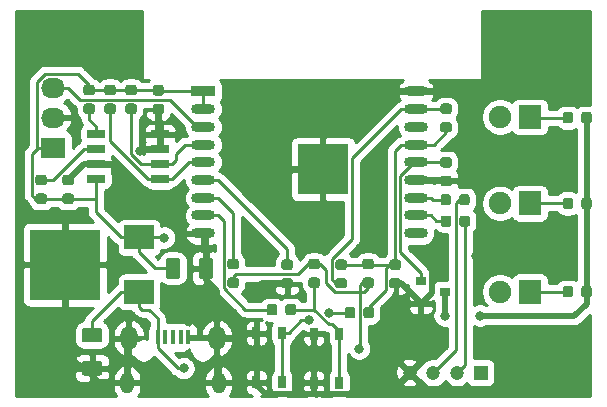
<source format=gtl>
G04 #@! TF.GenerationSoftware,KiCad,Pcbnew,(5.1.5)-3*
G04 #@! TF.CreationDate,2020-03-31T22:24:07+09:00*
G04 #@! TF.ProjectId,irController,6972436f-6e74-4726-9f6c-6c65722e6b69,rev?*
G04 #@! TF.SameCoordinates,Original*
G04 #@! TF.FileFunction,Copper,L1,Top*
G04 #@! TF.FilePolarity,Positive*
%FSLAX46Y46*%
G04 Gerber Fmt 4.6, Leading zero omitted, Abs format (unit mm)*
G04 Created by KiCad (PCBNEW (5.1.5)-3) date 2020-03-31 22:24:07*
%MOMM*%
%LPD*%
G04 APERTURE LIST*
%ADD10R,1.200000X1.200000*%
%ADD11C,1.200000*%
%ADD12C,0.100000*%
%ADD13R,0.650000X1.050000*%
%ADD14C,1.900000*%
%ADD15R,1.900000X2.000000*%
%ADD16R,0.900000X0.800000*%
%ADD17R,2.500000X2.000000*%
%ADD18R,6.000000X6.000000*%
%ADD19R,2.032000X1.727200*%
%ADD20O,2.032000X1.727200*%
%ADD21O,2.000000X0.900000*%
%ADD22R,2.000000X0.900000*%
%ADD23R,4.300000X4.300000*%
%ADD24R,0.450000X1.300000*%
%ADD25O,1.450000X2.000000*%
%ADD26O,1.150000X1.800000*%
%ADD27R,1.525000X0.650000*%
%ADD28C,0.800000*%
%ADD29C,0.500000*%
%ADD30C,0.250000*%
%ADD31C,0.254000*%
G04 APERTURE END LIST*
D10*
X169545000Y-100330000D03*
D11*
X167545000Y-100330000D03*
X165545000Y-100330000D03*
X163545000Y-100330000D03*
G04 #@! TA.AperFunction,SMDPad,CuDef*
D12*
G36*
X152132191Y-94522053D02*
G01*
X152153426Y-94525203D01*
X152174250Y-94530419D01*
X152194462Y-94537651D01*
X152213868Y-94546830D01*
X152232281Y-94557866D01*
X152249524Y-94570654D01*
X152265430Y-94585070D01*
X152279846Y-94600976D01*
X152292634Y-94618219D01*
X152303670Y-94636632D01*
X152312849Y-94656038D01*
X152320081Y-94676250D01*
X152325297Y-94697074D01*
X152328447Y-94718309D01*
X152329500Y-94739750D01*
X152329500Y-95252250D01*
X152328447Y-95273691D01*
X152325297Y-95294926D01*
X152320081Y-95315750D01*
X152312849Y-95335962D01*
X152303670Y-95355368D01*
X152292634Y-95373781D01*
X152279846Y-95391024D01*
X152265430Y-95406930D01*
X152249524Y-95421346D01*
X152232281Y-95434134D01*
X152213868Y-95445170D01*
X152194462Y-95454349D01*
X152174250Y-95461581D01*
X152153426Y-95466797D01*
X152132191Y-95469947D01*
X152110750Y-95471000D01*
X151673250Y-95471000D01*
X151651809Y-95469947D01*
X151630574Y-95466797D01*
X151609750Y-95461581D01*
X151589538Y-95454349D01*
X151570132Y-95445170D01*
X151551719Y-95434134D01*
X151534476Y-95421346D01*
X151518570Y-95406930D01*
X151504154Y-95391024D01*
X151491366Y-95373781D01*
X151480330Y-95355368D01*
X151471151Y-95335962D01*
X151463919Y-95315750D01*
X151458703Y-95294926D01*
X151455553Y-95273691D01*
X151454500Y-95252250D01*
X151454500Y-94739750D01*
X151455553Y-94718309D01*
X151458703Y-94697074D01*
X151463919Y-94676250D01*
X151471151Y-94656038D01*
X151480330Y-94636632D01*
X151491366Y-94618219D01*
X151504154Y-94600976D01*
X151518570Y-94585070D01*
X151534476Y-94570654D01*
X151551719Y-94557866D01*
X151570132Y-94546830D01*
X151589538Y-94537651D01*
X151609750Y-94530419D01*
X151630574Y-94525203D01*
X151651809Y-94522053D01*
X151673250Y-94521000D01*
X152110750Y-94521000D01*
X152132191Y-94522053D01*
G37*
G04 #@! TD.AperFunction*
G04 #@! TA.AperFunction,SMDPad,CuDef*
G36*
X153707191Y-94522053D02*
G01*
X153728426Y-94525203D01*
X153749250Y-94530419D01*
X153769462Y-94537651D01*
X153788868Y-94546830D01*
X153807281Y-94557866D01*
X153824524Y-94570654D01*
X153840430Y-94585070D01*
X153854846Y-94600976D01*
X153867634Y-94618219D01*
X153878670Y-94636632D01*
X153887849Y-94656038D01*
X153895081Y-94676250D01*
X153900297Y-94697074D01*
X153903447Y-94718309D01*
X153904500Y-94739750D01*
X153904500Y-95252250D01*
X153903447Y-95273691D01*
X153900297Y-95294926D01*
X153895081Y-95315750D01*
X153887849Y-95335962D01*
X153878670Y-95355368D01*
X153867634Y-95373781D01*
X153854846Y-95391024D01*
X153840430Y-95406930D01*
X153824524Y-95421346D01*
X153807281Y-95434134D01*
X153788868Y-95445170D01*
X153769462Y-95454349D01*
X153749250Y-95461581D01*
X153728426Y-95466797D01*
X153707191Y-95469947D01*
X153685750Y-95471000D01*
X153248250Y-95471000D01*
X153226809Y-95469947D01*
X153205574Y-95466797D01*
X153184750Y-95461581D01*
X153164538Y-95454349D01*
X153145132Y-95445170D01*
X153126719Y-95434134D01*
X153109476Y-95421346D01*
X153093570Y-95406930D01*
X153079154Y-95391024D01*
X153066366Y-95373781D01*
X153055330Y-95355368D01*
X153046151Y-95335962D01*
X153038919Y-95315750D01*
X153033703Y-95294926D01*
X153030553Y-95273691D01*
X153029500Y-95252250D01*
X153029500Y-94739750D01*
X153030553Y-94718309D01*
X153033703Y-94697074D01*
X153038919Y-94676250D01*
X153046151Y-94656038D01*
X153055330Y-94636632D01*
X153066366Y-94618219D01*
X153079154Y-94600976D01*
X153093570Y-94585070D01*
X153109476Y-94570654D01*
X153126719Y-94557866D01*
X153145132Y-94546830D01*
X153164538Y-94537651D01*
X153184750Y-94530419D01*
X153205574Y-94525203D01*
X153226809Y-94522053D01*
X153248250Y-94521000D01*
X153685750Y-94521000D01*
X153707191Y-94522053D01*
G37*
G04 #@! TD.AperFunction*
G04 #@! TA.AperFunction,SMDPad,CuDef*
G36*
X160297691Y-92273553D02*
G01*
X160318926Y-92276703D01*
X160339750Y-92281919D01*
X160359962Y-92289151D01*
X160379368Y-92298330D01*
X160397781Y-92309366D01*
X160415024Y-92322154D01*
X160430930Y-92336570D01*
X160445346Y-92352476D01*
X160458134Y-92369719D01*
X160469170Y-92388132D01*
X160478349Y-92407538D01*
X160485581Y-92427750D01*
X160490797Y-92448574D01*
X160493947Y-92469809D01*
X160495000Y-92491250D01*
X160495000Y-92928750D01*
X160493947Y-92950191D01*
X160490797Y-92971426D01*
X160485581Y-92992250D01*
X160478349Y-93012462D01*
X160469170Y-93031868D01*
X160458134Y-93050281D01*
X160445346Y-93067524D01*
X160430930Y-93083430D01*
X160415024Y-93097846D01*
X160397781Y-93110634D01*
X160379368Y-93121670D01*
X160359962Y-93130849D01*
X160339750Y-93138081D01*
X160318926Y-93143297D01*
X160297691Y-93146447D01*
X160276250Y-93147500D01*
X159763750Y-93147500D01*
X159742309Y-93146447D01*
X159721074Y-93143297D01*
X159700250Y-93138081D01*
X159680038Y-93130849D01*
X159660632Y-93121670D01*
X159642219Y-93110634D01*
X159624976Y-93097846D01*
X159609070Y-93083430D01*
X159594654Y-93067524D01*
X159581866Y-93050281D01*
X159570830Y-93031868D01*
X159561651Y-93012462D01*
X159554419Y-92992250D01*
X159549203Y-92971426D01*
X159546053Y-92950191D01*
X159545000Y-92928750D01*
X159545000Y-92491250D01*
X159546053Y-92469809D01*
X159549203Y-92448574D01*
X159554419Y-92427750D01*
X159561651Y-92407538D01*
X159570830Y-92388132D01*
X159581866Y-92369719D01*
X159594654Y-92352476D01*
X159609070Y-92336570D01*
X159624976Y-92322154D01*
X159642219Y-92309366D01*
X159660632Y-92298330D01*
X159680038Y-92289151D01*
X159700250Y-92281919D01*
X159721074Y-92276703D01*
X159742309Y-92273553D01*
X159763750Y-92272500D01*
X160276250Y-92272500D01*
X160297691Y-92273553D01*
G37*
G04 #@! TD.AperFunction*
G04 #@! TA.AperFunction,SMDPad,CuDef*
G36*
X160297691Y-90698553D02*
G01*
X160318926Y-90701703D01*
X160339750Y-90706919D01*
X160359962Y-90714151D01*
X160379368Y-90723330D01*
X160397781Y-90734366D01*
X160415024Y-90747154D01*
X160430930Y-90761570D01*
X160445346Y-90777476D01*
X160458134Y-90794719D01*
X160469170Y-90813132D01*
X160478349Y-90832538D01*
X160485581Y-90852750D01*
X160490797Y-90873574D01*
X160493947Y-90894809D01*
X160495000Y-90916250D01*
X160495000Y-91353750D01*
X160493947Y-91375191D01*
X160490797Y-91396426D01*
X160485581Y-91417250D01*
X160478349Y-91437462D01*
X160469170Y-91456868D01*
X160458134Y-91475281D01*
X160445346Y-91492524D01*
X160430930Y-91508430D01*
X160415024Y-91522846D01*
X160397781Y-91535634D01*
X160379368Y-91546670D01*
X160359962Y-91555849D01*
X160339750Y-91563081D01*
X160318926Y-91568297D01*
X160297691Y-91571447D01*
X160276250Y-91572500D01*
X159763750Y-91572500D01*
X159742309Y-91571447D01*
X159721074Y-91568297D01*
X159700250Y-91563081D01*
X159680038Y-91555849D01*
X159660632Y-91546670D01*
X159642219Y-91535634D01*
X159624976Y-91522846D01*
X159609070Y-91508430D01*
X159594654Y-91492524D01*
X159581866Y-91475281D01*
X159570830Y-91456868D01*
X159561651Y-91437462D01*
X159554419Y-91417250D01*
X159549203Y-91396426D01*
X159546053Y-91375191D01*
X159545000Y-91353750D01*
X159545000Y-90916250D01*
X159546053Y-90894809D01*
X159549203Y-90873574D01*
X159554419Y-90852750D01*
X159561651Y-90832538D01*
X159570830Y-90813132D01*
X159581866Y-90794719D01*
X159594654Y-90777476D01*
X159609070Y-90761570D01*
X159624976Y-90747154D01*
X159642219Y-90734366D01*
X159660632Y-90723330D01*
X159680038Y-90714151D01*
X159700250Y-90706919D01*
X159721074Y-90701703D01*
X159742309Y-90698553D01*
X159763750Y-90697500D01*
X160276250Y-90697500D01*
X160297691Y-90698553D01*
G37*
G04 #@! TD.AperFunction*
G04 #@! TA.AperFunction,SMDPad,CuDef*
G36*
X153439691Y-92324553D02*
G01*
X153460926Y-92327703D01*
X153481750Y-92332919D01*
X153501962Y-92340151D01*
X153521368Y-92349330D01*
X153539781Y-92360366D01*
X153557024Y-92373154D01*
X153572930Y-92387570D01*
X153587346Y-92403476D01*
X153600134Y-92420719D01*
X153611170Y-92439132D01*
X153620349Y-92458538D01*
X153627581Y-92478750D01*
X153632797Y-92499574D01*
X153635947Y-92520809D01*
X153637000Y-92542250D01*
X153637000Y-92979750D01*
X153635947Y-93001191D01*
X153632797Y-93022426D01*
X153627581Y-93043250D01*
X153620349Y-93063462D01*
X153611170Y-93082868D01*
X153600134Y-93101281D01*
X153587346Y-93118524D01*
X153572930Y-93134430D01*
X153557024Y-93148846D01*
X153539781Y-93161634D01*
X153521368Y-93172670D01*
X153501962Y-93181849D01*
X153481750Y-93189081D01*
X153460926Y-93194297D01*
X153439691Y-93197447D01*
X153418250Y-93198500D01*
X152905750Y-93198500D01*
X152884309Y-93197447D01*
X152863074Y-93194297D01*
X152842250Y-93189081D01*
X152822038Y-93181849D01*
X152802632Y-93172670D01*
X152784219Y-93161634D01*
X152766976Y-93148846D01*
X152751070Y-93134430D01*
X152736654Y-93118524D01*
X152723866Y-93101281D01*
X152712830Y-93082868D01*
X152703651Y-93063462D01*
X152696419Y-93043250D01*
X152691203Y-93022426D01*
X152688053Y-93001191D01*
X152687000Y-92979750D01*
X152687000Y-92542250D01*
X152688053Y-92520809D01*
X152691203Y-92499574D01*
X152696419Y-92478750D01*
X152703651Y-92458538D01*
X152712830Y-92439132D01*
X152723866Y-92420719D01*
X152736654Y-92403476D01*
X152751070Y-92387570D01*
X152766976Y-92373154D01*
X152784219Y-92360366D01*
X152802632Y-92349330D01*
X152822038Y-92340151D01*
X152842250Y-92332919D01*
X152863074Y-92327703D01*
X152884309Y-92324553D01*
X152905750Y-92323500D01*
X153418250Y-92323500D01*
X153439691Y-92324553D01*
G37*
G04 #@! TD.AperFunction*
G04 #@! TA.AperFunction,SMDPad,CuDef*
G36*
X153439691Y-90749553D02*
G01*
X153460926Y-90752703D01*
X153481750Y-90757919D01*
X153501962Y-90765151D01*
X153521368Y-90774330D01*
X153539781Y-90785366D01*
X153557024Y-90798154D01*
X153572930Y-90812570D01*
X153587346Y-90828476D01*
X153600134Y-90845719D01*
X153611170Y-90864132D01*
X153620349Y-90883538D01*
X153627581Y-90903750D01*
X153632797Y-90924574D01*
X153635947Y-90945809D01*
X153637000Y-90967250D01*
X153637000Y-91404750D01*
X153635947Y-91426191D01*
X153632797Y-91447426D01*
X153627581Y-91468250D01*
X153620349Y-91488462D01*
X153611170Y-91507868D01*
X153600134Y-91526281D01*
X153587346Y-91543524D01*
X153572930Y-91559430D01*
X153557024Y-91573846D01*
X153539781Y-91586634D01*
X153521368Y-91597670D01*
X153501962Y-91606849D01*
X153481750Y-91614081D01*
X153460926Y-91619297D01*
X153439691Y-91622447D01*
X153418250Y-91623500D01*
X152905750Y-91623500D01*
X152884309Y-91622447D01*
X152863074Y-91619297D01*
X152842250Y-91614081D01*
X152822038Y-91606849D01*
X152802632Y-91597670D01*
X152784219Y-91586634D01*
X152766976Y-91573846D01*
X152751070Y-91559430D01*
X152736654Y-91543524D01*
X152723866Y-91526281D01*
X152712830Y-91507868D01*
X152703651Y-91488462D01*
X152696419Y-91468250D01*
X152691203Y-91447426D01*
X152688053Y-91426191D01*
X152687000Y-91404750D01*
X152687000Y-90967250D01*
X152688053Y-90945809D01*
X152691203Y-90924574D01*
X152696419Y-90903750D01*
X152703651Y-90883538D01*
X152712830Y-90864132D01*
X152723866Y-90845719D01*
X152736654Y-90828476D01*
X152751070Y-90812570D01*
X152766976Y-90798154D01*
X152784219Y-90785366D01*
X152802632Y-90774330D01*
X152822038Y-90765151D01*
X152842250Y-90757919D01*
X152863074Y-90752703D01*
X152884309Y-90749553D01*
X152905750Y-90748500D01*
X153418250Y-90748500D01*
X153439691Y-90749553D01*
G37*
G04 #@! TD.AperFunction*
D13*
X150563000Y-101135000D03*
X152713000Y-101135000D03*
X150563000Y-96985000D03*
X152713000Y-96985000D03*
G04 #@! TA.AperFunction,SMDPad,CuDef*
D12*
G36*
X134897691Y-83586553D02*
G01*
X134918926Y-83589703D01*
X134939750Y-83594919D01*
X134959962Y-83602151D01*
X134979368Y-83611330D01*
X134997781Y-83622366D01*
X135015024Y-83635154D01*
X135030930Y-83649570D01*
X135045346Y-83665476D01*
X135058134Y-83682719D01*
X135069170Y-83701132D01*
X135078349Y-83720538D01*
X135085581Y-83740750D01*
X135090797Y-83761574D01*
X135093947Y-83782809D01*
X135095000Y-83804250D01*
X135095000Y-84241750D01*
X135093947Y-84263191D01*
X135090797Y-84284426D01*
X135085581Y-84305250D01*
X135078349Y-84325462D01*
X135069170Y-84344868D01*
X135058134Y-84363281D01*
X135045346Y-84380524D01*
X135030930Y-84396430D01*
X135015024Y-84410846D01*
X134997781Y-84423634D01*
X134979368Y-84434670D01*
X134959962Y-84443849D01*
X134939750Y-84451081D01*
X134918926Y-84456297D01*
X134897691Y-84459447D01*
X134876250Y-84460500D01*
X134363750Y-84460500D01*
X134342309Y-84459447D01*
X134321074Y-84456297D01*
X134300250Y-84451081D01*
X134280038Y-84443849D01*
X134260632Y-84434670D01*
X134242219Y-84423634D01*
X134224976Y-84410846D01*
X134209070Y-84396430D01*
X134194654Y-84380524D01*
X134181866Y-84363281D01*
X134170830Y-84344868D01*
X134161651Y-84325462D01*
X134154419Y-84305250D01*
X134149203Y-84284426D01*
X134146053Y-84263191D01*
X134145000Y-84241750D01*
X134145000Y-83804250D01*
X134146053Y-83782809D01*
X134149203Y-83761574D01*
X134154419Y-83740750D01*
X134161651Y-83720538D01*
X134170830Y-83701132D01*
X134181866Y-83682719D01*
X134194654Y-83665476D01*
X134209070Y-83649570D01*
X134224976Y-83635154D01*
X134242219Y-83622366D01*
X134260632Y-83611330D01*
X134280038Y-83602151D01*
X134300250Y-83594919D01*
X134321074Y-83589703D01*
X134342309Y-83586553D01*
X134363750Y-83585500D01*
X134876250Y-83585500D01*
X134897691Y-83586553D01*
G37*
G04 #@! TD.AperFunction*
G04 #@! TA.AperFunction,SMDPad,CuDef*
G36*
X134897691Y-85161553D02*
G01*
X134918926Y-85164703D01*
X134939750Y-85169919D01*
X134959962Y-85177151D01*
X134979368Y-85186330D01*
X134997781Y-85197366D01*
X135015024Y-85210154D01*
X135030930Y-85224570D01*
X135045346Y-85240476D01*
X135058134Y-85257719D01*
X135069170Y-85276132D01*
X135078349Y-85295538D01*
X135085581Y-85315750D01*
X135090797Y-85336574D01*
X135093947Y-85357809D01*
X135095000Y-85379250D01*
X135095000Y-85816750D01*
X135093947Y-85838191D01*
X135090797Y-85859426D01*
X135085581Y-85880250D01*
X135078349Y-85900462D01*
X135069170Y-85919868D01*
X135058134Y-85938281D01*
X135045346Y-85955524D01*
X135030930Y-85971430D01*
X135015024Y-85985846D01*
X134997781Y-85998634D01*
X134979368Y-86009670D01*
X134959962Y-86018849D01*
X134939750Y-86026081D01*
X134918926Y-86031297D01*
X134897691Y-86034447D01*
X134876250Y-86035500D01*
X134363750Y-86035500D01*
X134342309Y-86034447D01*
X134321074Y-86031297D01*
X134300250Y-86026081D01*
X134280038Y-86018849D01*
X134260632Y-86009670D01*
X134242219Y-85998634D01*
X134224976Y-85985846D01*
X134209070Y-85971430D01*
X134194654Y-85955524D01*
X134181866Y-85938281D01*
X134170830Y-85919868D01*
X134161651Y-85900462D01*
X134154419Y-85880250D01*
X134149203Y-85859426D01*
X134146053Y-85838191D01*
X134145000Y-85816750D01*
X134145000Y-85379250D01*
X134146053Y-85357809D01*
X134149203Y-85336574D01*
X134154419Y-85315750D01*
X134161651Y-85295538D01*
X134170830Y-85276132D01*
X134181866Y-85257719D01*
X134194654Y-85240476D01*
X134209070Y-85224570D01*
X134224976Y-85210154D01*
X134242219Y-85197366D01*
X134260632Y-85186330D01*
X134280038Y-85177151D01*
X134300250Y-85169919D01*
X134321074Y-85164703D01*
X134342309Y-85161553D01*
X134363750Y-85160500D01*
X134876250Y-85160500D01*
X134897691Y-85161553D01*
G37*
G04 #@! TD.AperFunction*
G04 #@! TA.AperFunction,SMDPad,CuDef*
G36*
X162583691Y-92324553D02*
G01*
X162604926Y-92327703D01*
X162625750Y-92332919D01*
X162645962Y-92340151D01*
X162665368Y-92349330D01*
X162683781Y-92360366D01*
X162701024Y-92373154D01*
X162716930Y-92387570D01*
X162731346Y-92403476D01*
X162744134Y-92420719D01*
X162755170Y-92439132D01*
X162764349Y-92458538D01*
X162771581Y-92478750D01*
X162776797Y-92499574D01*
X162779947Y-92520809D01*
X162781000Y-92542250D01*
X162781000Y-92979750D01*
X162779947Y-93001191D01*
X162776797Y-93022426D01*
X162771581Y-93043250D01*
X162764349Y-93063462D01*
X162755170Y-93082868D01*
X162744134Y-93101281D01*
X162731346Y-93118524D01*
X162716930Y-93134430D01*
X162701024Y-93148846D01*
X162683781Y-93161634D01*
X162665368Y-93172670D01*
X162645962Y-93181849D01*
X162625750Y-93189081D01*
X162604926Y-93194297D01*
X162583691Y-93197447D01*
X162562250Y-93198500D01*
X162049750Y-93198500D01*
X162028309Y-93197447D01*
X162007074Y-93194297D01*
X161986250Y-93189081D01*
X161966038Y-93181849D01*
X161946632Y-93172670D01*
X161928219Y-93161634D01*
X161910976Y-93148846D01*
X161895070Y-93134430D01*
X161880654Y-93118524D01*
X161867866Y-93101281D01*
X161856830Y-93082868D01*
X161847651Y-93063462D01*
X161840419Y-93043250D01*
X161835203Y-93022426D01*
X161832053Y-93001191D01*
X161831000Y-92979750D01*
X161831000Y-92542250D01*
X161832053Y-92520809D01*
X161835203Y-92499574D01*
X161840419Y-92478750D01*
X161847651Y-92458538D01*
X161856830Y-92439132D01*
X161867866Y-92420719D01*
X161880654Y-92403476D01*
X161895070Y-92387570D01*
X161910976Y-92373154D01*
X161928219Y-92360366D01*
X161946632Y-92349330D01*
X161966038Y-92340151D01*
X161986250Y-92332919D01*
X162007074Y-92327703D01*
X162028309Y-92324553D01*
X162049750Y-92323500D01*
X162562250Y-92323500D01*
X162583691Y-92324553D01*
G37*
G04 #@! TD.AperFunction*
G04 #@! TA.AperFunction,SMDPad,CuDef*
G36*
X162583691Y-90749553D02*
G01*
X162604926Y-90752703D01*
X162625750Y-90757919D01*
X162645962Y-90765151D01*
X162665368Y-90774330D01*
X162683781Y-90785366D01*
X162701024Y-90798154D01*
X162716930Y-90812570D01*
X162731346Y-90828476D01*
X162744134Y-90845719D01*
X162755170Y-90864132D01*
X162764349Y-90883538D01*
X162771581Y-90903750D01*
X162776797Y-90924574D01*
X162779947Y-90945809D01*
X162781000Y-90967250D01*
X162781000Y-91404750D01*
X162779947Y-91426191D01*
X162776797Y-91447426D01*
X162771581Y-91468250D01*
X162764349Y-91488462D01*
X162755170Y-91507868D01*
X162744134Y-91526281D01*
X162731346Y-91543524D01*
X162716930Y-91559430D01*
X162701024Y-91573846D01*
X162683781Y-91586634D01*
X162665368Y-91597670D01*
X162645962Y-91606849D01*
X162625750Y-91614081D01*
X162604926Y-91619297D01*
X162583691Y-91622447D01*
X162562250Y-91623500D01*
X162049750Y-91623500D01*
X162028309Y-91622447D01*
X162007074Y-91619297D01*
X161986250Y-91614081D01*
X161966038Y-91606849D01*
X161946632Y-91597670D01*
X161928219Y-91586634D01*
X161910976Y-91573846D01*
X161895070Y-91559430D01*
X161880654Y-91543524D01*
X161867866Y-91526281D01*
X161856830Y-91507868D01*
X161847651Y-91488462D01*
X161840419Y-91468250D01*
X161835203Y-91447426D01*
X161832053Y-91426191D01*
X161831000Y-91404750D01*
X161831000Y-90967250D01*
X161832053Y-90945809D01*
X161835203Y-90924574D01*
X161840419Y-90903750D01*
X161847651Y-90883538D01*
X161856830Y-90864132D01*
X161867866Y-90845719D01*
X161880654Y-90828476D01*
X161895070Y-90812570D01*
X161910976Y-90798154D01*
X161928219Y-90785366D01*
X161946632Y-90774330D01*
X161966038Y-90765151D01*
X161986250Y-90757919D01*
X162007074Y-90752703D01*
X162028309Y-90749553D01*
X162049750Y-90748500D01*
X162562250Y-90748500D01*
X162583691Y-90749553D01*
G37*
G04 #@! TD.AperFunction*
G04 #@! TA.AperFunction,SMDPad,CuDef*
G36*
X142539691Y-77567053D02*
G01*
X142560926Y-77570203D01*
X142581750Y-77575419D01*
X142601962Y-77582651D01*
X142621368Y-77591830D01*
X142639781Y-77602866D01*
X142657024Y-77615654D01*
X142672930Y-77630070D01*
X142687346Y-77645976D01*
X142700134Y-77663219D01*
X142711170Y-77681632D01*
X142720349Y-77701038D01*
X142727581Y-77721250D01*
X142732797Y-77742074D01*
X142735947Y-77763309D01*
X142737000Y-77784750D01*
X142737000Y-78222250D01*
X142735947Y-78243691D01*
X142732797Y-78264926D01*
X142727581Y-78285750D01*
X142720349Y-78305962D01*
X142711170Y-78325368D01*
X142700134Y-78343781D01*
X142687346Y-78361024D01*
X142672930Y-78376930D01*
X142657024Y-78391346D01*
X142639781Y-78404134D01*
X142621368Y-78415170D01*
X142601962Y-78424349D01*
X142581750Y-78431581D01*
X142560926Y-78436797D01*
X142539691Y-78439947D01*
X142518250Y-78441000D01*
X142005750Y-78441000D01*
X141984309Y-78439947D01*
X141963074Y-78436797D01*
X141942250Y-78431581D01*
X141922038Y-78424349D01*
X141902632Y-78415170D01*
X141884219Y-78404134D01*
X141866976Y-78391346D01*
X141851070Y-78376930D01*
X141836654Y-78361024D01*
X141823866Y-78343781D01*
X141812830Y-78325368D01*
X141803651Y-78305962D01*
X141796419Y-78285750D01*
X141791203Y-78264926D01*
X141788053Y-78243691D01*
X141787000Y-78222250D01*
X141787000Y-77784750D01*
X141788053Y-77763309D01*
X141791203Y-77742074D01*
X141796419Y-77721250D01*
X141803651Y-77701038D01*
X141812830Y-77681632D01*
X141823866Y-77663219D01*
X141836654Y-77645976D01*
X141851070Y-77630070D01*
X141866976Y-77615654D01*
X141884219Y-77602866D01*
X141902632Y-77591830D01*
X141922038Y-77582651D01*
X141942250Y-77575419D01*
X141963074Y-77570203D01*
X141984309Y-77567053D01*
X142005750Y-77566000D01*
X142518250Y-77566000D01*
X142539691Y-77567053D01*
G37*
G04 #@! TD.AperFunction*
G04 #@! TA.AperFunction,SMDPad,CuDef*
G36*
X142539691Y-75992053D02*
G01*
X142560926Y-75995203D01*
X142581750Y-76000419D01*
X142601962Y-76007651D01*
X142621368Y-76016830D01*
X142639781Y-76027866D01*
X142657024Y-76040654D01*
X142672930Y-76055070D01*
X142687346Y-76070976D01*
X142700134Y-76088219D01*
X142711170Y-76106632D01*
X142720349Y-76126038D01*
X142727581Y-76146250D01*
X142732797Y-76167074D01*
X142735947Y-76188309D01*
X142737000Y-76209750D01*
X142737000Y-76647250D01*
X142735947Y-76668691D01*
X142732797Y-76689926D01*
X142727581Y-76710750D01*
X142720349Y-76730962D01*
X142711170Y-76750368D01*
X142700134Y-76768781D01*
X142687346Y-76786024D01*
X142672930Y-76801930D01*
X142657024Y-76816346D01*
X142639781Y-76829134D01*
X142621368Y-76840170D01*
X142601962Y-76849349D01*
X142581750Y-76856581D01*
X142560926Y-76861797D01*
X142539691Y-76864947D01*
X142518250Y-76866000D01*
X142005750Y-76866000D01*
X141984309Y-76864947D01*
X141963074Y-76861797D01*
X141942250Y-76856581D01*
X141922038Y-76849349D01*
X141902632Y-76840170D01*
X141884219Y-76829134D01*
X141866976Y-76816346D01*
X141851070Y-76801930D01*
X141836654Y-76786024D01*
X141823866Y-76768781D01*
X141812830Y-76750368D01*
X141803651Y-76730962D01*
X141796419Y-76710750D01*
X141791203Y-76689926D01*
X141788053Y-76668691D01*
X141787000Y-76647250D01*
X141787000Y-76209750D01*
X141788053Y-76188309D01*
X141791203Y-76167074D01*
X141796419Y-76146250D01*
X141803651Y-76126038D01*
X141812830Y-76106632D01*
X141823866Y-76088219D01*
X141836654Y-76070976D01*
X141851070Y-76055070D01*
X141866976Y-76040654D01*
X141884219Y-76027866D01*
X141902632Y-76016830D01*
X141922038Y-76007651D01*
X141942250Y-76000419D01*
X141963074Y-75995203D01*
X141984309Y-75992053D01*
X142005750Y-75991000D01*
X142518250Y-75991000D01*
X142539691Y-75992053D01*
G37*
G04 #@! TD.AperFunction*
G04 #@! TA.AperFunction,SMDPad,CuDef*
G36*
X146703504Y-90626204D02*
G01*
X146727773Y-90629804D01*
X146751571Y-90635765D01*
X146774671Y-90644030D01*
X146796849Y-90654520D01*
X146817893Y-90667133D01*
X146837598Y-90681747D01*
X146855777Y-90698223D01*
X146872253Y-90716402D01*
X146886867Y-90736107D01*
X146899480Y-90757151D01*
X146909970Y-90779329D01*
X146918235Y-90802429D01*
X146924196Y-90826227D01*
X146927796Y-90850496D01*
X146929000Y-90875000D01*
X146929000Y-92125000D01*
X146927796Y-92149504D01*
X146924196Y-92173773D01*
X146918235Y-92197571D01*
X146909970Y-92220671D01*
X146899480Y-92242849D01*
X146886867Y-92263893D01*
X146872253Y-92283598D01*
X146855777Y-92301777D01*
X146837598Y-92318253D01*
X146817893Y-92332867D01*
X146796849Y-92345480D01*
X146774671Y-92355970D01*
X146751571Y-92364235D01*
X146727773Y-92370196D01*
X146703504Y-92373796D01*
X146679000Y-92375000D01*
X145929000Y-92375000D01*
X145904496Y-92373796D01*
X145880227Y-92370196D01*
X145856429Y-92364235D01*
X145833329Y-92355970D01*
X145811151Y-92345480D01*
X145790107Y-92332867D01*
X145770402Y-92318253D01*
X145752223Y-92301777D01*
X145735747Y-92283598D01*
X145721133Y-92263893D01*
X145708520Y-92242849D01*
X145698030Y-92220671D01*
X145689765Y-92197571D01*
X145683804Y-92173773D01*
X145680204Y-92149504D01*
X145679000Y-92125000D01*
X145679000Y-90875000D01*
X145680204Y-90850496D01*
X145683804Y-90826227D01*
X145689765Y-90802429D01*
X145698030Y-90779329D01*
X145708520Y-90757151D01*
X145721133Y-90736107D01*
X145735747Y-90716402D01*
X145752223Y-90698223D01*
X145770402Y-90681747D01*
X145790107Y-90667133D01*
X145811151Y-90654520D01*
X145833329Y-90644030D01*
X145856429Y-90635765D01*
X145880227Y-90629804D01*
X145904496Y-90626204D01*
X145929000Y-90625000D01*
X146679000Y-90625000D01*
X146703504Y-90626204D01*
G37*
G04 #@! TD.AperFunction*
G04 #@! TA.AperFunction,SMDPad,CuDef*
G36*
X143903504Y-90626204D02*
G01*
X143927773Y-90629804D01*
X143951571Y-90635765D01*
X143974671Y-90644030D01*
X143996849Y-90654520D01*
X144017893Y-90667133D01*
X144037598Y-90681747D01*
X144055777Y-90698223D01*
X144072253Y-90716402D01*
X144086867Y-90736107D01*
X144099480Y-90757151D01*
X144109970Y-90779329D01*
X144118235Y-90802429D01*
X144124196Y-90826227D01*
X144127796Y-90850496D01*
X144129000Y-90875000D01*
X144129000Y-92125000D01*
X144127796Y-92149504D01*
X144124196Y-92173773D01*
X144118235Y-92197571D01*
X144109970Y-92220671D01*
X144099480Y-92242849D01*
X144086867Y-92263893D01*
X144072253Y-92283598D01*
X144055777Y-92301777D01*
X144037598Y-92318253D01*
X144017893Y-92332867D01*
X143996849Y-92345480D01*
X143974671Y-92355970D01*
X143951571Y-92364235D01*
X143927773Y-92370196D01*
X143903504Y-92373796D01*
X143879000Y-92375000D01*
X143129000Y-92375000D01*
X143104496Y-92373796D01*
X143080227Y-92370196D01*
X143056429Y-92364235D01*
X143033329Y-92355970D01*
X143011151Y-92345480D01*
X142990107Y-92332867D01*
X142970402Y-92318253D01*
X142952223Y-92301777D01*
X142935747Y-92283598D01*
X142921133Y-92263893D01*
X142908520Y-92242849D01*
X142898030Y-92220671D01*
X142889765Y-92197571D01*
X142883804Y-92173773D01*
X142880204Y-92149504D01*
X142879000Y-92125000D01*
X142879000Y-90875000D01*
X142880204Y-90850496D01*
X142883804Y-90826227D01*
X142889765Y-90802429D01*
X142898030Y-90779329D01*
X142908520Y-90757151D01*
X142921133Y-90736107D01*
X142935747Y-90716402D01*
X142952223Y-90698223D01*
X142970402Y-90681747D01*
X142990107Y-90667133D01*
X143011151Y-90654520D01*
X143033329Y-90644030D01*
X143056429Y-90635765D01*
X143080227Y-90629804D01*
X143104496Y-90626204D01*
X143129000Y-90625000D01*
X143879000Y-90625000D01*
X143903504Y-90626204D01*
G37*
G04 #@! TD.AperFunction*
G04 #@! TA.AperFunction,SMDPad,CuDef*
G36*
X137301504Y-99328204D02*
G01*
X137325773Y-99331804D01*
X137349571Y-99337765D01*
X137372671Y-99346030D01*
X137394849Y-99356520D01*
X137415893Y-99369133D01*
X137435598Y-99383747D01*
X137453777Y-99400223D01*
X137470253Y-99418402D01*
X137484867Y-99438107D01*
X137497480Y-99459151D01*
X137507970Y-99481329D01*
X137516235Y-99504429D01*
X137522196Y-99528227D01*
X137525796Y-99552496D01*
X137527000Y-99577000D01*
X137527000Y-100327000D01*
X137525796Y-100351504D01*
X137522196Y-100375773D01*
X137516235Y-100399571D01*
X137507970Y-100422671D01*
X137497480Y-100444849D01*
X137484867Y-100465893D01*
X137470253Y-100485598D01*
X137453777Y-100503777D01*
X137435598Y-100520253D01*
X137415893Y-100534867D01*
X137394849Y-100547480D01*
X137372671Y-100557970D01*
X137349571Y-100566235D01*
X137325773Y-100572196D01*
X137301504Y-100575796D01*
X137277000Y-100577000D01*
X136027000Y-100577000D01*
X136002496Y-100575796D01*
X135978227Y-100572196D01*
X135954429Y-100566235D01*
X135931329Y-100557970D01*
X135909151Y-100547480D01*
X135888107Y-100534867D01*
X135868402Y-100520253D01*
X135850223Y-100503777D01*
X135833747Y-100485598D01*
X135819133Y-100465893D01*
X135806520Y-100444849D01*
X135796030Y-100422671D01*
X135787765Y-100399571D01*
X135781804Y-100375773D01*
X135778204Y-100351504D01*
X135777000Y-100327000D01*
X135777000Y-99577000D01*
X135778204Y-99552496D01*
X135781804Y-99528227D01*
X135787765Y-99504429D01*
X135796030Y-99481329D01*
X135806520Y-99459151D01*
X135819133Y-99438107D01*
X135833747Y-99418402D01*
X135850223Y-99400223D01*
X135868402Y-99383747D01*
X135888107Y-99369133D01*
X135909151Y-99356520D01*
X135931329Y-99346030D01*
X135954429Y-99337765D01*
X135978227Y-99331804D01*
X136002496Y-99328204D01*
X136027000Y-99327000D01*
X137277000Y-99327000D01*
X137301504Y-99328204D01*
G37*
G04 #@! TD.AperFunction*
G04 #@! TA.AperFunction,SMDPad,CuDef*
G36*
X137301504Y-96528204D02*
G01*
X137325773Y-96531804D01*
X137349571Y-96537765D01*
X137372671Y-96546030D01*
X137394849Y-96556520D01*
X137415893Y-96569133D01*
X137435598Y-96583747D01*
X137453777Y-96600223D01*
X137470253Y-96618402D01*
X137484867Y-96638107D01*
X137497480Y-96659151D01*
X137507970Y-96681329D01*
X137516235Y-96704429D01*
X137522196Y-96728227D01*
X137525796Y-96752496D01*
X137527000Y-96777000D01*
X137527000Y-97527000D01*
X137525796Y-97551504D01*
X137522196Y-97575773D01*
X137516235Y-97599571D01*
X137507970Y-97622671D01*
X137497480Y-97644849D01*
X137484867Y-97665893D01*
X137470253Y-97685598D01*
X137453777Y-97703777D01*
X137435598Y-97720253D01*
X137415893Y-97734867D01*
X137394849Y-97747480D01*
X137372671Y-97757970D01*
X137349571Y-97766235D01*
X137325773Y-97772196D01*
X137301504Y-97775796D01*
X137277000Y-97777000D01*
X136027000Y-97777000D01*
X136002496Y-97775796D01*
X135978227Y-97772196D01*
X135954429Y-97766235D01*
X135931329Y-97757970D01*
X135909151Y-97747480D01*
X135888107Y-97734867D01*
X135868402Y-97720253D01*
X135850223Y-97703777D01*
X135833747Y-97685598D01*
X135819133Y-97665893D01*
X135806520Y-97644849D01*
X135796030Y-97622671D01*
X135787765Y-97599571D01*
X135781804Y-97575773D01*
X135778204Y-97551504D01*
X135777000Y-97527000D01*
X135777000Y-96777000D01*
X135778204Y-96752496D01*
X135781804Y-96728227D01*
X135787765Y-96704429D01*
X135796030Y-96681329D01*
X135806520Y-96659151D01*
X135819133Y-96638107D01*
X135833747Y-96618402D01*
X135850223Y-96600223D01*
X135868402Y-96583747D01*
X135888107Y-96569133D01*
X135909151Y-96556520D01*
X135931329Y-96546030D01*
X135954429Y-96537765D01*
X135978227Y-96531804D01*
X136002496Y-96528204D01*
X136027000Y-96527000D01*
X137277000Y-96527000D01*
X137301504Y-96528204D01*
G37*
G04 #@! TD.AperFunction*
G04 #@! TA.AperFunction,SMDPad,CuDef*
G36*
X166840191Y-85226053D02*
G01*
X166861426Y-85229203D01*
X166882250Y-85234419D01*
X166902462Y-85241651D01*
X166921868Y-85250830D01*
X166940281Y-85261866D01*
X166957524Y-85274654D01*
X166973430Y-85289070D01*
X166987846Y-85304976D01*
X167000634Y-85322219D01*
X167011670Y-85340632D01*
X167020849Y-85360038D01*
X167028081Y-85380250D01*
X167033297Y-85401074D01*
X167036447Y-85422309D01*
X167037500Y-85443750D01*
X167037500Y-85956250D01*
X167036447Y-85977691D01*
X167033297Y-85998926D01*
X167028081Y-86019750D01*
X167020849Y-86039962D01*
X167011670Y-86059368D01*
X167000634Y-86077781D01*
X166987846Y-86095024D01*
X166973430Y-86110930D01*
X166957524Y-86125346D01*
X166940281Y-86138134D01*
X166921868Y-86149170D01*
X166902462Y-86158349D01*
X166882250Y-86165581D01*
X166861426Y-86170797D01*
X166840191Y-86173947D01*
X166818750Y-86175000D01*
X166381250Y-86175000D01*
X166359809Y-86173947D01*
X166338574Y-86170797D01*
X166317750Y-86165581D01*
X166297538Y-86158349D01*
X166278132Y-86149170D01*
X166259719Y-86138134D01*
X166242476Y-86125346D01*
X166226570Y-86110930D01*
X166212154Y-86095024D01*
X166199366Y-86077781D01*
X166188330Y-86059368D01*
X166179151Y-86039962D01*
X166171919Y-86019750D01*
X166166703Y-85998926D01*
X166163553Y-85977691D01*
X166162500Y-85956250D01*
X166162500Y-85443750D01*
X166163553Y-85422309D01*
X166166703Y-85401074D01*
X166171919Y-85380250D01*
X166179151Y-85360038D01*
X166188330Y-85340632D01*
X166199366Y-85322219D01*
X166212154Y-85304976D01*
X166226570Y-85289070D01*
X166242476Y-85274654D01*
X166259719Y-85261866D01*
X166278132Y-85250830D01*
X166297538Y-85241651D01*
X166317750Y-85234419D01*
X166338574Y-85229203D01*
X166359809Y-85226053D01*
X166381250Y-85225000D01*
X166818750Y-85225000D01*
X166840191Y-85226053D01*
G37*
G04 #@! TD.AperFunction*
G04 #@! TA.AperFunction,SMDPad,CuDef*
G36*
X168415191Y-85226053D02*
G01*
X168436426Y-85229203D01*
X168457250Y-85234419D01*
X168477462Y-85241651D01*
X168496868Y-85250830D01*
X168515281Y-85261866D01*
X168532524Y-85274654D01*
X168548430Y-85289070D01*
X168562846Y-85304976D01*
X168575634Y-85322219D01*
X168586670Y-85340632D01*
X168595849Y-85360038D01*
X168603081Y-85380250D01*
X168608297Y-85401074D01*
X168611447Y-85422309D01*
X168612500Y-85443750D01*
X168612500Y-85956250D01*
X168611447Y-85977691D01*
X168608297Y-85998926D01*
X168603081Y-86019750D01*
X168595849Y-86039962D01*
X168586670Y-86059368D01*
X168575634Y-86077781D01*
X168562846Y-86095024D01*
X168548430Y-86110930D01*
X168532524Y-86125346D01*
X168515281Y-86138134D01*
X168496868Y-86149170D01*
X168477462Y-86158349D01*
X168457250Y-86165581D01*
X168436426Y-86170797D01*
X168415191Y-86173947D01*
X168393750Y-86175000D01*
X167956250Y-86175000D01*
X167934809Y-86173947D01*
X167913574Y-86170797D01*
X167892750Y-86165581D01*
X167872538Y-86158349D01*
X167853132Y-86149170D01*
X167834719Y-86138134D01*
X167817476Y-86125346D01*
X167801570Y-86110930D01*
X167787154Y-86095024D01*
X167774366Y-86077781D01*
X167763330Y-86059368D01*
X167754151Y-86039962D01*
X167746919Y-86019750D01*
X167741703Y-85998926D01*
X167738553Y-85977691D01*
X167737500Y-85956250D01*
X167737500Y-85443750D01*
X167738553Y-85422309D01*
X167741703Y-85401074D01*
X167746919Y-85380250D01*
X167754151Y-85360038D01*
X167763330Y-85340632D01*
X167774366Y-85322219D01*
X167787154Y-85304976D01*
X167801570Y-85289070D01*
X167817476Y-85274654D01*
X167834719Y-85261866D01*
X167853132Y-85250830D01*
X167872538Y-85241651D01*
X167892750Y-85234419D01*
X167913574Y-85229203D01*
X167934809Y-85226053D01*
X167956250Y-85225000D01*
X168393750Y-85225000D01*
X168415191Y-85226053D01*
G37*
G04 #@! TD.AperFunction*
G04 #@! TA.AperFunction,SMDPad,CuDef*
G36*
X177182691Y-78266053D02*
G01*
X177203926Y-78269203D01*
X177224750Y-78274419D01*
X177244962Y-78281651D01*
X177264368Y-78290830D01*
X177282781Y-78301866D01*
X177300024Y-78314654D01*
X177315930Y-78329070D01*
X177330346Y-78344976D01*
X177343134Y-78362219D01*
X177354170Y-78380632D01*
X177363349Y-78400038D01*
X177370581Y-78420250D01*
X177375797Y-78441074D01*
X177378947Y-78462309D01*
X177380000Y-78483750D01*
X177380000Y-78996250D01*
X177378947Y-79017691D01*
X177375797Y-79038926D01*
X177370581Y-79059750D01*
X177363349Y-79079962D01*
X177354170Y-79099368D01*
X177343134Y-79117781D01*
X177330346Y-79135024D01*
X177315930Y-79150930D01*
X177300024Y-79165346D01*
X177282781Y-79178134D01*
X177264368Y-79189170D01*
X177244962Y-79198349D01*
X177224750Y-79205581D01*
X177203926Y-79210797D01*
X177182691Y-79213947D01*
X177161250Y-79215000D01*
X176723750Y-79215000D01*
X176702309Y-79213947D01*
X176681074Y-79210797D01*
X176660250Y-79205581D01*
X176640038Y-79198349D01*
X176620632Y-79189170D01*
X176602219Y-79178134D01*
X176584976Y-79165346D01*
X176569070Y-79150930D01*
X176554654Y-79135024D01*
X176541866Y-79117781D01*
X176530830Y-79099368D01*
X176521651Y-79079962D01*
X176514419Y-79059750D01*
X176509203Y-79038926D01*
X176506053Y-79017691D01*
X176505000Y-78996250D01*
X176505000Y-78483750D01*
X176506053Y-78462309D01*
X176509203Y-78441074D01*
X176514419Y-78420250D01*
X176521651Y-78400038D01*
X176530830Y-78380632D01*
X176541866Y-78362219D01*
X176554654Y-78344976D01*
X176569070Y-78329070D01*
X176584976Y-78314654D01*
X176602219Y-78301866D01*
X176620632Y-78290830D01*
X176640038Y-78281651D01*
X176660250Y-78274419D01*
X176681074Y-78269203D01*
X176702309Y-78266053D01*
X176723750Y-78265000D01*
X177161250Y-78265000D01*
X177182691Y-78266053D01*
G37*
G04 #@! TD.AperFunction*
G04 #@! TA.AperFunction,SMDPad,CuDef*
G36*
X178757691Y-78266053D02*
G01*
X178778926Y-78269203D01*
X178799750Y-78274419D01*
X178819962Y-78281651D01*
X178839368Y-78290830D01*
X178857781Y-78301866D01*
X178875024Y-78314654D01*
X178890930Y-78329070D01*
X178905346Y-78344976D01*
X178918134Y-78362219D01*
X178929170Y-78380632D01*
X178938349Y-78400038D01*
X178945581Y-78420250D01*
X178950797Y-78441074D01*
X178953947Y-78462309D01*
X178955000Y-78483750D01*
X178955000Y-78996250D01*
X178953947Y-79017691D01*
X178950797Y-79038926D01*
X178945581Y-79059750D01*
X178938349Y-79079962D01*
X178929170Y-79099368D01*
X178918134Y-79117781D01*
X178905346Y-79135024D01*
X178890930Y-79150930D01*
X178875024Y-79165346D01*
X178857781Y-79178134D01*
X178839368Y-79189170D01*
X178819962Y-79198349D01*
X178799750Y-79205581D01*
X178778926Y-79210797D01*
X178757691Y-79213947D01*
X178736250Y-79215000D01*
X178298750Y-79215000D01*
X178277309Y-79213947D01*
X178256074Y-79210797D01*
X178235250Y-79205581D01*
X178215038Y-79198349D01*
X178195632Y-79189170D01*
X178177219Y-79178134D01*
X178159976Y-79165346D01*
X178144070Y-79150930D01*
X178129654Y-79135024D01*
X178116866Y-79117781D01*
X178105830Y-79099368D01*
X178096651Y-79079962D01*
X178089419Y-79059750D01*
X178084203Y-79038926D01*
X178081053Y-79017691D01*
X178080000Y-78996250D01*
X178080000Y-78483750D01*
X178081053Y-78462309D01*
X178084203Y-78441074D01*
X178089419Y-78420250D01*
X178096651Y-78400038D01*
X178105830Y-78380632D01*
X178116866Y-78362219D01*
X178129654Y-78344976D01*
X178144070Y-78329070D01*
X178159976Y-78314654D01*
X178177219Y-78301866D01*
X178195632Y-78290830D01*
X178215038Y-78281651D01*
X178235250Y-78274419D01*
X178256074Y-78269203D01*
X178277309Y-78266053D01*
X178298750Y-78265000D01*
X178736250Y-78265000D01*
X178757691Y-78266053D01*
G37*
G04 #@! TD.AperFunction*
D13*
X155425000Y-101178000D03*
X157575000Y-101178000D03*
X155425000Y-97028000D03*
X157575000Y-97028000D03*
D14*
X171190000Y-93472000D03*
D15*
X173730000Y-93472000D03*
D14*
X171190000Y-78681580D03*
D15*
X173730000Y-78681580D03*
D14*
X171190000Y-86000000D03*
D15*
X173730000Y-86000000D03*
D16*
X164500000Y-92550000D03*
X164500000Y-94450000D03*
X166500000Y-93500000D03*
D17*
X140616000Y-93486000D03*
X140616000Y-88886000D03*
D18*
X134366000Y-91186000D03*
D19*
X133350000Y-81280000D03*
D20*
X133350000Y-78740000D03*
X133350000Y-76200000D03*
G04 #@! TA.AperFunction,SMDPad,CuDef*
D12*
G36*
X155725691Y-92273553D02*
G01*
X155746926Y-92276703D01*
X155767750Y-92281919D01*
X155787962Y-92289151D01*
X155807368Y-92298330D01*
X155825781Y-92309366D01*
X155843024Y-92322154D01*
X155858930Y-92336570D01*
X155873346Y-92352476D01*
X155886134Y-92369719D01*
X155897170Y-92388132D01*
X155906349Y-92407538D01*
X155913581Y-92427750D01*
X155918797Y-92448574D01*
X155921947Y-92469809D01*
X155923000Y-92491250D01*
X155923000Y-92928750D01*
X155921947Y-92950191D01*
X155918797Y-92971426D01*
X155913581Y-92992250D01*
X155906349Y-93012462D01*
X155897170Y-93031868D01*
X155886134Y-93050281D01*
X155873346Y-93067524D01*
X155858930Y-93083430D01*
X155843024Y-93097846D01*
X155825781Y-93110634D01*
X155807368Y-93121670D01*
X155787962Y-93130849D01*
X155767750Y-93138081D01*
X155746926Y-93143297D01*
X155725691Y-93146447D01*
X155704250Y-93147500D01*
X155191750Y-93147500D01*
X155170309Y-93146447D01*
X155149074Y-93143297D01*
X155128250Y-93138081D01*
X155108038Y-93130849D01*
X155088632Y-93121670D01*
X155070219Y-93110634D01*
X155052976Y-93097846D01*
X155037070Y-93083430D01*
X155022654Y-93067524D01*
X155009866Y-93050281D01*
X154998830Y-93031868D01*
X154989651Y-93012462D01*
X154982419Y-92992250D01*
X154977203Y-92971426D01*
X154974053Y-92950191D01*
X154973000Y-92928750D01*
X154973000Y-92491250D01*
X154974053Y-92469809D01*
X154977203Y-92448574D01*
X154982419Y-92427750D01*
X154989651Y-92407538D01*
X154998830Y-92388132D01*
X155009866Y-92369719D01*
X155022654Y-92352476D01*
X155037070Y-92336570D01*
X155052976Y-92322154D01*
X155070219Y-92309366D01*
X155088632Y-92298330D01*
X155108038Y-92289151D01*
X155128250Y-92281919D01*
X155149074Y-92276703D01*
X155170309Y-92273553D01*
X155191750Y-92272500D01*
X155704250Y-92272500D01*
X155725691Y-92273553D01*
G37*
G04 #@! TD.AperFunction*
G04 #@! TA.AperFunction,SMDPad,CuDef*
G36*
X155725691Y-90698553D02*
G01*
X155746926Y-90701703D01*
X155767750Y-90706919D01*
X155787962Y-90714151D01*
X155807368Y-90723330D01*
X155825781Y-90734366D01*
X155843024Y-90747154D01*
X155858930Y-90761570D01*
X155873346Y-90777476D01*
X155886134Y-90794719D01*
X155897170Y-90813132D01*
X155906349Y-90832538D01*
X155913581Y-90852750D01*
X155918797Y-90873574D01*
X155921947Y-90894809D01*
X155923000Y-90916250D01*
X155923000Y-91353750D01*
X155921947Y-91375191D01*
X155918797Y-91396426D01*
X155913581Y-91417250D01*
X155906349Y-91437462D01*
X155897170Y-91456868D01*
X155886134Y-91475281D01*
X155873346Y-91492524D01*
X155858930Y-91508430D01*
X155843024Y-91522846D01*
X155825781Y-91535634D01*
X155807368Y-91546670D01*
X155787962Y-91555849D01*
X155767750Y-91563081D01*
X155746926Y-91568297D01*
X155725691Y-91571447D01*
X155704250Y-91572500D01*
X155191750Y-91572500D01*
X155170309Y-91571447D01*
X155149074Y-91568297D01*
X155128250Y-91563081D01*
X155108038Y-91555849D01*
X155088632Y-91546670D01*
X155070219Y-91535634D01*
X155052976Y-91522846D01*
X155037070Y-91508430D01*
X155022654Y-91492524D01*
X155009866Y-91475281D01*
X154998830Y-91456868D01*
X154989651Y-91437462D01*
X154982419Y-91417250D01*
X154977203Y-91396426D01*
X154974053Y-91375191D01*
X154973000Y-91353750D01*
X154973000Y-90916250D01*
X154974053Y-90894809D01*
X154977203Y-90873574D01*
X154982419Y-90852750D01*
X154989651Y-90832538D01*
X154998830Y-90813132D01*
X155009866Y-90794719D01*
X155022654Y-90777476D01*
X155037070Y-90761570D01*
X155052976Y-90747154D01*
X155070219Y-90734366D01*
X155088632Y-90723330D01*
X155108038Y-90714151D01*
X155128250Y-90706919D01*
X155149074Y-90701703D01*
X155170309Y-90698553D01*
X155191750Y-90697500D01*
X155704250Y-90697500D01*
X155725691Y-90698553D01*
G37*
G04 #@! TD.AperFunction*
G04 #@! TA.AperFunction,SMDPad,CuDef*
G36*
X148867691Y-92273553D02*
G01*
X148888926Y-92276703D01*
X148909750Y-92281919D01*
X148929962Y-92289151D01*
X148949368Y-92298330D01*
X148967781Y-92309366D01*
X148985024Y-92322154D01*
X149000930Y-92336570D01*
X149015346Y-92352476D01*
X149028134Y-92369719D01*
X149039170Y-92388132D01*
X149048349Y-92407538D01*
X149055581Y-92427750D01*
X149060797Y-92448574D01*
X149063947Y-92469809D01*
X149065000Y-92491250D01*
X149065000Y-92928750D01*
X149063947Y-92950191D01*
X149060797Y-92971426D01*
X149055581Y-92992250D01*
X149048349Y-93012462D01*
X149039170Y-93031868D01*
X149028134Y-93050281D01*
X149015346Y-93067524D01*
X149000930Y-93083430D01*
X148985024Y-93097846D01*
X148967781Y-93110634D01*
X148949368Y-93121670D01*
X148929962Y-93130849D01*
X148909750Y-93138081D01*
X148888926Y-93143297D01*
X148867691Y-93146447D01*
X148846250Y-93147500D01*
X148333750Y-93147500D01*
X148312309Y-93146447D01*
X148291074Y-93143297D01*
X148270250Y-93138081D01*
X148250038Y-93130849D01*
X148230632Y-93121670D01*
X148212219Y-93110634D01*
X148194976Y-93097846D01*
X148179070Y-93083430D01*
X148164654Y-93067524D01*
X148151866Y-93050281D01*
X148140830Y-93031868D01*
X148131651Y-93012462D01*
X148124419Y-92992250D01*
X148119203Y-92971426D01*
X148116053Y-92950191D01*
X148115000Y-92928750D01*
X148115000Y-92491250D01*
X148116053Y-92469809D01*
X148119203Y-92448574D01*
X148124419Y-92427750D01*
X148131651Y-92407538D01*
X148140830Y-92388132D01*
X148151866Y-92369719D01*
X148164654Y-92352476D01*
X148179070Y-92336570D01*
X148194976Y-92322154D01*
X148212219Y-92309366D01*
X148230632Y-92298330D01*
X148250038Y-92289151D01*
X148270250Y-92281919D01*
X148291074Y-92276703D01*
X148312309Y-92273553D01*
X148333750Y-92272500D01*
X148846250Y-92272500D01*
X148867691Y-92273553D01*
G37*
G04 #@! TD.AperFunction*
G04 #@! TA.AperFunction,SMDPad,CuDef*
G36*
X148867691Y-90698553D02*
G01*
X148888926Y-90701703D01*
X148909750Y-90706919D01*
X148929962Y-90714151D01*
X148949368Y-90723330D01*
X148967781Y-90734366D01*
X148985024Y-90747154D01*
X149000930Y-90761570D01*
X149015346Y-90777476D01*
X149028134Y-90794719D01*
X149039170Y-90813132D01*
X149048349Y-90832538D01*
X149055581Y-90852750D01*
X149060797Y-90873574D01*
X149063947Y-90894809D01*
X149065000Y-90916250D01*
X149065000Y-91353750D01*
X149063947Y-91375191D01*
X149060797Y-91396426D01*
X149055581Y-91417250D01*
X149048349Y-91437462D01*
X149039170Y-91456868D01*
X149028134Y-91475281D01*
X149015346Y-91492524D01*
X149000930Y-91508430D01*
X148985024Y-91522846D01*
X148967781Y-91535634D01*
X148949368Y-91546670D01*
X148929962Y-91555849D01*
X148909750Y-91563081D01*
X148888926Y-91568297D01*
X148867691Y-91571447D01*
X148846250Y-91572500D01*
X148333750Y-91572500D01*
X148312309Y-91571447D01*
X148291074Y-91568297D01*
X148270250Y-91563081D01*
X148250038Y-91555849D01*
X148230632Y-91546670D01*
X148212219Y-91535634D01*
X148194976Y-91522846D01*
X148179070Y-91508430D01*
X148164654Y-91492524D01*
X148151866Y-91475281D01*
X148140830Y-91456868D01*
X148131651Y-91437462D01*
X148124419Y-91417250D01*
X148119203Y-91396426D01*
X148116053Y-91375191D01*
X148115000Y-91353750D01*
X148115000Y-90916250D01*
X148116053Y-90894809D01*
X148119203Y-90873574D01*
X148124419Y-90852750D01*
X148131651Y-90832538D01*
X148140830Y-90813132D01*
X148151866Y-90794719D01*
X148164654Y-90777476D01*
X148179070Y-90761570D01*
X148194976Y-90747154D01*
X148212219Y-90734366D01*
X148230632Y-90723330D01*
X148250038Y-90714151D01*
X148270250Y-90706919D01*
X148291074Y-90701703D01*
X148312309Y-90698553D01*
X148333750Y-90697500D01*
X148846250Y-90697500D01*
X148867691Y-90698553D01*
G37*
G04 #@! TD.AperFunction*
G04 #@! TA.AperFunction,SMDPad,CuDef*
G36*
X166901691Y-79116553D02*
G01*
X166922926Y-79119703D01*
X166943750Y-79124919D01*
X166963962Y-79132151D01*
X166983368Y-79141330D01*
X167001781Y-79152366D01*
X167019024Y-79165154D01*
X167034930Y-79179570D01*
X167049346Y-79195476D01*
X167062134Y-79212719D01*
X167073170Y-79231132D01*
X167082349Y-79250538D01*
X167089581Y-79270750D01*
X167094797Y-79291574D01*
X167097947Y-79312809D01*
X167099000Y-79334250D01*
X167099000Y-79771750D01*
X167097947Y-79793191D01*
X167094797Y-79814426D01*
X167089581Y-79835250D01*
X167082349Y-79855462D01*
X167073170Y-79874868D01*
X167062134Y-79893281D01*
X167049346Y-79910524D01*
X167034930Y-79926430D01*
X167019024Y-79940846D01*
X167001781Y-79953634D01*
X166983368Y-79964670D01*
X166963962Y-79973849D01*
X166943750Y-79981081D01*
X166922926Y-79986297D01*
X166901691Y-79989447D01*
X166880250Y-79990500D01*
X166367750Y-79990500D01*
X166346309Y-79989447D01*
X166325074Y-79986297D01*
X166304250Y-79981081D01*
X166284038Y-79973849D01*
X166264632Y-79964670D01*
X166246219Y-79953634D01*
X166228976Y-79940846D01*
X166213070Y-79926430D01*
X166198654Y-79910524D01*
X166185866Y-79893281D01*
X166174830Y-79874868D01*
X166165651Y-79855462D01*
X166158419Y-79835250D01*
X166153203Y-79814426D01*
X166150053Y-79793191D01*
X166149000Y-79771750D01*
X166149000Y-79334250D01*
X166150053Y-79312809D01*
X166153203Y-79291574D01*
X166158419Y-79270750D01*
X166165651Y-79250538D01*
X166174830Y-79231132D01*
X166185866Y-79212719D01*
X166198654Y-79195476D01*
X166213070Y-79179570D01*
X166228976Y-79165154D01*
X166246219Y-79152366D01*
X166264632Y-79141330D01*
X166284038Y-79132151D01*
X166304250Y-79124919D01*
X166325074Y-79119703D01*
X166346309Y-79116553D01*
X166367750Y-79115500D01*
X166880250Y-79115500D01*
X166901691Y-79116553D01*
G37*
G04 #@! TD.AperFunction*
G04 #@! TA.AperFunction,SMDPad,CuDef*
G36*
X166901691Y-77541553D02*
G01*
X166922926Y-77544703D01*
X166943750Y-77549919D01*
X166963962Y-77557151D01*
X166983368Y-77566330D01*
X167001781Y-77577366D01*
X167019024Y-77590154D01*
X167034930Y-77604570D01*
X167049346Y-77620476D01*
X167062134Y-77637719D01*
X167073170Y-77656132D01*
X167082349Y-77675538D01*
X167089581Y-77695750D01*
X167094797Y-77716574D01*
X167097947Y-77737809D01*
X167099000Y-77759250D01*
X167099000Y-78196750D01*
X167097947Y-78218191D01*
X167094797Y-78239426D01*
X167089581Y-78260250D01*
X167082349Y-78280462D01*
X167073170Y-78299868D01*
X167062134Y-78318281D01*
X167049346Y-78335524D01*
X167034930Y-78351430D01*
X167019024Y-78365846D01*
X167001781Y-78378634D01*
X166983368Y-78389670D01*
X166963962Y-78398849D01*
X166943750Y-78406081D01*
X166922926Y-78411297D01*
X166901691Y-78414447D01*
X166880250Y-78415500D01*
X166367750Y-78415500D01*
X166346309Y-78414447D01*
X166325074Y-78411297D01*
X166304250Y-78406081D01*
X166284038Y-78398849D01*
X166264632Y-78389670D01*
X166246219Y-78378634D01*
X166228976Y-78365846D01*
X166213070Y-78351430D01*
X166198654Y-78335524D01*
X166185866Y-78318281D01*
X166174830Y-78299868D01*
X166165651Y-78280462D01*
X166158419Y-78260250D01*
X166153203Y-78239426D01*
X166150053Y-78218191D01*
X166149000Y-78196750D01*
X166149000Y-77759250D01*
X166150053Y-77737809D01*
X166153203Y-77716574D01*
X166158419Y-77695750D01*
X166165651Y-77675538D01*
X166174830Y-77656132D01*
X166185866Y-77637719D01*
X166198654Y-77620476D01*
X166213070Y-77604570D01*
X166228976Y-77590154D01*
X166246219Y-77577366D01*
X166264632Y-77566330D01*
X166284038Y-77557151D01*
X166304250Y-77549919D01*
X166325074Y-77544703D01*
X166346309Y-77541553D01*
X166367750Y-77540500D01*
X166880250Y-77540500D01*
X166901691Y-77541553D01*
G37*
G04 #@! TD.AperFunction*
G04 #@! TA.AperFunction,SMDPad,CuDef*
G36*
X158736191Y-94776053D02*
G01*
X158757426Y-94779203D01*
X158778250Y-94784419D01*
X158798462Y-94791651D01*
X158817868Y-94800830D01*
X158836281Y-94811866D01*
X158853524Y-94824654D01*
X158869430Y-94839070D01*
X158883846Y-94854976D01*
X158896634Y-94872219D01*
X158907670Y-94890632D01*
X158916849Y-94910038D01*
X158924081Y-94930250D01*
X158929297Y-94951074D01*
X158932447Y-94972309D01*
X158933500Y-94993750D01*
X158933500Y-95506250D01*
X158932447Y-95527691D01*
X158929297Y-95548926D01*
X158924081Y-95569750D01*
X158916849Y-95589962D01*
X158907670Y-95609368D01*
X158896634Y-95627781D01*
X158883846Y-95645024D01*
X158869430Y-95660930D01*
X158853524Y-95675346D01*
X158836281Y-95688134D01*
X158817868Y-95699170D01*
X158798462Y-95708349D01*
X158778250Y-95715581D01*
X158757426Y-95720797D01*
X158736191Y-95723947D01*
X158714750Y-95725000D01*
X158277250Y-95725000D01*
X158255809Y-95723947D01*
X158234574Y-95720797D01*
X158213750Y-95715581D01*
X158193538Y-95708349D01*
X158174132Y-95699170D01*
X158155719Y-95688134D01*
X158138476Y-95675346D01*
X158122570Y-95660930D01*
X158108154Y-95645024D01*
X158095366Y-95627781D01*
X158084330Y-95609368D01*
X158075151Y-95589962D01*
X158067919Y-95569750D01*
X158062703Y-95548926D01*
X158059553Y-95527691D01*
X158058500Y-95506250D01*
X158058500Y-94993750D01*
X158059553Y-94972309D01*
X158062703Y-94951074D01*
X158067919Y-94930250D01*
X158075151Y-94910038D01*
X158084330Y-94890632D01*
X158095366Y-94872219D01*
X158108154Y-94854976D01*
X158122570Y-94839070D01*
X158138476Y-94824654D01*
X158155719Y-94811866D01*
X158174132Y-94800830D01*
X158193538Y-94791651D01*
X158213750Y-94784419D01*
X158234574Y-94779203D01*
X158255809Y-94776053D01*
X158277250Y-94775000D01*
X158714750Y-94775000D01*
X158736191Y-94776053D01*
G37*
G04 #@! TD.AperFunction*
G04 #@! TA.AperFunction,SMDPad,CuDef*
G36*
X160311191Y-94776053D02*
G01*
X160332426Y-94779203D01*
X160353250Y-94784419D01*
X160373462Y-94791651D01*
X160392868Y-94800830D01*
X160411281Y-94811866D01*
X160428524Y-94824654D01*
X160444430Y-94839070D01*
X160458846Y-94854976D01*
X160471634Y-94872219D01*
X160482670Y-94890632D01*
X160491849Y-94910038D01*
X160499081Y-94930250D01*
X160504297Y-94951074D01*
X160507447Y-94972309D01*
X160508500Y-94993750D01*
X160508500Y-95506250D01*
X160507447Y-95527691D01*
X160504297Y-95548926D01*
X160499081Y-95569750D01*
X160491849Y-95589962D01*
X160482670Y-95609368D01*
X160471634Y-95627781D01*
X160458846Y-95645024D01*
X160444430Y-95660930D01*
X160428524Y-95675346D01*
X160411281Y-95688134D01*
X160392868Y-95699170D01*
X160373462Y-95708349D01*
X160353250Y-95715581D01*
X160332426Y-95720797D01*
X160311191Y-95723947D01*
X160289750Y-95725000D01*
X159852250Y-95725000D01*
X159830809Y-95723947D01*
X159809574Y-95720797D01*
X159788750Y-95715581D01*
X159768538Y-95708349D01*
X159749132Y-95699170D01*
X159730719Y-95688134D01*
X159713476Y-95675346D01*
X159697570Y-95660930D01*
X159683154Y-95645024D01*
X159670366Y-95627781D01*
X159659330Y-95609368D01*
X159650151Y-95589962D01*
X159642919Y-95569750D01*
X159637703Y-95548926D01*
X159634553Y-95527691D01*
X159633500Y-95506250D01*
X159633500Y-94993750D01*
X159634553Y-94972309D01*
X159637703Y-94951074D01*
X159642919Y-94930250D01*
X159650151Y-94910038D01*
X159659330Y-94890632D01*
X159670366Y-94872219D01*
X159683154Y-94854976D01*
X159697570Y-94839070D01*
X159713476Y-94824654D01*
X159730719Y-94811866D01*
X159749132Y-94800830D01*
X159768538Y-94791651D01*
X159788750Y-94784419D01*
X159809574Y-94779203D01*
X159830809Y-94776053D01*
X159852250Y-94775000D01*
X160289750Y-94775000D01*
X160311191Y-94776053D01*
G37*
G04 #@! TD.AperFunction*
G04 #@! TA.AperFunction,SMDPad,CuDef*
G36*
X166901691Y-82088053D02*
G01*
X166922926Y-82091203D01*
X166943750Y-82096419D01*
X166963962Y-82103651D01*
X166983368Y-82112830D01*
X167001781Y-82123866D01*
X167019024Y-82136654D01*
X167034930Y-82151070D01*
X167049346Y-82166976D01*
X167062134Y-82184219D01*
X167073170Y-82202632D01*
X167082349Y-82222038D01*
X167089581Y-82242250D01*
X167094797Y-82263074D01*
X167097947Y-82284309D01*
X167099000Y-82305750D01*
X167099000Y-82743250D01*
X167097947Y-82764691D01*
X167094797Y-82785926D01*
X167089581Y-82806750D01*
X167082349Y-82826962D01*
X167073170Y-82846368D01*
X167062134Y-82864781D01*
X167049346Y-82882024D01*
X167034930Y-82897930D01*
X167019024Y-82912346D01*
X167001781Y-82925134D01*
X166983368Y-82936170D01*
X166963962Y-82945349D01*
X166943750Y-82952581D01*
X166922926Y-82957797D01*
X166901691Y-82960947D01*
X166880250Y-82962000D01*
X166367750Y-82962000D01*
X166346309Y-82960947D01*
X166325074Y-82957797D01*
X166304250Y-82952581D01*
X166284038Y-82945349D01*
X166264632Y-82936170D01*
X166246219Y-82925134D01*
X166228976Y-82912346D01*
X166213070Y-82897930D01*
X166198654Y-82882024D01*
X166185866Y-82864781D01*
X166174830Y-82846368D01*
X166165651Y-82826962D01*
X166158419Y-82806750D01*
X166153203Y-82785926D01*
X166150053Y-82764691D01*
X166149000Y-82743250D01*
X166149000Y-82305750D01*
X166150053Y-82284309D01*
X166153203Y-82263074D01*
X166158419Y-82242250D01*
X166165651Y-82222038D01*
X166174830Y-82202632D01*
X166185866Y-82184219D01*
X166198654Y-82166976D01*
X166213070Y-82151070D01*
X166228976Y-82136654D01*
X166246219Y-82123866D01*
X166264632Y-82112830D01*
X166284038Y-82103651D01*
X166304250Y-82096419D01*
X166325074Y-82091203D01*
X166346309Y-82088053D01*
X166367750Y-82087000D01*
X166880250Y-82087000D01*
X166901691Y-82088053D01*
G37*
G04 #@! TD.AperFunction*
G04 #@! TA.AperFunction,SMDPad,CuDef*
G36*
X166901691Y-83663053D02*
G01*
X166922926Y-83666203D01*
X166943750Y-83671419D01*
X166963962Y-83678651D01*
X166983368Y-83687830D01*
X167001781Y-83698866D01*
X167019024Y-83711654D01*
X167034930Y-83726070D01*
X167049346Y-83741976D01*
X167062134Y-83759219D01*
X167073170Y-83777632D01*
X167082349Y-83797038D01*
X167089581Y-83817250D01*
X167094797Y-83838074D01*
X167097947Y-83859309D01*
X167099000Y-83880750D01*
X167099000Y-84318250D01*
X167097947Y-84339691D01*
X167094797Y-84360926D01*
X167089581Y-84381750D01*
X167082349Y-84401962D01*
X167073170Y-84421368D01*
X167062134Y-84439781D01*
X167049346Y-84457024D01*
X167034930Y-84472930D01*
X167019024Y-84487346D01*
X167001781Y-84500134D01*
X166983368Y-84511170D01*
X166963962Y-84520349D01*
X166943750Y-84527581D01*
X166922926Y-84532797D01*
X166901691Y-84535947D01*
X166880250Y-84537000D01*
X166367750Y-84537000D01*
X166346309Y-84535947D01*
X166325074Y-84532797D01*
X166304250Y-84527581D01*
X166284038Y-84520349D01*
X166264632Y-84511170D01*
X166246219Y-84500134D01*
X166228976Y-84487346D01*
X166213070Y-84472930D01*
X166198654Y-84457024D01*
X166185866Y-84439781D01*
X166174830Y-84421368D01*
X166165651Y-84401962D01*
X166158419Y-84381750D01*
X166153203Y-84360926D01*
X166150053Y-84339691D01*
X166149000Y-84318250D01*
X166149000Y-83880750D01*
X166150053Y-83859309D01*
X166153203Y-83838074D01*
X166158419Y-83817250D01*
X166165651Y-83797038D01*
X166174830Y-83777632D01*
X166185866Y-83759219D01*
X166198654Y-83741976D01*
X166213070Y-83726070D01*
X166228976Y-83711654D01*
X166246219Y-83698866D01*
X166264632Y-83687830D01*
X166284038Y-83678651D01*
X166304250Y-83671419D01*
X166325074Y-83666203D01*
X166346309Y-83663053D01*
X166367750Y-83662000D01*
X166880250Y-83662000D01*
X166901691Y-83663053D01*
G37*
G04 #@! TD.AperFunction*
G04 #@! TA.AperFunction,SMDPad,CuDef*
G36*
X177182691Y-85526053D02*
G01*
X177203926Y-85529203D01*
X177224750Y-85534419D01*
X177244962Y-85541651D01*
X177264368Y-85550830D01*
X177282781Y-85561866D01*
X177300024Y-85574654D01*
X177315930Y-85589070D01*
X177330346Y-85604976D01*
X177343134Y-85622219D01*
X177354170Y-85640632D01*
X177363349Y-85660038D01*
X177370581Y-85680250D01*
X177375797Y-85701074D01*
X177378947Y-85722309D01*
X177380000Y-85743750D01*
X177380000Y-86256250D01*
X177378947Y-86277691D01*
X177375797Y-86298926D01*
X177370581Y-86319750D01*
X177363349Y-86339962D01*
X177354170Y-86359368D01*
X177343134Y-86377781D01*
X177330346Y-86395024D01*
X177315930Y-86410930D01*
X177300024Y-86425346D01*
X177282781Y-86438134D01*
X177264368Y-86449170D01*
X177244962Y-86458349D01*
X177224750Y-86465581D01*
X177203926Y-86470797D01*
X177182691Y-86473947D01*
X177161250Y-86475000D01*
X176723750Y-86475000D01*
X176702309Y-86473947D01*
X176681074Y-86470797D01*
X176660250Y-86465581D01*
X176640038Y-86458349D01*
X176620632Y-86449170D01*
X176602219Y-86438134D01*
X176584976Y-86425346D01*
X176569070Y-86410930D01*
X176554654Y-86395024D01*
X176541866Y-86377781D01*
X176530830Y-86359368D01*
X176521651Y-86339962D01*
X176514419Y-86319750D01*
X176509203Y-86298926D01*
X176506053Y-86277691D01*
X176505000Y-86256250D01*
X176505000Y-85743750D01*
X176506053Y-85722309D01*
X176509203Y-85701074D01*
X176514419Y-85680250D01*
X176521651Y-85660038D01*
X176530830Y-85640632D01*
X176541866Y-85622219D01*
X176554654Y-85604976D01*
X176569070Y-85589070D01*
X176584976Y-85574654D01*
X176602219Y-85561866D01*
X176620632Y-85550830D01*
X176640038Y-85541651D01*
X176660250Y-85534419D01*
X176681074Y-85529203D01*
X176702309Y-85526053D01*
X176723750Y-85525000D01*
X177161250Y-85525000D01*
X177182691Y-85526053D01*
G37*
G04 #@! TD.AperFunction*
G04 #@! TA.AperFunction,SMDPad,CuDef*
G36*
X178757691Y-85526053D02*
G01*
X178778926Y-85529203D01*
X178799750Y-85534419D01*
X178819962Y-85541651D01*
X178839368Y-85550830D01*
X178857781Y-85561866D01*
X178875024Y-85574654D01*
X178890930Y-85589070D01*
X178905346Y-85604976D01*
X178918134Y-85622219D01*
X178929170Y-85640632D01*
X178938349Y-85660038D01*
X178945581Y-85680250D01*
X178950797Y-85701074D01*
X178953947Y-85722309D01*
X178955000Y-85743750D01*
X178955000Y-86256250D01*
X178953947Y-86277691D01*
X178950797Y-86298926D01*
X178945581Y-86319750D01*
X178938349Y-86339962D01*
X178929170Y-86359368D01*
X178918134Y-86377781D01*
X178905346Y-86395024D01*
X178890930Y-86410930D01*
X178875024Y-86425346D01*
X178857781Y-86438134D01*
X178839368Y-86449170D01*
X178819962Y-86458349D01*
X178799750Y-86465581D01*
X178778926Y-86470797D01*
X178757691Y-86473947D01*
X178736250Y-86475000D01*
X178298750Y-86475000D01*
X178277309Y-86473947D01*
X178256074Y-86470797D01*
X178235250Y-86465581D01*
X178215038Y-86458349D01*
X178195632Y-86449170D01*
X178177219Y-86438134D01*
X178159976Y-86425346D01*
X178144070Y-86410930D01*
X178129654Y-86395024D01*
X178116866Y-86377781D01*
X178105830Y-86359368D01*
X178096651Y-86339962D01*
X178089419Y-86319750D01*
X178084203Y-86298926D01*
X178081053Y-86277691D01*
X178080000Y-86256250D01*
X178080000Y-85743750D01*
X178081053Y-85722309D01*
X178084203Y-85701074D01*
X178089419Y-85680250D01*
X178096651Y-85660038D01*
X178105830Y-85640632D01*
X178116866Y-85622219D01*
X178129654Y-85604976D01*
X178144070Y-85589070D01*
X178159976Y-85574654D01*
X178177219Y-85561866D01*
X178195632Y-85550830D01*
X178215038Y-85541651D01*
X178235250Y-85534419D01*
X178256074Y-85529203D01*
X178277309Y-85526053D01*
X178298750Y-85525000D01*
X178736250Y-85525000D01*
X178757691Y-85526053D01*
G37*
G04 #@! TD.AperFunction*
G04 #@! TA.AperFunction,SMDPad,CuDef*
G36*
X177182691Y-92998053D02*
G01*
X177203926Y-93001203D01*
X177224750Y-93006419D01*
X177244962Y-93013651D01*
X177264368Y-93022830D01*
X177282781Y-93033866D01*
X177300024Y-93046654D01*
X177315930Y-93061070D01*
X177330346Y-93076976D01*
X177343134Y-93094219D01*
X177354170Y-93112632D01*
X177363349Y-93132038D01*
X177370581Y-93152250D01*
X177375797Y-93173074D01*
X177378947Y-93194309D01*
X177380000Y-93215750D01*
X177380000Y-93728250D01*
X177378947Y-93749691D01*
X177375797Y-93770926D01*
X177370581Y-93791750D01*
X177363349Y-93811962D01*
X177354170Y-93831368D01*
X177343134Y-93849781D01*
X177330346Y-93867024D01*
X177315930Y-93882930D01*
X177300024Y-93897346D01*
X177282781Y-93910134D01*
X177264368Y-93921170D01*
X177244962Y-93930349D01*
X177224750Y-93937581D01*
X177203926Y-93942797D01*
X177182691Y-93945947D01*
X177161250Y-93947000D01*
X176723750Y-93947000D01*
X176702309Y-93945947D01*
X176681074Y-93942797D01*
X176660250Y-93937581D01*
X176640038Y-93930349D01*
X176620632Y-93921170D01*
X176602219Y-93910134D01*
X176584976Y-93897346D01*
X176569070Y-93882930D01*
X176554654Y-93867024D01*
X176541866Y-93849781D01*
X176530830Y-93831368D01*
X176521651Y-93811962D01*
X176514419Y-93791750D01*
X176509203Y-93770926D01*
X176506053Y-93749691D01*
X176505000Y-93728250D01*
X176505000Y-93215750D01*
X176506053Y-93194309D01*
X176509203Y-93173074D01*
X176514419Y-93152250D01*
X176521651Y-93132038D01*
X176530830Y-93112632D01*
X176541866Y-93094219D01*
X176554654Y-93076976D01*
X176569070Y-93061070D01*
X176584976Y-93046654D01*
X176602219Y-93033866D01*
X176620632Y-93022830D01*
X176640038Y-93013651D01*
X176660250Y-93006419D01*
X176681074Y-93001203D01*
X176702309Y-92998053D01*
X176723750Y-92997000D01*
X177161250Y-92997000D01*
X177182691Y-92998053D01*
G37*
G04 #@! TD.AperFunction*
G04 #@! TA.AperFunction,SMDPad,CuDef*
G36*
X178757691Y-92998053D02*
G01*
X178778926Y-93001203D01*
X178799750Y-93006419D01*
X178819962Y-93013651D01*
X178839368Y-93022830D01*
X178857781Y-93033866D01*
X178875024Y-93046654D01*
X178890930Y-93061070D01*
X178905346Y-93076976D01*
X178918134Y-93094219D01*
X178929170Y-93112632D01*
X178938349Y-93132038D01*
X178945581Y-93152250D01*
X178950797Y-93173074D01*
X178953947Y-93194309D01*
X178955000Y-93215750D01*
X178955000Y-93728250D01*
X178953947Y-93749691D01*
X178950797Y-93770926D01*
X178945581Y-93791750D01*
X178938349Y-93811962D01*
X178929170Y-93831368D01*
X178918134Y-93849781D01*
X178905346Y-93867024D01*
X178890930Y-93882930D01*
X178875024Y-93897346D01*
X178857781Y-93910134D01*
X178839368Y-93921170D01*
X178819962Y-93930349D01*
X178799750Y-93937581D01*
X178778926Y-93942797D01*
X178757691Y-93945947D01*
X178736250Y-93947000D01*
X178298750Y-93947000D01*
X178277309Y-93945947D01*
X178256074Y-93942797D01*
X178235250Y-93937581D01*
X178215038Y-93930349D01*
X178195632Y-93921170D01*
X178177219Y-93910134D01*
X178159976Y-93897346D01*
X178144070Y-93882930D01*
X178129654Y-93867024D01*
X178116866Y-93849781D01*
X178105830Y-93831368D01*
X178096651Y-93811962D01*
X178089419Y-93791750D01*
X178084203Y-93770926D01*
X178081053Y-93749691D01*
X178080000Y-93728250D01*
X178080000Y-93215750D01*
X178081053Y-93194309D01*
X178084203Y-93173074D01*
X178089419Y-93152250D01*
X178096651Y-93132038D01*
X178105830Y-93112632D01*
X178116866Y-93094219D01*
X178129654Y-93076976D01*
X178144070Y-93061070D01*
X178159976Y-93046654D01*
X178177219Y-93033866D01*
X178195632Y-93022830D01*
X178215038Y-93013651D01*
X178235250Y-93006419D01*
X178256074Y-93001203D01*
X178277309Y-92998053D01*
X178298750Y-92997000D01*
X178736250Y-92997000D01*
X178757691Y-92998053D01*
G37*
G04 #@! TD.AperFunction*
G04 #@! TA.AperFunction,SMDPad,CuDef*
G36*
X168440191Y-87026053D02*
G01*
X168461426Y-87029203D01*
X168482250Y-87034419D01*
X168502462Y-87041651D01*
X168521868Y-87050830D01*
X168540281Y-87061866D01*
X168557524Y-87074654D01*
X168573430Y-87089070D01*
X168587846Y-87104976D01*
X168600634Y-87122219D01*
X168611670Y-87140632D01*
X168620849Y-87160038D01*
X168628081Y-87180250D01*
X168633297Y-87201074D01*
X168636447Y-87222309D01*
X168637500Y-87243750D01*
X168637500Y-87756250D01*
X168636447Y-87777691D01*
X168633297Y-87798926D01*
X168628081Y-87819750D01*
X168620849Y-87839962D01*
X168611670Y-87859368D01*
X168600634Y-87877781D01*
X168587846Y-87895024D01*
X168573430Y-87910930D01*
X168557524Y-87925346D01*
X168540281Y-87938134D01*
X168521868Y-87949170D01*
X168502462Y-87958349D01*
X168482250Y-87965581D01*
X168461426Y-87970797D01*
X168440191Y-87973947D01*
X168418750Y-87975000D01*
X167981250Y-87975000D01*
X167959809Y-87973947D01*
X167938574Y-87970797D01*
X167917750Y-87965581D01*
X167897538Y-87958349D01*
X167878132Y-87949170D01*
X167859719Y-87938134D01*
X167842476Y-87925346D01*
X167826570Y-87910930D01*
X167812154Y-87895024D01*
X167799366Y-87877781D01*
X167788330Y-87859368D01*
X167779151Y-87839962D01*
X167771919Y-87819750D01*
X167766703Y-87798926D01*
X167763553Y-87777691D01*
X167762500Y-87756250D01*
X167762500Y-87243750D01*
X167763553Y-87222309D01*
X167766703Y-87201074D01*
X167771919Y-87180250D01*
X167779151Y-87160038D01*
X167788330Y-87140632D01*
X167799366Y-87122219D01*
X167812154Y-87104976D01*
X167826570Y-87089070D01*
X167842476Y-87074654D01*
X167859719Y-87061866D01*
X167878132Y-87050830D01*
X167897538Y-87041651D01*
X167917750Y-87034419D01*
X167938574Y-87029203D01*
X167959809Y-87026053D01*
X167981250Y-87025000D01*
X168418750Y-87025000D01*
X168440191Y-87026053D01*
G37*
G04 #@! TD.AperFunction*
G04 #@! TA.AperFunction,SMDPad,CuDef*
G36*
X166865191Y-87026053D02*
G01*
X166886426Y-87029203D01*
X166907250Y-87034419D01*
X166927462Y-87041651D01*
X166946868Y-87050830D01*
X166965281Y-87061866D01*
X166982524Y-87074654D01*
X166998430Y-87089070D01*
X167012846Y-87104976D01*
X167025634Y-87122219D01*
X167036670Y-87140632D01*
X167045849Y-87160038D01*
X167053081Y-87180250D01*
X167058297Y-87201074D01*
X167061447Y-87222309D01*
X167062500Y-87243750D01*
X167062500Y-87756250D01*
X167061447Y-87777691D01*
X167058297Y-87798926D01*
X167053081Y-87819750D01*
X167045849Y-87839962D01*
X167036670Y-87859368D01*
X167025634Y-87877781D01*
X167012846Y-87895024D01*
X166998430Y-87910930D01*
X166982524Y-87925346D01*
X166965281Y-87938134D01*
X166946868Y-87949170D01*
X166927462Y-87958349D01*
X166907250Y-87965581D01*
X166886426Y-87970797D01*
X166865191Y-87973947D01*
X166843750Y-87975000D01*
X166406250Y-87975000D01*
X166384809Y-87973947D01*
X166363574Y-87970797D01*
X166342750Y-87965581D01*
X166322538Y-87958349D01*
X166303132Y-87949170D01*
X166284719Y-87938134D01*
X166267476Y-87925346D01*
X166251570Y-87910930D01*
X166237154Y-87895024D01*
X166224366Y-87877781D01*
X166213330Y-87859368D01*
X166204151Y-87839962D01*
X166196919Y-87819750D01*
X166191703Y-87798926D01*
X166188553Y-87777691D01*
X166187500Y-87756250D01*
X166187500Y-87243750D01*
X166188553Y-87222309D01*
X166191703Y-87201074D01*
X166196919Y-87180250D01*
X166204151Y-87160038D01*
X166213330Y-87140632D01*
X166224366Y-87122219D01*
X166237154Y-87104976D01*
X166251570Y-87089070D01*
X166267476Y-87074654D01*
X166284719Y-87061866D01*
X166303132Y-87050830D01*
X166322538Y-87041651D01*
X166342750Y-87034419D01*
X166363574Y-87029203D01*
X166384809Y-87026053D01*
X166406250Y-87025000D01*
X166843750Y-87025000D01*
X166865191Y-87026053D01*
G37*
G04 #@! TD.AperFunction*
D21*
X164080000Y-88520000D03*
X146080000Y-88520000D03*
D22*
X146080000Y-76520000D03*
D21*
X146080000Y-78020000D03*
X146080000Y-79520000D03*
X146080000Y-81020000D03*
X146080000Y-82520000D03*
X146080000Y-84020000D03*
X146080000Y-85520000D03*
X146080000Y-87020000D03*
X164080000Y-87020000D03*
X164080000Y-85520000D03*
X164080000Y-84020000D03*
X164080000Y-82520000D03*
X164080000Y-81020000D03*
X164080000Y-79520000D03*
X164080000Y-78020000D03*
X164080000Y-76520000D03*
D23*
X156200000Y-83100000D03*
D24*
X142200000Y-97350000D03*
X142850000Y-97350000D03*
X143500000Y-97350000D03*
X144150000Y-97350000D03*
X144800000Y-97350000D03*
D25*
X139775000Y-97400000D03*
X147225000Y-97400000D03*
D26*
X139625000Y-101200000D03*
X147375000Y-101200000D03*
D27*
X142412000Y-83947000D03*
X142412000Y-82677000D03*
X142412000Y-81407000D03*
X142412000Y-80137000D03*
X136988000Y-80137000D03*
X136988000Y-81407000D03*
X136988000Y-82677000D03*
X136988000Y-83947000D03*
G04 #@! TA.AperFunction,SMDPad,CuDef*
D12*
G36*
X158011691Y-90749553D02*
G01*
X158032926Y-90752703D01*
X158053750Y-90757919D01*
X158073962Y-90765151D01*
X158093368Y-90774330D01*
X158111781Y-90785366D01*
X158129024Y-90798154D01*
X158144930Y-90812570D01*
X158159346Y-90828476D01*
X158172134Y-90845719D01*
X158183170Y-90864132D01*
X158192349Y-90883538D01*
X158199581Y-90903750D01*
X158204797Y-90924574D01*
X158207947Y-90945809D01*
X158209000Y-90967250D01*
X158209000Y-91404750D01*
X158207947Y-91426191D01*
X158204797Y-91447426D01*
X158199581Y-91468250D01*
X158192349Y-91488462D01*
X158183170Y-91507868D01*
X158172134Y-91526281D01*
X158159346Y-91543524D01*
X158144930Y-91559430D01*
X158129024Y-91573846D01*
X158111781Y-91586634D01*
X158093368Y-91597670D01*
X158073962Y-91606849D01*
X158053750Y-91614081D01*
X158032926Y-91619297D01*
X158011691Y-91622447D01*
X157990250Y-91623500D01*
X157477750Y-91623500D01*
X157456309Y-91622447D01*
X157435074Y-91619297D01*
X157414250Y-91614081D01*
X157394038Y-91606849D01*
X157374632Y-91597670D01*
X157356219Y-91586634D01*
X157338976Y-91573846D01*
X157323070Y-91559430D01*
X157308654Y-91543524D01*
X157295866Y-91526281D01*
X157284830Y-91507868D01*
X157275651Y-91488462D01*
X157268419Y-91468250D01*
X157263203Y-91447426D01*
X157260053Y-91426191D01*
X157259000Y-91404750D01*
X157259000Y-90967250D01*
X157260053Y-90945809D01*
X157263203Y-90924574D01*
X157268419Y-90903750D01*
X157275651Y-90883538D01*
X157284830Y-90864132D01*
X157295866Y-90845719D01*
X157308654Y-90828476D01*
X157323070Y-90812570D01*
X157338976Y-90798154D01*
X157356219Y-90785366D01*
X157374632Y-90774330D01*
X157394038Y-90765151D01*
X157414250Y-90757919D01*
X157435074Y-90752703D01*
X157456309Y-90749553D01*
X157477750Y-90748500D01*
X157990250Y-90748500D01*
X158011691Y-90749553D01*
G37*
G04 #@! TD.AperFunction*
G04 #@! TA.AperFunction,SMDPad,CuDef*
G36*
X158011691Y-92324553D02*
G01*
X158032926Y-92327703D01*
X158053750Y-92332919D01*
X158073962Y-92340151D01*
X158093368Y-92349330D01*
X158111781Y-92360366D01*
X158129024Y-92373154D01*
X158144930Y-92387570D01*
X158159346Y-92403476D01*
X158172134Y-92420719D01*
X158183170Y-92439132D01*
X158192349Y-92458538D01*
X158199581Y-92478750D01*
X158204797Y-92499574D01*
X158207947Y-92520809D01*
X158209000Y-92542250D01*
X158209000Y-92979750D01*
X158207947Y-93001191D01*
X158204797Y-93022426D01*
X158199581Y-93043250D01*
X158192349Y-93063462D01*
X158183170Y-93082868D01*
X158172134Y-93101281D01*
X158159346Y-93118524D01*
X158144930Y-93134430D01*
X158129024Y-93148846D01*
X158111781Y-93161634D01*
X158093368Y-93172670D01*
X158073962Y-93181849D01*
X158053750Y-93189081D01*
X158032926Y-93194297D01*
X158011691Y-93197447D01*
X157990250Y-93198500D01*
X157477750Y-93198500D01*
X157456309Y-93197447D01*
X157435074Y-93194297D01*
X157414250Y-93189081D01*
X157394038Y-93181849D01*
X157374632Y-93172670D01*
X157356219Y-93161634D01*
X157338976Y-93148846D01*
X157323070Y-93134430D01*
X157308654Y-93118524D01*
X157295866Y-93101281D01*
X157284830Y-93082868D01*
X157275651Y-93063462D01*
X157268419Y-93043250D01*
X157263203Y-93022426D01*
X157260053Y-93001191D01*
X157259000Y-92979750D01*
X157259000Y-92542250D01*
X157260053Y-92520809D01*
X157263203Y-92499574D01*
X157268419Y-92478750D01*
X157275651Y-92458538D01*
X157284830Y-92439132D01*
X157295866Y-92420719D01*
X157308654Y-92403476D01*
X157323070Y-92387570D01*
X157338976Y-92373154D01*
X157356219Y-92360366D01*
X157374632Y-92349330D01*
X157394038Y-92340151D01*
X157414250Y-92332919D01*
X157435074Y-92327703D01*
X157456309Y-92324553D01*
X157477750Y-92323500D01*
X157990250Y-92323500D01*
X158011691Y-92324553D01*
G37*
G04 #@! TD.AperFunction*
G04 #@! TA.AperFunction,SMDPad,CuDef*
G36*
X138453691Y-77541553D02*
G01*
X138474926Y-77544703D01*
X138495750Y-77549919D01*
X138515962Y-77557151D01*
X138535368Y-77566330D01*
X138553781Y-77577366D01*
X138571024Y-77590154D01*
X138586930Y-77604570D01*
X138601346Y-77620476D01*
X138614134Y-77637719D01*
X138625170Y-77656132D01*
X138634349Y-77675538D01*
X138641581Y-77695750D01*
X138646797Y-77716574D01*
X138649947Y-77737809D01*
X138651000Y-77759250D01*
X138651000Y-78196750D01*
X138649947Y-78218191D01*
X138646797Y-78239426D01*
X138641581Y-78260250D01*
X138634349Y-78280462D01*
X138625170Y-78299868D01*
X138614134Y-78318281D01*
X138601346Y-78335524D01*
X138586930Y-78351430D01*
X138571024Y-78365846D01*
X138553781Y-78378634D01*
X138535368Y-78389670D01*
X138515962Y-78398849D01*
X138495750Y-78406081D01*
X138474926Y-78411297D01*
X138453691Y-78414447D01*
X138432250Y-78415500D01*
X137919750Y-78415500D01*
X137898309Y-78414447D01*
X137877074Y-78411297D01*
X137856250Y-78406081D01*
X137836038Y-78398849D01*
X137816632Y-78389670D01*
X137798219Y-78378634D01*
X137780976Y-78365846D01*
X137765070Y-78351430D01*
X137750654Y-78335524D01*
X137737866Y-78318281D01*
X137726830Y-78299868D01*
X137717651Y-78280462D01*
X137710419Y-78260250D01*
X137705203Y-78239426D01*
X137702053Y-78218191D01*
X137701000Y-78196750D01*
X137701000Y-77759250D01*
X137702053Y-77737809D01*
X137705203Y-77716574D01*
X137710419Y-77695750D01*
X137717651Y-77675538D01*
X137726830Y-77656132D01*
X137737866Y-77637719D01*
X137750654Y-77620476D01*
X137765070Y-77604570D01*
X137780976Y-77590154D01*
X137798219Y-77577366D01*
X137816632Y-77566330D01*
X137836038Y-77557151D01*
X137856250Y-77549919D01*
X137877074Y-77544703D01*
X137898309Y-77541553D01*
X137919750Y-77540500D01*
X138432250Y-77540500D01*
X138453691Y-77541553D01*
G37*
G04 #@! TD.AperFunction*
G04 #@! TA.AperFunction,SMDPad,CuDef*
G36*
X138453691Y-75966553D02*
G01*
X138474926Y-75969703D01*
X138495750Y-75974919D01*
X138515962Y-75982151D01*
X138535368Y-75991330D01*
X138553781Y-76002366D01*
X138571024Y-76015154D01*
X138586930Y-76029570D01*
X138601346Y-76045476D01*
X138614134Y-76062719D01*
X138625170Y-76081132D01*
X138634349Y-76100538D01*
X138641581Y-76120750D01*
X138646797Y-76141574D01*
X138649947Y-76162809D01*
X138651000Y-76184250D01*
X138651000Y-76621750D01*
X138649947Y-76643191D01*
X138646797Y-76664426D01*
X138641581Y-76685250D01*
X138634349Y-76705462D01*
X138625170Y-76724868D01*
X138614134Y-76743281D01*
X138601346Y-76760524D01*
X138586930Y-76776430D01*
X138571024Y-76790846D01*
X138553781Y-76803634D01*
X138535368Y-76814670D01*
X138515962Y-76823849D01*
X138495750Y-76831081D01*
X138474926Y-76836297D01*
X138453691Y-76839447D01*
X138432250Y-76840500D01*
X137919750Y-76840500D01*
X137898309Y-76839447D01*
X137877074Y-76836297D01*
X137856250Y-76831081D01*
X137836038Y-76823849D01*
X137816632Y-76814670D01*
X137798219Y-76803634D01*
X137780976Y-76790846D01*
X137765070Y-76776430D01*
X137750654Y-76760524D01*
X137737866Y-76743281D01*
X137726830Y-76724868D01*
X137717651Y-76705462D01*
X137710419Y-76685250D01*
X137705203Y-76664426D01*
X137702053Y-76643191D01*
X137701000Y-76621750D01*
X137701000Y-76184250D01*
X137702053Y-76162809D01*
X137705203Y-76141574D01*
X137710419Y-76120750D01*
X137717651Y-76100538D01*
X137726830Y-76081132D01*
X137737866Y-76062719D01*
X137750654Y-76045476D01*
X137765070Y-76029570D01*
X137780976Y-76015154D01*
X137798219Y-76002366D01*
X137816632Y-75991330D01*
X137836038Y-75982151D01*
X137856250Y-75974919D01*
X137877074Y-75969703D01*
X137898309Y-75966553D01*
X137919750Y-75965500D01*
X138432250Y-75965500D01*
X138453691Y-75966553D01*
G37*
G04 #@! TD.AperFunction*
G04 #@! TA.AperFunction,SMDPad,CuDef*
G36*
X140231691Y-75966553D02*
G01*
X140252926Y-75969703D01*
X140273750Y-75974919D01*
X140293962Y-75982151D01*
X140313368Y-75991330D01*
X140331781Y-76002366D01*
X140349024Y-76015154D01*
X140364930Y-76029570D01*
X140379346Y-76045476D01*
X140392134Y-76062719D01*
X140403170Y-76081132D01*
X140412349Y-76100538D01*
X140419581Y-76120750D01*
X140424797Y-76141574D01*
X140427947Y-76162809D01*
X140429000Y-76184250D01*
X140429000Y-76621750D01*
X140427947Y-76643191D01*
X140424797Y-76664426D01*
X140419581Y-76685250D01*
X140412349Y-76705462D01*
X140403170Y-76724868D01*
X140392134Y-76743281D01*
X140379346Y-76760524D01*
X140364930Y-76776430D01*
X140349024Y-76790846D01*
X140331781Y-76803634D01*
X140313368Y-76814670D01*
X140293962Y-76823849D01*
X140273750Y-76831081D01*
X140252926Y-76836297D01*
X140231691Y-76839447D01*
X140210250Y-76840500D01*
X139697750Y-76840500D01*
X139676309Y-76839447D01*
X139655074Y-76836297D01*
X139634250Y-76831081D01*
X139614038Y-76823849D01*
X139594632Y-76814670D01*
X139576219Y-76803634D01*
X139558976Y-76790846D01*
X139543070Y-76776430D01*
X139528654Y-76760524D01*
X139515866Y-76743281D01*
X139504830Y-76724868D01*
X139495651Y-76705462D01*
X139488419Y-76685250D01*
X139483203Y-76664426D01*
X139480053Y-76643191D01*
X139479000Y-76621750D01*
X139479000Y-76184250D01*
X139480053Y-76162809D01*
X139483203Y-76141574D01*
X139488419Y-76120750D01*
X139495651Y-76100538D01*
X139504830Y-76081132D01*
X139515866Y-76062719D01*
X139528654Y-76045476D01*
X139543070Y-76029570D01*
X139558976Y-76015154D01*
X139576219Y-76002366D01*
X139594632Y-75991330D01*
X139614038Y-75982151D01*
X139634250Y-75974919D01*
X139655074Y-75969703D01*
X139676309Y-75966553D01*
X139697750Y-75965500D01*
X140210250Y-75965500D01*
X140231691Y-75966553D01*
G37*
G04 #@! TD.AperFunction*
G04 #@! TA.AperFunction,SMDPad,CuDef*
G36*
X140231691Y-77541553D02*
G01*
X140252926Y-77544703D01*
X140273750Y-77549919D01*
X140293962Y-77557151D01*
X140313368Y-77566330D01*
X140331781Y-77577366D01*
X140349024Y-77590154D01*
X140364930Y-77604570D01*
X140379346Y-77620476D01*
X140392134Y-77637719D01*
X140403170Y-77656132D01*
X140412349Y-77675538D01*
X140419581Y-77695750D01*
X140424797Y-77716574D01*
X140427947Y-77737809D01*
X140429000Y-77759250D01*
X140429000Y-78196750D01*
X140427947Y-78218191D01*
X140424797Y-78239426D01*
X140419581Y-78260250D01*
X140412349Y-78280462D01*
X140403170Y-78299868D01*
X140392134Y-78318281D01*
X140379346Y-78335524D01*
X140364930Y-78351430D01*
X140349024Y-78365846D01*
X140331781Y-78378634D01*
X140313368Y-78389670D01*
X140293962Y-78398849D01*
X140273750Y-78406081D01*
X140252926Y-78411297D01*
X140231691Y-78414447D01*
X140210250Y-78415500D01*
X139697750Y-78415500D01*
X139676309Y-78414447D01*
X139655074Y-78411297D01*
X139634250Y-78406081D01*
X139614038Y-78398849D01*
X139594632Y-78389670D01*
X139576219Y-78378634D01*
X139558976Y-78365846D01*
X139543070Y-78351430D01*
X139528654Y-78335524D01*
X139515866Y-78318281D01*
X139504830Y-78299868D01*
X139495651Y-78280462D01*
X139488419Y-78260250D01*
X139483203Y-78239426D01*
X139480053Y-78218191D01*
X139479000Y-78196750D01*
X139479000Y-77759250D01*
X139480053Y-77737809D01*
X139483203Y-77716574D01*
X139488419Y-77695750D01*
X139495651Y-77675538D01*
X139504830Y-77656132D01*
X139515866Y-77637719D01*
X139528654Y-77620476D01*
X139543070Y-77604570D01*
X139558976Y-77590154D01*
X139576219Y-77577366D01*
X139594632Y-77566330D01*
X139614038Y-77557151D01*
X139634250Y-77549919D01*
X139655074Y-77544703D01*
X139676309Y-77541553D01*
X139697750Y-77540500D01*
X140210250Y-77540500D01*
X140231691Y-77541553D01*
G37*
G04 #@! TD.AperFunction*
G04 #@! TA.AperFunction,SMDPad,CuDef*
G36*
X132611691Y-85161553D02*
G01*
X132632926Y-85164703D01*
X132653750Y-85169919D01*
X132673962Y-85177151D01*
X132693368Y-85186330D01*
X132711781Y-85197366D01*
X132729024Y-85210154D01*
X132744930Y-85224570D01*
X132759346Y-85240476D01*
X132772134Y-85257719D01*
X132783170Y-85276132D01*
X132792349Y-85295538D01*
X132799581Y-85315750D01*
X132804797Y-85336574D01*
X132807947Y-85357809D01*
X132809000Y-85379250D01*
X132809000Y-85816750D01*
X132807947Y-85838191D01*
X132804797Y-85859426D01*
X132799581Y-85880250D01*
X132792349Y-85900462D01*
X132783170Y-85919868D01*
X132772134Y-85938281D01*
X132759346Y-85955524D01*
X132744930Y-85971430D01*
X132729024Y-85985846D01*
X132711781Y-85998634D01*
X132693368Y-86009670D01*
X132673962Y-86018849D01*
X132653750Y-86026081D01*
X132632926Y-86031297D01*
X132611691Y-86034447D01*
X132590250Y-86035500D01*
X132077750Y-86035500D01*
X132056309Y-86034447D01*
X132035074Y-86031297D01*
X132014250Y-86026081D01*
X131994038Y-86018849D01*
X131974632Y-86009670D01*
X131956219Y-85998634D01*
X131938976Y-85985846D01*
X131923070Y-85971430D01*
X131908654Y-85955524D01*
X131895866Y-85938281D01*
X131884830Y-85919868D01*
X131875651Y-85900462D01*
X131868419Y-85880250D01*
X131863203Y-85859426D01*
X131860053Y-85838191D01*
X131859000Y-85816750D01*
X131859000Y-85379250D01*
X131860053Y-85357809D01*
X131863203Y-85336574D01*
X131868419Y-85315750D01*
X131875651Y-85295538D01*
X131884830Y-85276132D01*
X131895866Y-85257719D01*
X131908654Y-85240476D01*
X131923070Y-85224570D01*
X131938976Y-85210154D01*
X131956219Y-85197366D01*
X131974632Y-85186330D01*
X131994038Y-85177151D01*
X132014250Y-85169919D01*
X132035074Y-85164703D01*
X132056309Y-85161553D01*
X132077750Y-85160500D01*
X132590250Y-85160500D01*
X132611691Y-85161553D01*
G37*
G04 #@! TD.AperFunction*
G04 #@! TA.AperFunction,SMDPad,CuDef*
G36*
X132611691Y-83586553D02*
G01*
X132632926Y-83589703D01*
X132653750Y-83594919D01*
X132673962Y-83602151D01*
X132693368Y-83611330D01*
X132711781Y-83622366D01*
X132729024Y-83635154D01*
X132744930Y-83649570D01*
X132759346Y-83665476D01*
X132772134Y-83682719D01*
X132783170Y-83701132D01*
X132792349Y-83720538D01*
X132799581Y-83740750D01*
X132804797Y-83761574D01*
X132807947Y-83782809D01*
X132809000Y-83804250D01*
X132809000Y-84241750D01*
X132807947Y-84263191D01*
X132804797Y-84284426D01*
X132799581Y-84305250D01*
X132792349Y-84325462D01*
X132783170Y-84344868D01*
X132772134Y-84363281D01*
X132759346Y-84380524D01*
X132744930Y-84396430D01*
X132729024Y-84410846D01*
X132711781Y-84423634D01*
X132693368Y-84434670D01*
X132673962Y-84443849D01*
X132653750Y-84451081D01*
X132632926Y-84456297D01*
X132611691Y-84459447D01*
X132590250Y-84460500D01*
X132077750Y-84460500D01*
X132056309Y-84459447D01*
X132035074Y-84456297D01*
X132014250Y-84451081D01*
X131994038Y-84443849D01*
X131974632Y-84434670D01*
X131956219Y-84423634D01*
X131938976Y-84410846D01*
X131923070Y-84396430D01*
X131908654Y-84380524D01*
X131895866Y-84363281D01*
X131884830Y-84344868D01*
X131875651Y-84325462D01*
X131868419Y-84305250D01*
X131863203Y-84284426D01*
X131860053Y-84263191D01*
X131859000Y-84241750D01*
X131859000Y-83804250D01*
X131860053Y-83782809D01*
X131863203Y-83761574D01*
X131868419Y-83740750D01*
X131875651Y-83720538D01*
X131884830Y-83701132D01*
X131895866Y-83682719D01*
X131908654Y-83665476D01*
X131923070Y-83649570D01*
X131938976Y-83635154D01*
X131956219Y-83622366D01*
X131974632Y-83611330D01*
X131994038Y-83602151D01*
X132014250Y-83594919D01*
X132035074Y-83589703D01*
X132056309Y-83586553D01*
X132077750Y-83585500D01*
X132590250Y-83585500D01*
X132611691Y-83586553D01*
G37*
G04 #@! TD.AperFunction*
G04 #@! TA.AperFunction,SMDPad,CuDef*
G36*
X136675691Y-77541553D02*
G01*
X136696926Y-77544703D01*
X136717750Y-77549919D01*
X136737962Y-77557151D01*
X136757368Y-77566330D01*
X136775781Y-77577366D01*
X136793024Y-77590154D01*
X136808930Y-77604570D01*
X136823346Y-77620476D01*
X136836134Y-77637719D01*
X136847170Y-77656132D01*
X136856349Y-77675538D01*
X136863581Y-77695750D01*
X136868797Y-77716574D01*
X136871947Y-77737809D01*
X136873000Y-77759250D01*
X136873000Y-78196750D01*
X136871947Y-78218191D01*
X136868797Y-78239426D01*
X136863581Y-78260250D01*
X136856349Y-78280462D01*
X136847170Y-78299868D01*
X136836134Y-78318281D01*
X136823346Y-78335524D01*
X136808930Y-78351430D01*
X136793024Y-78365846D01*
X136775781Y-78378634D01*
X136757368Y-78389670D01*
X136737962Y-78398849D01*
X136717750Y-78406081D01*
X136696926Y-78411297D01*
X136675691Y-78414447D01*
X136654250Y-78415500D01*
X136141750Y-78415500D01*
X136120309Y-78414447D01*
X136099074Y-78411297D01*
X136078250Y-78406081D01*
X136058038Y-78398849D01*
X136038632Y-78389670D01*
X136020219Y-78378634D01*
X136002976Y-78365846D01*
X135987070Y-78351430D01*
X135972654Y-78335524D01*
X135959866Y-78318281D01*
X135948830Y-78299868D01*
X135939651Y-78280462D01*
X135932419Y-78260250D01*
X135927203Y-78239426D01*
X135924053Y-78218191D01*
X135923000Y-78196750D01*
X135923000Y-77759250D01*
X135924053Y-77737809D01*
X135927203Y-77716574D01*
X135932419Y-77695750D01*
X135939651Y-77675538D01*
X135948830Y-77656132D01*
X135959866Y-77637719D01*
X135972654Y-77620476D01*
X135987070Y-77604570D01*
X136002976Y-77590154D01*
X136020219Y-77577366D01*
X136038632Y-77566330D01*
X136058038Y-77557151D01*
X136078250Y-77549919D01*
X136099074Y-77544703D01*
X136120309Y-77541553D01*
X136141750Y-77540500D01*
X136654250Y-77540500D01*
X136675691Y-77541553D01*
G37*
G04 #@! TD.AperFunction*
G04 #@! TA.AperFunction,SMDPad,CuDef*
G36*
X136675691Y-75966553D02*
G01*
X136696926Y-75969703D01*
X136717750Y-75974919D01*
X136737962Y-75982151D01*
X136757368Y-75991330D01*
X136775781Y-76002366D01*
X136793024Y-76015154D01*
X136808930Y-76029570D01*
X136823346Y-76045476D01*
X136836134Y-76062719D01*
X136847170Y-76081132D01*
X136856349Y-76100538D01*
X136863581Y-76120750D01*
X136868797Y-76141574D01*
X136871947Y-76162809D01*
X136873000Y-76184250D01*
X136873000Y-76621750D01*
X136871947Y-76643191D01*
X136868797Y-76664426D01*
X136863581Y-76685250D01*
X136856349Y-76705462D01*
X136847170Y-76724868D01*
X136836134Y-76743281D01*
X136823346Y-76760524D01*
X136808930Y-76776430D01*
X136793024Y-76790846D01*
X136775781Y-76803634D01*
X136757368Y-76814670D01*
X136737962Y-76823849D01*
X136717750Y-76831081D01*
X136696926Y-76836297D01*
X136675691Y-76839447D01*
X136654250Y-76840500D01*
X136141750Y-76840500D01*
X136120309Y-76839447D01*
X136099074Y-76836297D01*
X136078250Y-76831081D01*
X136058038Y-76823849D01*
X136038632Y-76814670D01*
X136020219Y-76803634D01*
X136002976Y-76790846D01*
X135987070Y-76776430D01*
X135972654Y-76760524D01*
X135959866Y-76743281D01*
X135948830Y-76724868D01*
X135939651Y-76705462D01*
X135932419Y-76685250D01*
X135927203Y-76664426D01*
X135924053Y-76643191D01*
X135923000Y-76621750D01*
X135923000Y-76184250D01*
X135924053Y-76162809D01*
X135927203Y-76141574D01*
X135932419Y-76120750D01*
X135939651Y-76100538D01*
X135948830Y-76081132D01*
X135959866Y-76062719D01*
X135972654Y-76045476D01*
X135987070Y-76029570D01*
X136002976Y-76015154D01*
X136020219Y-76002366D01*
X136038632Y-75991330D01*
X136058038Y-75982151D01*
X136078250Y-75974919D01*
X136099074Y-75969703D01*
X136120309Y-75966553D01*
X136141750Y-75965500D01*
X136654250Y-75965500D01*
X136675691Y-75966553D01*
G37*
G04 #@! TD.AperFunction*
D28*
X131000000Y-87000000D03*
X139954000Y-86106000D03*
X139954000Y-91186000D03*
X140716000Y-81534000D03*
X151892000Y-83058000D03*
X150368000Y-93472000D03*
X148590000Y-95250000D03*
X160578800Y-83058000D03*
X149758400Y-88087200D03*
X172669200Y-73355200D03*
X165608000Y-90373200D03*
X176276000Y-81737200D03*
X176276000Y-89509600D03*
X169164000Y-90424000D03*
X138176000Y-72136000D03*
X132080000Y-96520000D03*
X166500000Y-95500000D03*
X169500000Y-95500000D03*
X142748000Y-88900000D03*
X159258000Y-98298000D03*
X144399000Y-99949000D03*
X155000000Y-95902998D03*
X156738660Y-95261340D03*
D29*
X164086000Y-84000000D02*
X164000000Y-84000000D01*
X166524500Y-84000000D02*
X166624000Y-84099500D01*
X164000000Y-84000000D02*
X166524500Y-84000000D01*
X162580000Y-76520000D02*
X162560000Y-76500000D01*
X164080000Y-76520000D02*
X162580000Y-76520000D01*
X162560000Y-76500000D02*
X159000000Y-76500000D01*
X156200000Y-79300000D02*
X156200000Y-83100000D01*
X159000000Y-76500000D02*
X156200000Y-79300000D01*
X144875001Y-97400000D02*
X144825001Y-97350000D01*
X147225000Y-97400000D02*
X144875001Y-97400000D01*
X142412000Y-80137000D02*
X142412000Y-81407000D01*
X142262000Y-79987000D02*
X142412000Y-80137000D01*
X142262000Y-78029500D02*
X142262000Y-79987000D01*
X139625000Y-97550000D02*
X139775000Y-97400000D01*
X139625000Y-101200000D02*
X139625000Y-97550000D01*
X138550000Y-101200000D02*
X138442000Y-101092000D01*
X139625000Y-101200000D02*
X138550000Y-101200000D01*
X136652000Y-100577000D02*
X136652000Y-99952000D01*
X137167000Y-101092000D02*
X136652000Y-100577000D01*
X138442000Y-101092000D02*
X137167000Y-101092000D01*
X150563000Y-96985000D02*
X149395000Y-96985000D01*
X148980000Y-97400000D02*
X147225000Y-97400000D01*
X149395000Y-96985000D02*
X148980000Y-97400000D01*
X150498000Y-101200000D02*
X150563000Y-101135000D01*
X147375000Y-101200000D02*
X150498000Y-101200000D01*
X147225000Y-101050000D02*
X147375000Y-101200000D01*
X147225000Y-97400000D02*
X147225000Y-101050000D01*
X140700000Y-101200000D02*
X147375000Y-101200000D01*
X139625000Y-101200000D02*
X140700000Y-101200000D01*
X162945001Y-100929999D02*
X163545000Y-100330000D01*
X150563000Y-101335000D02*
X151388000Y-102160000D01*
X161715000Y-102160000D02*
X162945001Y-100929999D01*
X150563000Y-101135000D02*
X150563000Y-101335000D01*
X164500000Y-99375000D02*
X163545000Y-100330000D01*
X164500000Y-94450000D02*
X164500000Y-99375000D01*
X155425000Y-97028000D02*
X155425000Y-101178000D01*
X134366000Y-98541000D02*
X135777000Y-99952000D01*
X135777000Y-99952000D02*
X136652000Y-99952000D01*
X135966000Y-82677000D02*
X134620000Y-84023000D01*
X136988000Y-82677000D02*
X135966000Y-82677000D01*
X131000000Y-87000000D02*
X134000000Y-87000000D01*
X134366000Y-87366000D02*
X134366000Y-91186000D01*
X134000000Y-87000000D02*
X134366000Y-87366000D01*
X146304000Y-92375000D02*
X146304000Y-91500000D01*
X146304000Y-92481182D02*
X146304000Y-92375000D01*
X147225000Y-93402182D02*
X146304000Y-92481182D01*
X147225000Y-97400000D02*
X147225000Y-93402182D01*
X146304000Y-88744000D02*
X146080000Y-88520000D01*
X146304000Y-91500000D02*
X146304000Y-88744000D01*
X155470000Y-101223000D02*
X155425000Y-101178000D01*
X155470000Y-102160000D02*
X155470000Y-101223000D01*
X151388000Y-102160000D02*
X155470000Y-102160000D01*
X155470000Y-102160000D02*
X161715000Y-102160000D01*
X139954000Y-84380500D02*
X139954000Y-86106000D01*
X136988000Y-82677000D02*
X138250500Y-82677000D01*
X138250500Y-82677000D02*
X139954000Y-84380500D01*
X139954000Y-91186000D02*
X134366000Y-91186000D01*
X140843000Y-81407000D02*
X140716000Y-81534000D01*
X142412000Y-81407000D02*
X140843000Y-81407000D01*
X156158000Y-83058000D02*
X156200000Y-83100000D01*
X151892000Y-83058000D02*
X156158000Y-83058000D01*
X153162000Y-92761000D02*
X151079000Y-92761000D01*
X151079000Y-92761000D02*
X150368000Y-93472000D01*
X162811000Y-92761000D02*
X164500000Y-94450000D01*
X162306000Y-92761000D02*
X162811000Y-92761000D01*
X164080000Y-76520000D02*
X169504400Y-76520000D01*
X169504400Y-76520000D02*
X172669200Y-73355200D01*
X164550000Y-94450000D02*
X164500000Y-94450000D01*
X165450000Y-93550000D02*
X164550000Y-94450000D01*
X165450000Y-91096885D02*
X165450000Y-93550000D01*
X165608000Y-90938885D02*
X165450000Y-91096885D01*
X165608000Y-90373200D02*
X165608000Y-90938885D01*
X173913700Y-84099500D02*
X176276000Y-81737200D01*
X166624000Y-84099500D02*
X173913700Y-84099500D01*
X175710315Y-89509600D02*
X174846715Y-90373200D01*
X176276000Y-89509600D02*
X175710315Y-89509600D01*
X174846715Y-90373200D02*
X169214800Y-90373200D01*
X169214800Y-90373200D02*
X169164000Y-90424000D01*
X134366000Y-91186000D02*
X134366000Y-96520000D01*
X134366000Y-96520000D02*
X132080000Y-96520000D01*
X134366000Y-96520000D02*
X134366000Y-98541000D01*
D30*
X165330000Y-81020000D02*
X164080000Y-81020000D01*
X166624000Y-79990500D02*
X165594500Y-81020000D01*
X165594500Y-81020000D02*
X165330000Y-81020000D01*
X166624000Y-79553000D02*
X166624000Y-79990500D01*
X157734000Y-91186000D02*
X162306000Y-91186000D01*
X162304979Y-81545021D02*
X162304979Y-90747479D01*
X162830000Y-81020000D02*
X162304979Y-81545021D01*
X164080000Y-81020000D02*
X162830000Y-81020000D01*
X162306000Y-90748500D02*
X162306000Y-91186000D01*
X162304979Y-90747479D02*
X162306000Y-90748500D01*
X161505990Y-93340010D02*
X161505990Y-91511010D01*
X160071000Y-94775000D02*
X161505990Y-93340010D01*
X161831000Y-91186000D02*
X162306000Y-91186000D01*
X161505990Y-91511010D02*
X161831000Y-91186000D01*
X160071000Y-95250000D02*
X160071000Y-94775000D01*
X173788420Y-78740000D02*
X173730000Y-78681580D01*
X176942500Y-78740000D02*
X173788420Y-78740000D01*
X176980000Y-86000000D02*
X173730000Y-86000000D01*
X176942500Y-93472000D02*
X173730000Y-93472000D01*
X166618140Y-82518640D02*
X166624000Y-82524500D01*
X163475000Y-82518640D02*
X166618140Y-82518640D01*
X162754990Y-90154990D02*
X164500000Y-91900000D01*
X162754990Y-83698981D02*
X162754990Y-90154990D01*
X163933971Y-82520000D02*
X162754990Y-83698981D01*
X164080000Y-82520000D02*
X163933971Y-82520000D01*
X164500000Y-91900000D02*
X164500000Y-92550000D01*
D29*
X178517500Y-93472000D02*
X178517500Y-86000000D01*
X178517500Y-86000000D02*
X178517500Y-78740000D01*
X166500000Y-93500000D02*
X166500000Y-95500000D01*
X169500000Y-95500000D02*
X177500000Y-95500000D01*
X178517500Y-94482500D02*
X178517500Y-93472000D01*
X177500000Y-95500000D02*
X178517500Y-94482500D01*
D30*
X155448000Y-93147500D02*
X155448000Y-94996000D01*
X155448000Y-92710000D02*
X155448000Y-93147500D01*
X153467000Y-94996000D02*
X155448000Y-94996000D01*
X157575000Y-101178000D02*
X157575000Y-97028000D01*
X157000000Y-96253000D02*
X157575000Y-96828000D01*
X156705000Y-96253000D02*
X157000000Y-96253000D01*
X155448000Y-94996000D02*
X156705000Y-96253000D01*
X157575000Y-96828000D02*
X157575000Y-97028000D01*
X148590000Y-86780000D02*
X148590000Y-90697500D01*
X148590000Y-90697500D02*
X148590000Y-91135000D01*
X147330000Y-85520000D02*
X148590000Y-86780000D01*
X146080000Y-85520000D02*
X147330000Y-85520000D01*
X153162000Y-90748500D02*
X153162000Y-91186000D01*
X153162000Y-89852000D02*
X153162000Y-90748500D01*
X147330000Y-84020000D02*
X153162000Y-89852000D01*
X146080000Y-84020000D02*
X147330000Y-84020000D01*
X135631490Y-77215490D02*
X134616000Y-76200000D01*
X134616000Y-76200000D02*
X133350000Y-76200000D01*
X143225490Y-77215490D02*
X135631490Y-77215490D01*
X145530000Y-79520000D02*
X143225490Y-77215490D01*
X146080000Y-79520000D02*
X145530000Y-79520000D01*
X168200000Y-99675000D02*
X167545000Y-100330000D01*
X168200000Y-87500000D02*
X168200000Y-99675000D01*
X166144999Y-99730001D02*
X165545000Y-100330000D01*
X167437490Y-98437510D02*
X166144999Y-99730001D01*
X167437490Y-86000010D02*
X167437490Y-98437510D01*
X167737500Y-85700000D02*
X167437490Y-86000010D01*
X168175000Y-85700000D02*
X167737500Y-85700000D01*
X163475000Y-85518640D02*
X164481360Y-85518640D01*
X164481360Y-85518640D02*
X164500000Y-85500000D01*
X164500000Y-85500000D02*
X164000000Y-85500000D01*
X164080000Y-85520000D02*
X165330000Y-85520000D01*
X165510000Y-85700000D02*
X166600000Y-85700000D01*
X165330000Y-85520000D02*
X165510000Y-85700000D01*
X164481360Y-87018640D02*
X164500000Y-87000000D01*
X163475000Y-87018640D02*
X164481360Y-87018640D01*
X164500000Y-87000000D02*
X164000000Y-87000000D01*
X165810000Y-87500000D02*
X166625000Y-87500000D01*
X164080000Y-87020000D02*
X165330000Y-87020000D01*
X165330000Y-87020000D02*
X165810000Y-87500000D01*
X146000000Y-87000000D02*
X146500000Y-87000000D01*
X147789990Y-93153984D02*
X149632006Y-94996000D01*
X147789990Y-87479990D02*
X147789990Y-93153984D01*
X147330000Y-87020000D02*
X147789990Y-87479990D01*
X146080000Y-87020000D02*
X147330000Y-87020000D01*
X151892000Y-94996000D02*
X149632006Y-94996000D01*
X142200000Y-97350000D02*
X142200000Y-95718000D01*
X142200000Y-95718000D02*
X141478000Y-94996000D01*
X140616000Y-94736000D02*
X140616000Y-93486000D01*
X140876000Y-94996000D02*
X140616000Y-94736000D01*
X141478000Y-94996000D02*
X140876000Y-94996000D01*
X136652000Y-95950000D02*
X136652000Y-97152000D01*
X140616000Y-93486000D02*
X139116000Y-93486000D01*
X139116000Y-93486000D02*
X136652000Y-95950000D01*
X145988500Y-76428500D02*
X146080000Y-76520000D01*
X136423500Y-76428500D02*
X136398000Y-76403000D01*
X142262000Y-76428500D02*
X136423500Y-76428500D01*
X139954000Y-88886000D02*
X142734000Y-88886000D01*
X142734000Y-88886000D02*
X142748000Y-88900000D01*
X160020000Y-93147500D02*
X160020000Y-92710000D01*
X159643990Y-93523510D02*
X160020000Y-93147500D01*
X155923000Y-91135000D02*
X156464000Y-91676000D01*
X156464000Y-91676000D02*
X156464000Y-92734994D01*
X156464000Y-92734994D02*
X157252516Y-93523510D01*
X155448000Y-91135000D02*
X155923000Y-91135000D01*
X157252516Y-93523510D02*
X159643990Y-93523510D01*
X148864010Y-91998490D02*
X148590000Y-92272500D01*
X154109510Y-91998490D02*
X148864010Y-91998490D01*
X148590000Y-92272500D02*
X148590000Y-92710000D01*
X154973000Y-91135000D02*
X154109510Y-91998490D01*
X155448000Y-91135000D02*
X154973000Y-91135000D01*
X132334000Y-85598000D02*
X134620000Y-85598000D01*
X139116000Y-88886000D02*
X140616000Y-88886000D01*
X136988000Y-86758000D02*
X139116000Y-88886000D01*
X136902000Y-85598000D02*
X137000000Y-85500000D01*
X136988000Y-83947000D02*
X137000000Y-85500000D01*
X134620000Y-85598000D02*
X136902000Y-85598000D01*
X137000000Y-85500000D02*
X136988000Y-86758000D01*
X131533990Y-81830010D02*
X131533990Y-85272990D01*
X131859000Y-85598000D02*
X132334000Y-85598000D01*
X132084000Y-81280000D02*
X131533990Y-81830010D01*
X131533990Y-85272990D02*
X131859000Y-85598000D01*
X132008990Y-81204990D02*
X132084000Y-81280000D01*
X132008990Y-75707662D02*
X132008990Y-81204990D01*
X135443890Y-75011390D02*
X132705262Y-75011390D01*
X132084000Y-81280000D02*
X133350000Y-81280000D01*
X136398000Y-75965500D02*
X135443890Y-75011390D01*
X132705262Y-75011390D02*
X132008990Y-75707662D01*
X136398000Y-76403000D02*
X136398000Y-75965500D01*
X159308490Y-98247510D02*
X159258000Y-98298000D01*
X159308490Y-92946510D02*
X159308490Y-98247510D01*
X160020000Y-92710000D02*
X159545000Y-92710000D01*
X159545000Y-92710000D02*
X159308490Y-92946510D01*
X146080000Y-76520000D02*
X146080000Y-78020000D01*
X142353500Y-76520000D02*
X142262000Y-76428500D01*
X146080000Y-76520000D02*
X142353500Y-76520000D01*
X142879000Y-91500000D02*
X143504000Y-91500000D01*
X141980000Y-91500000D02*
X142879000Y-91500000D01*
X140616000Y-90136000D02*
X141980000Y-91500000D01*
X140616000Y-88886000D02*
X140616000Y-90136000D01*
X143899000Y-99949000D02*
X144399000Y-99949000D01*
X142200000Y-97350000D02*
X142200000Y-98250000D01*
X142200000Y-98250000D02*
X143899000Y-99949000D01*
X143424500Y-83947000D02*
X144018000Y-83353500D01*
X142412000Y-83947000D02*
X143424500Y-83947000D01*
X144830000Y-82520000D02*
X146080000Y-82520000D01*
X144018000Y-83332000D02*
X144830000Y-82520000D01*
X144018000Y-83353500D02*
X144018000Y-83332000D01*
X141399500Y-83947000D02*
X142412000Y-83947000D01*
X138176000Y-80723500D02*
X141399500Y-83947000D01*
X138176000Y-77978000D02*
X138176000Y-80723500D01*
X143424500Y-82677000D02*
X143764000Y-82337500D01*
X142412000Y-82677000D02*
X143424500Y-82677000D01*
X143764000Y-82337500D02*
X143764000Y-81788000D01*
X144532000Y-81020000D02*
X146080000Y-81020000D01*
X143764000Y-81788000D02*
X144532000Y-81020000D01*
X139954000Y-81845004D02*
X140785996Y-82677000D01*
X139954000Y-77978000D02*
X139954000Y-81845004D01*
X140785996Y-82677000D02*
X141399500Y-82677000D01*
X141399500Y-82677000D02*
X142412000Y-82677000D01*
X136398000Y-77978000D02*
X136398000Y-78898000D01*
X136988000Y-79488000D02*
X136988000Y-80137000D01*
X136398000Y-78898000D02*
X136988000Y-79488000D01*
X132809000Y-84023000D02*
X132334000Y-84023000D01*
X133359500Y-84023000D02*
X132809000Y-84023000D01*
X135975500Y-81407000D02*
X133359500Y-84023000D01*
X136988000Y-81407000D02*
X135975500Y-81407000D01*
X166582000Y-78020000D02*
X166624000Y-77978000D01*
X164080000Y-78020000D02*
X166582000Y-78020000D01*
X162830000Y-78020000D02*
X158675001Y-82174999D01*
X164080000Y-78020000D02*
X162830000Y-78020000D01*
X158675001Y-82174999D02*
X158675001Y-89001005D01*
X158675001Y-89001005D02*
X156933990Y-90742016D01*
X156933990Y-90742016D02*
X156933990Y-92435990D01*
X156933990Y-92435990D02*
X157259000Y-92761000D01*
X157259000Y-92761000D02*
X157734000Y-92761000D01*
X152654000Y-96926000D02*
X152713000Y-96985000D01*
X152713000Y-97760000D02*
X152713000Y-101135000D01*
X152713000Y-96985000D02*
X152713000Y-97760000D01*
X154370002Y-95902998D02*
X155000000Y-95902998D01*
X152713000Y-96985000D02*
X153288000Y-96985000D01*
X153288000Y-96985000D02*
X154370002Y-95902998D01*
X158496000Y-95250000D02*
X156750000Y-95250000D01*
X156750000Y-95250000D02*
X156738660Y-95261340D01*
D31*
G36*
X140873000Y-75450000D02*
G01*
X140875440Y-75474776D01*
X140882667Y-75498601D01*
X140894403Y-75520557D01*
X140910197Y-75539803D01*
X140929443Y-75555597D01*
X140951399Y-75567333D01*
X140975224Y-75574560D01*
X141000000Y-75577000D01*
X141432645Y-75577000D01*
X141399885Y-75603885D01*
X141346857Y-75668500D01*
X140890070Y-75668500D01*
X140816115Y-75578385D01*
X140686275Y-75471829D01*
X140538142Y-75392650D01*
X140377408Y-75343892D01*
X140210250Y-75327428D01*
X139697750Y-75327428D01*
X139530592Y-75343892D01*
X139369858Y-75392650D01*
X139221725Y-75471829D01*
X139091885Y-75578385D01*
X139065000Y-75611145D01*
X139038115Y-75578385D01*
X138908275Y-75471829D01*
X138760142Y-75392650D01*
X138599408Y-75343892D01*
X138432250Y-75327428D01*
X137919750Y-75327428D01*
X137752592Y-75343892D01*
X137591858Y-75392650D01*
X137443725Y-75471829D01*
X137313885Y-75578385D01*
X137287000Y-75611145D01*
X137260115Y-75578385D01*
X137130275Y-75471829D01*
X136982142Y-75392650D01*
X136864164Y-75356862D01*
X136007694Y-74500392D01*
X135983891Y-74471389D01*
X135868166Y-74376416D01*
X135736137Y-74305844D01*
X135592876Y-74262387D01*
X135481223Y-74251390D01*
X135481212Y-74251390D01*
X135443890Y-74247714D01*
X135406568Y-74251390D01*
X132742584Y-74251390D01*
X132705261Y-74247714D01*
X132667938Y-74251390D01*
X132667929Y-74251390D01*
X132556276Y-74262387D01*
X132413015Y-74305844D01*
X132280986Y-74376416D01*
X132165261Y-74471389D01*
X132141463Y-74500388D01*
X131497992Y-75143859D01*
X131468989Y-75167661D01*
X131428911Y-75216497D01*
X131374016Y-75283386D01*
X131363192Y-75303637D01*
X131303444Y-75415416D01*
X131259987Y-75558677D01*
X131248990Y-75670330D01*
X131248990Y-75670340D01*
X131245314Y-75707662D01*
X131248990Y-75744985D01*
X131248991Y-81040208D01*
X131022992Y-81266207D01*
X130993989Y-81290009D01*
X130941494Y-81353975D01*
X130899016Y-81405734D01*
X130863327Y-81472503D01*
X130828444Y-81537764D01*
X130784987Y-81681025D01*
X130773990Y-81792678D01*
X130773990Y-81792688D01*
X130770314Y-81830010D01*
X130773990Y-81867333D01*
X130773991Y-85235658D01*
X130770314Y-85272990D01*
X130773991Y-85310323D01*
X130784386Y-85415858D01*
X130784988Y-85421975D01*
X130828444Y-85565236D01*
X130899016Y-85697266D01*
X130928094Y-85732697D01*
X130993990Y-85812991D01*
X131022988Y-85836789D01*
X131266690Y-86080491D01*
X131286150Y-86144642D01*
X131365329Y-86292775D01*
X131471885Y-86422615D01*
X131601725Y-86529171D01*
X131749858Y-86608350D01*
X131910592Y-86657108D01*
X132077750Y-86673572D01*
X132590250Y-86673572D01*
X132757408Y-86657108D01*
X132918142Y-86608350D01*
X133066275Y-86529171D01*
X133196115Y-86422615D01*
X133249143Y-86358000D01*
X133704857Y-86358000D01*
X133757885Y-86422615D01*
X133887725Y-86529171D01*
X134035858Y-86608350D01*
X134196592Y-86657108D01*
X134363750Y-86673572D01*
X134876250Y-86673572D01*
X135043408Y-86657108D01*
X135204142Y-86608350D01*
X135352275Y-86529171D01*
X135482115Y-86422615D01*
X135535143Y-86358000D01*
X136231781Y-86358000D01*
X136228356Y-86717058D01*
X136224324Y-86758000D01*
X136231299Y-86828815D01*
X136237610Y-86899834D01*
X136238640Y-86903350D01*
X136238998Y-86906985D01*
X136259664Y-86975115D01*
X136279699Y-87043503D01*
X136281392Y-87046744D01*
X136282454Y-87050246D01*
X136316055Y-87113108D01*
X136349008Y-87176199D01*
X136351300Y-87179047D01*
X136353026Y-87182276D01*
X136398227Y-87237353D01*
X136442873Y-87292825D01*
X136474430Y-87319231D01*
X136703876Y-87548677D01*
X134651750Y-87551000D01*
X134493000Y-87709750D01*
X134493000Y-91059000D01*
X137842250Y-91059000D01*
X138001000Y-90900250D01*
X138003323Y-88848125D01*
X138552205Y-89397008D01*
X138575999Y-89426001D01*
X138604992Y-89449795D01*
X138604996Y-89449799D01*
X138634253Y-89473809D01*
X138691724Y-89520974D01*
X138727928Y-89540326D01*
X138727928Y-89886000D01*
X138740188Y-90010482D01*
X138776498Y-90130180D01*
X138835463Y-90240494D01*
X138914815Y-90337185D01*
X139011506Y-90416537D01*
X139121820Y-90475502D01*
X139241518Y-90511812D01*
X139366000Y-90524072D01*
X139961674Y-90524072D01*
X139981026Y-90560276D01*
X140045928Y-90639358D01*
X140076000Y-90676001D01*
X140104998Y-90699799D01*
X141253126Y-91847928D01*
X139366000Y-91847928D01*
X139241518Y-91860188D01*
X139121820Y-91896498D01*
X139011506Y-91955463D01*
X138914815Y-92034815D01*
X138835463Y-92131506D01*
X138776498Y-92241820D01*
X138740188Y-92361518D01*
X138727928Y-92486000D01*
X138727928Y-92831674D01*
X138691724Y-92851026D01*
X138575999Y-92945999D01*
X138552201Y-92974997D01*
X138003323Y-93523876D01*
X138001000Y-91471750D01*
X137842250Y-91313000D01*
X134493000Y-91313000D01*
X134493000Y-94662250D01*
X134651750Y-94821000D01*
X136703876Y-94823323D01*
X136141003Y-95386196D01*
X136111999Y-95409999D01*
X136057988Y-95475812D01*
X136017026Y-95525724D01*
X135976288Y-95601939D01*
X135946454Y-95657754D01*
X135902997Y-95801015D01*
X135893039Y-95902122D01*
X135853746Y-95905992D01*
X135687150Y-95956528D01*
X135533614Y-96038595D01*
X135399038Y-96149038D01*
X135288595Y-96283614D01*
X135206528Y-96437150D01*
X135155992Y-96603746D01*
X135138928Y-96777000D01*
X135138928Y-97527000D01*
X135155992Y-97700254D01*
X135206528Y-97866850D01*
X135288595Y-98020386D01*
X135399038Y-98154962D01*
X135533614Y-98265405D01*
X135687150Y-98347472D01*
X135853746Y-98398008D01*
X136027000Y-98415072D01*
X137277000Y-98415072D01*
X137450254Y-98398008D01*
X137616850Y-98347472D01*
X137770386Y-98265405D01*
X137904962Y-98154962D01*
X138015405Y-98020386D01*
X138097472Y-97866850D01*
X138148008Y-97700254D01*
X138165072Y-97527000D01*
X138415000Y-97527000D01*
X138415000Y-97802000D01*
X138465908Y-98064883D01*
X138567124Y-98312783D01*
X138714758Y-98536173D01*
X138903137Y-98726469D01*
X139125021Y-98876357D01*
X139371883Y-98980078D01*
X139437742Y-98992519D01*
X139648000Y-98869518D01*
X139648000Y-97527000D01*
X138415000Y-97527000D01*
X138165072Y-97527000D01*
X138165072Y-96998000D01*
X138415000Y-96998000D01*
X138415000Y-97273000D01*
X139648000Y-97273000D01*
X139648000Y-95930482D01*
X139902000Y-95930482D01*
X139902000Y-97273000D01*
X141135000Y-97273000D01*
X141135000Y-96998000D01*
X141084092Y-96735117D01*
X140982876Y-96487217D01*
X140835242Y-96263827D01*
X140646863Y-96073531D01*
X140424979Y-95923643D01*
X140178117Y-95819922D01*
X140112258Y-95807481D01*
X139902000Y-95930482D01*
X139648000Y-95930482D01*
X139437742Y-95807481D01*
X139371883Y-95819922D01*
X139125021Y-95923643D01*
X138903137Y-96073531D01*
X138714758Y-96263827D01*
X138567124Y-96487217D01*
X138465908Y-96735117D01*
X138415000Y-96998000D01*
X138165072Y-96998000D01*
X138165072Y-96777000D01*
X138148008Y-96603746D01*
X138097472Y-96437150D01*
X138015405Y-96283614D01*
X137904962Y-96149038D01*
X137770386Y-96038595D01*
X137684248Y-95992553D01*
X138835844Y-94840958D01*
X138914815Y-94937185D01*
X139011506Y-95016537D01*
X139121820Y-95075502D01*
X139241518Y-95111812D01*
X139366000Y-95124072D01*
X139961674Y-95124072D01*
X139981026Y-95160276D01*
X140013033Y-95199276D01*
X140075999Y-95276001D01*
X140105003Y-95299804D01*
X140312196Y-95506997D01*
X140335999Y-95536001D01*
X140451724Y-95630974D01*
X140583753Y-95701546D01*
X140717101Y-95741996D01*
X140727014Y-95745003D01*
X140876000Y-95759677D01*
X140913333Y-95756000D01*
X141163199Y-95756000D01*
X141440001Y-96032802D01*
X141440001Y-96353854D01*
X141385498Y-96455820D01*
X141349188Y-96575518D01*
X141336928Y-96700000D01*
X141336928Y-97469284D01*
X141301898Y-97454774D01*
X141101939Y-97415000D01*
X140898061Y-97415000D01*
X140698102Y-97454774D01*
X140523734Y-97527000D01*
X139902000Y-97527000D01*
X139902000Y-98869518D01*
X140112258Y-98992519D01*
X140117104Y-98991604D01*
X140196063Y-99109774D01*
X140340226Y-99253937D01*
X140509744Y-99367205D01*
X140698102Y-99445226D01*
X140898061Y-99485000D01*
X141101939Y-99485000D01*
X141301898Y-99445226D01*
X141490256Y-99367205D01*
X141659774Y-99253937D01*
X141803937Y-99109774D01*
X141876450Y-99001251D01*
X143335201Y-100460003D01*
X143358999Y-100489001D01*
X143474724Y-100583974D01*
X143606753Y-100654546D01*
X143655675Y-100669386D01*
X143739226Y-100752937D01*
X143908744Y-100866205D01*
X144097102Y-100944226D01*
X144297061Y-100984000D01*
X144500939Y-100984000D01*
X144700898Y-100944226D01*
X144889256Y-100866205D01*
X145058774Y-100752937D01*
X145063711Y-100748000D01*
X146165000Y-100748000D01*
X146165000Y-101073000D01*
X147248000Y-101073000D01*
X147248000Y-99831450D01*
X147502000Y-99831450D01*
X147502000Y-101073000D01*
X148585000Y-101073000D01*
X148585000Y-100748000D01*
X148556631Y-100610000D01*
X149599928Y-100610000D01*
X149603000Y-100849250D01*
X149761750Y-101008000D01*
X150436000Y-101008000D01*
X150436000Y-100133750D01*
X150690000Y-100133750D01*
X150690000Y-101008000D01*
X151364250Y-101008000D01*
X151523000Y-100849250D01*
X151526072Y-100610000D01*
X151513812Y-100485518D01*
X151477502Y-100365820D01*
X151418537Y-100255506D01*
X151339185Y-100158815D01*
X151242494Y-100079463D01*
X151132180Y-100020498D01*
X151012482Y-99984188D01*
X150888000Y-99971928D01*
X150848750Y-99975000D01*
X150690000Y-100133750D01*
X150436000Y-100133750D01*
X150277250Y-99975000D01*
X150238000Y-99971928D01*
X150113518Y-99984188D01*
X149993820Y-100020498D01*
X149883506Y-100079463D01*
X149786815Y-100158815D01*
X149707463Y-100255506D01*
X149648498Y-100365820D01*
X149612188Y-100485518D01*
X149599928Y-100610000D01*
X148556631Y-100610000D01*
X148536974Y-100514381D01*
X148444294Y-100294620D01*
X148310521Y-100097163D01*
X148140797Y-99929598D01*
X147941644Y-99798364D01*
X147720715Y-99708504D01*
X147688677Y-99706365D01*
X147502000Y-99831450D01*
X147248000Y-99831450D01*
X147061323Y-99706365D01*
X147029285Y-99708504D01*
X146808356Y-99798364D01*
X146609203Y-99929598D01*
X146439479Y-100097163D01*
X146305706Y-100294620D01*
X146213026Y-100514381D01*
X146165000Y-100748000D01*
X145063711Y-100748000D01*
X145202937Y-100608774D01*
X145316205Y-100439256D01*
X145394226Y-100250898D01*
X145434000Y-100050939D01*
X145434000Y-99847061D01*
X145394226Y-99647102D01*
X145316205Y-99458744D01*
X145202937Y-99289226D01*
X145058774Y-99145063D01*
X144889256Y-99031795D01*
X144700898Y-98953774D01*
X144500939Y-98914000D01*
X144297061Y-98914000D01*
X144097102Y-98953774D01*
X144013291Y-98988490D01*
X143662874Y-98638072D01*
X143725000Y-98638072D01*
X143825000Y-98628223D01*
X143925000Y-98638072D01*
X144375000Y-98638072D01*
X144478465Y-98627882D01*
X144543250Y-98635000D01*
X144575497Y-98602753D01*
X144619180Y-98589502D01*
X144729494Y-98530537D01*
X144826185Y-98451185D01*
X144898000Y-98363678D01*
X144898000Y-98476250D01*
X144965000Y-98543250D01*
X144965000Y-98551939D01*
X145004774Y-98751898D01*
X145082795Y-98940256D01*
X145196063Y-99109774D01*
X145340226Y-99253937D01*
X145509744Y-99367205D01*
X145698102Y-99445226D01*
X145898061Y-99485000D01*
X146101939Y-99485000D01*
X146301898Y-99445226D01*
X146490256Y-99367205D01*
X146659774Y-99253937D01*
X146803937Y-99109774D01*
X146882896Y-98991604D01*
X146887742Y-98992519D01*
X147098000Y-98869518D01*
X147098000Y-97527000D01*
X147352000Y-97527000D01*
X147352000Y-98869518D01*
X147562258Y-98992519D01*
X147628117Y-98980078D01*
X147874979Y-98876357D01*
X148096863Y-98726469D01*
X148285242Y-98536173D01*
X148432876Y-98312783D01*
X148534092Y-98064883D01*
X148585000Y-97802000D01*
X148585000Y-97527000D01*
X147352000Y-97527000D01*
X147098000Y-97527000D01*
X146476266Y-97527000D01*
X146435225Y-97510000D01*
X149599928Y-97510000D01*
X149612188Y-97634482D01*
X149648498Y-97754180D01*
X149707463Y-97864494D01*
X149786815Y-97961185D01*
X149883506Y-98040537D01*
X149993820Y-98099502D01*
X150113518Y-98135812D01*
X150238000Y-98148072D01*
X150277250Y-98145000D01*
X150436000Y-97986250D01*
X150436000Y-97112000D01*
X150690000Y-97112000D01*
X150690000Y-97986250D01*
X150848750Y-98145000D01*
X150888000Y-98148072D01*
X151012482Y-98135812D01*
X151132180Y-98099502D01*
X151242494Y-98040537D01*
X151339185Y-97961185D01*
X151418537Y-97864494D01*
X151477502Y-97754180D01*
X151513812Y-97634482D01*
X151526072Y-97510000D01*
X151523000Y-97270750D01*
X151364250Y-97112000D01*
X150690000Y-97112000D01*
X150436000Y-97112000D01*
X149761750Y-97112000D01*
X149603000Y-97270750D01*
X149599928Y-97510000D01*
X146435225Y-97510000D01*
X146301898Y-97454774D01*
X146101939Y-97415000D01*
X145898061Y-97415000D01*
X145698102Y-97454774D01*
X145543191Y-97518941D01*
X145501250Y-97477000D01*
X145013072Y-97477000D01*
X145013072Y-97223000D01*
X145501250Y-97223000D01*
X145660000Y-97064250D01*
X145660559Y-96998000D01*
X145865000Y-96998000D01*
X145865000Y-97273000D01*
X147098000Y-97273000D01*
X147098000Y-95930482D01*
X147352000Y-95930482D01*
X147352000Y-97273000D01*
X148585000Y-97273000D01*
X148585000Y-96998000D01*
X148534092Y-96735117D01*
X148432876Y-96487217D01*
X148414889Y-96460000D01*
X149599928Y-96460000D01*
X149603000Y-96699250D01*
X149761750Y-96858000D01*
X150436000Y-96858000D01*
X150436000Y-95983750D01*
X150277250Y-95825000D01*
X150238000Y-95821928D01*
X150113518Y-95834188D01*
X149993820Y-95870498D01*
X149883506Y-95929463D01*
X149786815Y-96008815D01*
X149707463Y-96105506D01*
X149648498Y-96215820D01*
X149612188Y-96335518D01*
X149599928Y-96460000D01*
X148414889Y-96460000D01*
X148285242Y-96263827D01*
X148096863Y-96073531D01*
X147874979Y-95923643D01*
X147628117Y-95819922D01*
X147562258Y-95807481D01*
X147352000Y-95930482D01*
X147098000Y-95930482D01*
X146887742Y-95807481D01*
X146821883Y-95819922D01*
X146575021Y-95923643D01*
X146353137Y-96073531D01*
X146164758Y-96263827D01*
X146017124Y-96487217D01*
X145915908Y-96735117D01*
X145865000Y-96998000D01*
X145660559Y-96998000D01*
X145662986Y-96710468D01*
X145652770Y-96585802D01*
X145618428Y-96465525D01*
X145561282Y-96354258D01*
X145483526Y-96256278D01*
X145388150Y-96175350D01*
X145278818Y-96114584D01*
X145159732Y-96076315D01*
X145056750Y-96065000D01*
X144898000Y-96223750D01*
X144898000Y-96336322D01*
X144826185Y-96248815D01*
X144729494Y-96169463D01*
X144619180Y-96110498D01*
X144575497Y-96097247D01*
X144543250Y-96065000D01*
X144478465Y-96072118D01*
X144375000Y-96061928D01*
X143925000Y-96061928D01*
X143825000Y-96071777D01*
X143725000Y-96061928D01*
X143275000Y-96061928D01*
X143175000Y-96071777D01*
X143075000Y-96061928D01*
X142960000Y-96061928D01*
X142960000Y-95755322D01*
X142963676Y-95717999D01*
X142960000Y-95680676D01*
X142960000Y-95680667D01*
X142949003Y-95569014D01*
X142905546Y-95425753D01*
X142834974Y-95293724D01*
X142740001Y-95177999D01*
X142711002Y-95154201D01*
X142396801Y-94840000D01*
X142455502Y-94730180D01*
X142491812Y-94610482D01*
X142504072Y-94486000D01*
X142504072Y-92755452D01*
X142635614Y-92863405D01*
X142789150Y-92945472D01*
X142955746Y-92996008D01*
X143129000Y-93013072D01*
X143879000Y-93013072D01*
X144052254Y-92996008D01*
X144218850Y-92945472D01*
X144372386Y-92863405D01*
X144506962Y-92752962D01*
X144617405Y-92618386D01*
X144699472Y-92464850D01*
X144726727Y-92375000D01*
X145040928Y-92375000D01*
X145053188Y-92499482D01*
X145089498Y-92619180D01*
X145148463Y-92729494D01*
X145227815Y-92826185D01*
X145324506Y-92905537D01*
X145434820Y-92964502D01*
X145554518Y-93000812D01*
X145679000Y-93013072D01*
X146018250Y-93010000D01*
X146177000Y-92851250D01*
X146177000Y-91627000D01*
X145202750Y-91627000D01*
X145044000Y-91785750D01*
X145040928Y-92375000D01*
X144726727Y-92375000D01*
X144750008Y-92298254D01*
X144767072Y-92125000D01*
X144767072Y-90875000D01*
X144750008Y-90701746D01*
X144726728Y-90625000D01*
X145040928Y-90625000D01*
X145044000Y-91214250D01*
X145202750Y-91373000D01*
X146177000Y-91373000D01*
X146177000Y-90148750D01*
X146018250Y-89990000D01*
X145679000Y-89986928D01*
X145554518Y-89999188D01*
X145434820Y-90035498D01*
X145324506Y-90094463D01*
X145227815Y-90173815D01*
X145148463Y-90270506D01*
X145089498Y-90380820D01*
X145053188Y-90500518D01*
X145040928Y-90625000D01*
X144726728Y-90625000D01*
X144699472Y-90535150D01*
X144617405Y-90381614D01*
X144506962Y-90247038D01*
X144372386Y-90136595D01*
X144218850Y-90054528D01*
X144052254Y-90003992D01*
X143879000Y-89986928D01*
X143129000Y-89986928D01*
X142955746Y-90003992D01*
X142789150Y-90054528D01*
X142635614Y-90136595D01*
X142501038Y-90247038D01*
X142390595Y-90381614D01*
X142308528Y-90535150D01*
X142257992Y-90701746D01*
X142257863Y-90703061D01*
X142048894Y-90494093D01*
X142110180Y-90475502D01*
X142220494Y-90416537D01*
X142317185Y-90337185D01*
X142396537Y-90240494D01*
X142455502Y-90130180D01*
X142491812Y-90010482D01*
X142502067Y-89906358D01*
X142646061Y-89935000D01*
X142849939Y-89935000D01*
X143049898Y-89895226D01*
X143238256Y-89817205D01*
X143407774Y-89703937D01*
X143551937Y-89559774D01*
X143665205Y-89390256D01*
X143743226Y-89201898D01*
X143783000Y-89001939D01*
X143783000Y-88814001D01*
X144485592Y-88814001D01*
X144557298Y-89017197D01*
X144672986Y-89197408D01*
X144821609Y-89351587D01*
X144997455Y-89473809D01*
X145193767Y-89559376D01*
X145403000Y-89605000D01*
X145953000Y-89605000D01*
X145953000Y-88647000D01*
X144612498Y-88647000D01*
X144485592Y-88814001D01*
X143783000Y-88814001D01*
X143783000Y-88798061D01*
X143743226Y-88598102D01*
X143665205Y-88409744D01*
X143551937Y-88240226D01*
X143407774Y-88096063D01*
X143238256Y-87982795D01*
X143049898Y-87904774D01*
X142849939Y-87865000D01*
X142646061Y-87865000D01*
X142504072Y-87893243D01*
X142504072Y-87886000D01*
X142491812Y-87761518D01*
X142455502Y-87641820D01*
X142396537Y-87531506D01*
X142317185Y-87434815D01*
X142220494Y-87355463D01*
X142110180Y-87296498D01*
X141990482Y-87260188D01*
X141866000Y-87247928D01*
X139366000Y-87247928D01*
X139241518Y-87260188D01*
X139121820Y-87296498D01*
X139011506Y-87355463D01*
X138914815Y-87434815D01*
X138835844Y-87531042D01*
X137751008Y-86446207D01*
X137759644Y-85540942D01*
X137763676Y-85500000D01*
X137759711Y-85459741D01*
X137755460Y-84909584D01*
X137874982Y-84897812D01*
X137994680Y-84861502D01*
X138104994Y-84802537D01*
X138201685Y-84723185D01*
X138281037Y-84626494D01*
X138340002Y-84516180D01*
X138376312Y-84396482D01*
X138388572Y-84272000D01*
X138388572Y-83622000D01*
X138376312Y-83497518D01*
X138340002Y-83377820D01*
X138304820Y-83312000D01*
X138340002Y-83246180D01*
X138376312Y-83126482D01*
X138388572Y-83002000D01*
X138385500Y-82962750D01*
X138226750Y-82804000D01*
X137115000Y-82804000D01*
X137115000Y-82824000D01*
X136861000Y-82824000D01*
X136861000Y-82804000D01*
X136841000Y-82804000D01*
X136841000Y-82550000D01*
X136861000Y-82550000D01*
X136861000Y-82530000D01*
X137115000Y-82530000D01*
X137115000Y-82550000D01*
X138226750Y-82550000D01*
X138385500Y-82391250D01*
X138388572Y-82352000D01*
X138376312Y-82227518D01*
X138340002Y-82107820D01*
X138304820Y-82042000D01*
X138340002Y-81976180D01*
X138343232Y-81965533D01*
X140835705Y-84458008D01*
X140859499Y-84487001D01*
X140888492Y-84510795D01*
X140888496Y-84510799D01*
X140948450Y-84560001D01*
X140975224Y-84581974D01*
X141107253Y-84652546D01*
X141151311Y-84665911D01*
X141198315Y-84723185D01*
X141295006Y-84802537D01*
X141405320Y-84861502D01*
X141525018Y-84897812D01*
X141649500Y-84910072D01*
X143174500Y-84910072D01*
X143298982Y-84897812D01*
X143418680Y-84861502D01*
X143528994Y-84802537D01*
X143625685Y-84723185D01*
X143672689Y-84665911D01*
X143716747Y-84652546D01*
X143848776Y-84581974D01*
X143964501Y-84487001D01*
X143988303Y-84457998D01*
X144441220Y-84005081D01*
X144439751Y-84020000D01*
X144460700Y-84232697D01*
X144522741Y-84437220D01*
X144623491Y-84625710D01*
X144741908Y-84770000D01*
X144623491Y-84914290D01*
X144522741Y-85102780D01*
X144460700Y-85307303D01*
X144439751Y-85520000D01*
X144460700Y-85732697D01*
X144522741Y-85937220D01*
X144623491Y-86125710D01*
X144741908Y-86270000D01*
X144623491Y-86414290D01*
X144522741Y-86602780D01*
X144460700Y-86807303D01*
X144439751Y-87020000D01*
X144460700Y-87232697D01*
X144522741Y-87437220D01*
X144623491Y-87625710D01*
X144742393Y-87770591D01*
X144672986Y-87842592D01*
X144557298Y-88022803D01*
X144485592Y-88225999D01*
X144612498Y-88393000D01*
X145953000Y-88393000D01*
X145953000Y-88373000D01*
X146207000Y-88373000D01*
X146207000Y-88393000D01*
X146227000Y-88393000D01*
X146227000Y-88647000D01*
X146207000Y-88647000D01*
X146207000Y-89605000D01*
X146757000Y-89605000D01*
X146966233Y-89559376D01*
X147029990Y-89531586D01*
X147029990Y-89996874D01*
X146929000Y-89986928D01*
X146589750Y-89990000D01*
X146431000Y-90148750D01*
X146431000Y-91373000D01*
X146451000Y-91373000D01*
X146451000Y-91627000D01*
X146431000Y-91627000D01*
X146431000Y-92851250D01*
X146589750Y-93010000D01*
X146929000Y-93013072D01*
X147029991Y-93003126D01*
X147029991Y-93116652D01*
X147026314Y-93153984D01*
X147029991Y-93191317D01*
X147040988Y-93302970D01*
X147047068Y-93323014D01*
X147084444Y-93446230D01*
X147155016Y-93578260D01*
X147222848Y-93660912D01*
X147249990Y-93693985D01*
X147278988Y-93717783D01*
X149068206Y-95507002D01*
X149092005Y-95536001D01*
X149121003Y-95559799D01*
X149207729Y-95630974D01*
X149316663Y-95689201D01*
X149339759Y-95701546D01*
X149483020Y-95745003D01*
X149594673Y-95756000D01*
X149594683Y-95756000D01*
X149632005Y-95759676D01*
X149669328Y-95756000D01*
X150983582Y-95756000D01*
X151059439Y-95848432D01*
X151012482Y-95834188D01*
X150888000Y-95821928D01*
X150848750Y-95825000D01*
X150690000Y-95983750D01*
X150690000Y-96858000D01*
X151364250Y-96858000D01*
X151523000Y-96699250D01*
X151526072Y-96460000D01*
X151513812Y-96335518D01*
X151477502Y-96215820D01*
X151418537Y-96105506D01*
X151375422Y-96052970D01*
X151506092Y-96092608D01*
X151673250Y-96109072D01*
X151855557Y-96109072D01*
X151798498Y-96215820D01*
X151762188Y-96335518D01*
X151749928Y-96460000D01*
X151749928Y-97510000D01*
X151762188Y-97634482D01*
X151798498Y-97754180D01*
X151857463Y-97864494D01*
X151936815Y-97961185D01*
X151953000Y-97974468D01*
X151953001Y-100145532D01*
X151936815Y-100158815D01*
X151857463Y-100255506D01*
X151798498Y-100365820D01*
X151762188Y-100485518D01*
X151749928Y-100610000D01*
X151749928Y-101660000D01*
X151762188Y-101784482D01*
X151798498Y-101904180D01*
X151857463Y-102014494D01*
X151936815Y-102111185D01*
X152033506Y-102190537D01*
X152143820Y-102249502D01*
X152263518Y-102285812D01*
X152306041Y-102290000D01*
X150969959Y-102290000D01*
X151012482Y-102285812D01*
X151132180Y-102249502D01*
X151242494Y-102190537D01*
X151339185Y-102111185D01*
X151418537Y-102014494D01*
X151477502Y-101904180D01*
X151513812Y-101784482D01*
X151526072Y-101660000D01*
X151523000Y-101420750D01*
X151364250Y-101262000D01*
X150690000Y-101262000D01*
X150690000Y-101282000D01*
X150436000Y-101282000D01*
X150436000Y-101262000D01*
X149761750Y-101262000D01*
X149603000Y-101420750D01*
X149599928Y-101660000D01*
X149612188Y-101784482D01*
X149648498Y-101904180D01*
X149707463Y-102014494D01*
X149786815Y-102111185D01*
X149883506Y-102190537D01*
X149993820Y-102249502D01*
X150113518Y-102285812D01*
X150156041Y-102290000D01*
X148319218Y-102290000D01*
X148444294Y-102105380D01*
X148536974Y-101885619D01*
X148585000Y-101652000D01*
X148585000Y-101327000D01*
X147502000Y-101327000D01*
X147502000Y-101347000D01*
X147248000Y-101347000D01*
X147248000Y-101327000D01*
X146165000Y-101327000D01*
X146165000Y-101652000D01*
X146213026Y-101885619D01*
X146305706Y-102105380D01*
X146430782Y-102290000D01*
X140569218Y-102290000D01*
X140694294Y-102105380D01*
X140786974Y-101885619D01*
X140835000Y-101652000D01*
X140835000Y-101327000D01*
X139752000Y-101327000D01*
X139752000Y-101347000D01*
X139498000Y-101347000D01*
X139498000Y-101327000D01*
X138415000Y-101327000D01*
X138415000Y-101652000D01*
X138463026Y-101885619D01*
X138555706Y-102105380D01*
X138680782Y-102290000D01*
X130210000Y-102290000D01*
X130210000Y-100577000D01*
X135138928Y-100577000D01*
X135151188Y-100701482D01*
X135187498Y-100821180D01*
X135246463Y-100931494D01*
X135325815Y-101028185D01*
X135422506Y-101107537D01*
X135532820Y-101166502D01*
X135652518Y-101202812D01*
X135777000Y-101215072D01*
X136366250Y-101212000D01*
X136525000Y-101053250D01*
X136525000Y-100079000D01*
X136779000Y-100079000D01*
X136779000Y-101053250D01*
X136937750Y-101212000D01*
X137527000Y-101215072D01*
X137651482Y-101202812D01*
X137771180Y-101166502D01*
X137881494Y-101107537D01*
X137978185Y-101028185D01*
X138057537Y-100931494D01*
X138116502Y-100821180D01*
X138138700Y-100748000D01*
X138415000Y-100748000D01*
X138415000Y-101073000D01*
X139498000Y-101073000D01*
X139498000Y-99831450D01*
X139752000Y-99831450D01*
X139752000Y-101073000D01*
X140835000Y-101073000D01*
X140835000Y-100748000D01*
X140786974Y-100514381D01*
X140694294Y-100294620D01*
X140560521Y-100097163D01*
X140390797Y-99929598D01*
X140191644Y-99798364D01*
X139970715Y-99708504D01*
X139938677Y-99706365D01*
X139752000Y-99831450D01*
X139498000Y-99831450D01*
X139311323Y-99706365D01*
X139279285Y-99708504D01*
X139058356Y-99798364D01*
X138859203Y-99929598D01*
X138689479Y-100097163D01*
X138555706Y-100294620D01*
X138463026Y-100514381D01*
X138415000Y-100748000D01*
X138138700Y-100748000D01*
X138152812Y-100701482D01*
X138165072Y-100577000D01*
X138162000Y-100237750D01*
X138003250Y-100079000D01*
X136779000Y-100079000D01*
X136525000Y-100079000D01*
X135300750Y-100079000D01*
X135142000Y-100237750D01*
X135138928Y-100577000D01*
X130210000Y-100577000D01*
X130210000Y-99327000D01*
X135138928Y-99327000D01*
X135142000Y-99666250D01*
X135300750Y-99825000D01*
X136525000Y-99825000D01*
X136525000Y-98850750D01*
X136779000Y-98850750D01*
X136779000Y-99825000D01*
X138003250Y-99825000D01*
X138162000Y-99666250D01*
X138165072Y-99327000D01*
X138152812Y-99202518D01*
X138116502Y-99082820D01*
X138057537Y-98972506D01*
X137978185Y-98875815D01*
X137881494Y-98796463D01*
X137771180Y-98737498D01*
X137651482Y-98701188D01*
X137527000Y-98688928D01*
X136937750Y-98692000D01*
X136779000Y-98850750D01*
X136525000Y-98850750D01*
X136366250Y-98692000D01*
X135777000Y-98688928D01*
X135652518Y-98701188D01*
X135532820Y-98737498D01*
X135422506Y-98796463D01*
X135325815Y-98875815D01*
X135246463Y-98972506D01*
X135187498Y-99082820D01*
X135151188Y-99202518D01*
X135138928Y-99327000D01*
X130210000Y-99327000D01*
X130210000Y-94186000D01*
X130727928Y-94186000D01*
X130740188Y-94310482D01*
X130776498Y-94430180D01*
X130835463Y-94540494D01*
X130914815Y-94637185D01*
X131011506Y-94716537D01*
X131121820Y-94775502D01*
X131241518Y-94811812D01*
X131366000Y-94824072D01*
X134080250Y-94821000D01*
X134239000Y-94662250D01*
X134239000Y-91313000D01*
X130889750Y-91313000D01*
X130731000Y-91471750D01*
X130727928Y-94186000D01*
X130210000Y-94186000D01*
X130210000Y-88186000D01*
X130727928Y-88186000D01*
X130731000Y-90900250D01*
X130889750Y-91059000D01*
X134239000Y-91059000D01*
X134239000Y-87709750D01*
X134080250Y-87551000D01*
X131366000Y-87547928D01*
X131241518Y-87560188D01*
X131121820Y-87596498D01*
X131011506Y-87655463D01*
X130914815Y-87734815D01*
X130835463Y-87831506D01*
X130776498Y-87941820D01*
X130740188Y-88061518D01*
X130727928Y-88186000D01*
X130210000Y-88186000D01*
X130210000Y-69710000D01*
X140873000Y-69710000D01*
X140873000Y-75450000D01*
G37*
X140873000Y-75450000D02*
X140875440Y-75474776D01*
X140882667Y-75498601D01*
X140894403Y-75520557D01*
X140910197Y-75539803D01*
X140929443Y-75555597D01*
X140951399Y-75567333D01*
X140975224Y-75574560D01*
X141000000Y-75577000D01*
X141432645Y-75577000D01*
X141399885Y-75603885D01*
X141346857Y-75668500D01*
X140890070Y-75668500D01*
X140816115Y-75578385D01*
X140686275Y-75471829D01*
X140538142Y-75392650D01*
X140377408Y-75343892D01*
X140210250Y-75327428D01*
X139697750Y-75327428D01*
X139530592Y-75343892D01*
X139369858Y-75392650D01*
X139221725Y-75471829D01*
X139091885Y-75578385D01*
X139065000Y-75611145D01*
X139038115Y-75578385D01*
X138908275Y-75471829D01*
X138760142Y-75392650D01*
X138599408Y-75343892D01*
X138432250Y-75327428D01*
X137919750Y-75327428D01*
X137752592Y-75343892D01*
X137591858Y-75392650D01*
X137443725Y-75471829D01*
X137313885Y-75578385D01*
X137287000Y-75611145D01*
X137260115Y-75578385D01*
X137130275Y-75471829D01*
X136982142Y-75392650D01*
X136864164Y-75356862D01*
X136007694Y-74500392D01*
X135983891Y-74471389D01*
X135868166Y-74376416D01*
X135736137Y-74305844D01*
X135592876Y-74262387D01*
X135481223Y-74251390D01*
X135481212Y-74251390D01*
X135443890Y-74247714D01*
X135406568Y-74251390D01*
X132742584Y-74251390D01*
X132705261Y-74247714D01*
X132667938Y-74251390D01*
X132667929Y-74251390D01*
X132556276Y-74262387D01*
X132413015Y-74305844D01*
X132280986Y-74376416D01*
X132165261Y-74471389D01*
X132141463Y-74500388D01*
X131497992Y-75143859D01*
X131468989Y-75167661D01*
X131428911Y-75216497D01*
X131374016Y-75283386D01*
X131363192Y-75303637D01*
X131303444Y-75415416D01*
X131259987Y-75558677D01*
X131248990Y-75670330D01*
X131248990Y-75670340D01*
X131245314Y-75707662D01*
X131248990Y-75744985D01*
X131248991Y-81040208D01*
X131022992Y-81266207D01*
X130993989Y-81290009D01*
X130941494Y-81353975D01*
X130899016Y-81405734D01*
X130863327Y-81472503D01*
X130828444Y-81537764D01*
X130784987Y-81681025D01*
X130773990Y-81792678D01*
X130773990Y-81792688D01*
X130770314Y-81830010D01*
X130773990Y-81867333D01*
X130773991Y-85235658D01*
X130770314Y-85272990D01*
X130773991Y-85310323D01*
X130784386Y-85415858D01*
X130784988Y-85421975D01*
X130828444Y-85565236D01*
X130899016Y-85697266D01*
X130928094Y-85732697D01*
X130993990Y-85812991D01*
X131022988Y-85836789D01*
X131266690Y-86080491D01*
X131286150Y-86144642D01*
X131365329Y-86292775D01*
X131471885Y-86422615D01*
X131601725Y-86529171D01*
X131749858Y-86608350D01*
X131910592Y-86657108D01*
X132077750Y-86673572D01*
X132590250Y-86673572D01*
X132757408Y-86657108D01*
X132918142Y-86608350D01*
X133066275Y-86529171D01*
X133196115Y-86422615D01*
X133249143Y-86358000D01*
X133704857Y-86358000D01*
X133757885Y-86422615D01*
X133887725Y-86529171D01*
X134035858Y-86608350D01*
X134196592Y-86657108D01*
X134363750Y-86673572D01*
X134876250Y-86673572D01*
X135043408Y-86657108D01*
X135204142Y-86608350D01*
X135352275Y-86529171D01*
X135482115Y-86422615D01*
X135535143Y-86358000D01*
X136231781Y-86358000D01*
X136228356Y-86717058D01*
X136224324Y-86758000D01*
X136231299Y-86828815D01*
X136237610Y-86899834D01*
X136238640Y-86903350D01*
X136238998Y-86906985D01*
X136259664Y-86975115D01*
X136279699Y-87043503D01*
X136281392Y-87046744D01*
X136282454Y-87050246D01*
X136316055Y-87113108D01*
X136349008Y-87176199D01*
X136351300Y-87179047D01*
X136353026Y-87182276D01*
X136398227Y-87237353D01*
X136442873Y-87292825D01*
X136474430Y-87319231D01*
X136703876Y-87548677D01*
X134651750Y-87551000D01*
X134493000Y-87709750D01*
X134493000Y-91059000D01*
X137842250Y-91059000D01*
X138001000Y-90900250D01*
X138003323Y-88848125D01*
X138552205Y-89397008D01*
X138575999Y-89426001D01*
X138604992Y-89449795D01*
X138604996Y-89449799D01*
X138634253Y-89473809D01*
X138691724Y-89520974D01*
X138727928Y-89540326D01*
X138727928Y-89886000D01*
X138740188Y-90010482D01*
X138776498Y-90130180D01*
X138835463Y-90240494D01*
X138914815Y-90337185D01*
X139011506Y-90416537D01*
X139121820Y-90475502D01*
X139241518Y-90511812D01*
X139366000Y-90524072D01*
X139961674Y-90524072D01*
X139981026Y-90560276D01*
X140045928Y-90639358D01*
X140076000Y-90676001D01*
X140104998Y-90699799D01*
X141253126Y-91847928D01*
X139366000Y-91847928D01*
X139241518Y-91860188D01*
X139121820Y-91896498D01*
X139011506Y-91955463D01*
X138914815Y-92034815D01*
X138835463Y-92131506D01*
X138776498Y-92241820D01*
X138740188Y-92361518D01*
X138727928Y-92486000D01*
X138727928Y-92831674D01*
X138691724Y-92851026D01*
X138575999Y-92945999D01*
X138552201Y-92974997D01*
X138003323Y-93523876D01*
X138001000Y-91471750D01*
X137842250Y-91313000D01*
X134493000Y-91313000D01*
X134493000Y-94662250D01*
X134651750Y-94821000D01*
X136703876Y-94823323D01*
X136141003Y-95386196D01*
X136111999Y-95409999D01*
X136057988Y-95475812D01*
X136017026Y-95525724D01*
X135976288Y-95601939D01*
X135946454Y-95657754D01*
X135902997Y-95801015D01*
X135893039Y-95902122D01*
X135853746Y-95905992D01*
X135687150Y-95956528D01*
X135533614Y-96038595D01*
X135399038Y-96149038D01*
X135288595Y-96283614D01*
X135206528Y-96437150D01*
X135155992Y-96603746D01*
X135138928Y-96777000D01*
X135138928Y-97527000D01*
X135155992Y-97700254D01*
X135206528Y-97866850D01*
X135288595Y-98020386D01*
X135399038Y-98154962D01*
X135533614Y-98265405D01*
X135687150Y-98347472D01*
X135853746Y-98398008D01*
X136027000Y-98415072D01*
X137277000Y-98415072D01*
X137450254Y-98398008D01*
X137616850Y-98347472D01*
X137770386Y-98265405D01*
X137904962Y-98154962D01*
X138015405Y-98020386D01*
X138097472Y-97866850D01*
X138148008Y-97700254D01*
X138165072Y-97527000D01*
X138415000Y-97527000D01*
X138415000Y-97802000D01*
X138465908Y-98064883D01*
X138567124Y-98312783D01*
X138714758Y-98536173D01*
X138903137Y-98726469D01*
X139125021Y-98876357D01*
X139371883Y-98980078D01*
X139437742Y-98992519D01*
X139648000Y-98869518D01*
X139648000Y-97527000D01*
X138415000Y-97527000D01*
X138165072Y-97527000D01*
X138165072Y-96998000D01*
X138415000Y-96998000D01*
X138415000Y-97273000D01*
X139648000Y-97273000D01*
X139648000Y-95930482D01*
X139902000Y-95930482D01*
X139902000Y-97273000D01*
X141135000Y-97273000D01*
X141135000Y-96998000D01*
X141084092Y-96735117D01*
X140982876Y-96487217D01*
X140835242Y-96263827D01*
X140646863Y-96073531D01*
X140424979Y-95923643D01*
X140178117Y-95819922D01*
X140112258Y-95807481D01*
X139902000Y-95930482D01*
X139648000Y-95930482D01*
X139437742Y-95807481D01*
X139371883Y-95819922D01*
X139125021Y-95923643D01*
X138903137Y-96073531D01*
X138714758Y-96263827D01*
X138567124Y-96487217D01*
X138465908Y-96735117D01*
X138415000Y-96998000D01*
X138165072Y-96998000D01*
X138165072Y-96777000D01*
X138148008Y-96603746D01*
X138097472Y-96437150D01*
X138015405Y-96283614D01*
X137904962Y-96149038D01*
X137770386Y-96038595D01*
X137684248Y-95992553D01*
X138835844Y-94840958D01*
X138914815Y-94937185D01*
X139011506Y-95016537D01*
X139121820Y-95075502D01*
X139241518Y-95111812D01*
X139366000Y-95124072D01*
X139961674Y-95124072D01*
X139981026Y-95160276D01*
X140013033Y-95199276D01*
X140075999Y-95276001D01*
X140105003Y-95299804D01*
X140312196Y-95506997D01*
X140335999Y-95536001D01*
X140451724Y-95630974D01*
X140583753Y-95701546D01*
X140717101Y-95741996D01*
X140727014Y-95745003D01*
X140876000Y-95759677D01*
X140913333Y-95756000D01*
X141163199Y-95756000D01*
X141440001Y-96032802D01*
X141440001Y-96353854D01*
X141385498Y-96455820D01*
X141349188Y-96575518D01*
X141336928Y-96700000D01*
X141336928Y-97469284D01*
X141301898Y-97454774D01*
X141101939Y-97415000D01*
X140898061Y-97415000D01*
X140698102Y-97454774D01*
X140523734Y-97527000D01*
X139902000Y-97527000D01*
X139902000Y-98869518D01*
X140112258Y-98992519D01*
X140117104Y-98991604D01*
X140196063Y-99109774D01*
X140340226Y-99253937D01*
X140509744Y-99367205D01*
X140698102Y-99445226D01*
X140898061Y-99485000D01*
X141101939Y-99485000D01*
X141301898Y-99445226D01*
X141490256Y-99367205D01*
X141659774Y-99253937D01*
X141803937Y-99109774D01*
X141876450Y-99001251D01*
X143335201Y-100460003D01*
X143358999Y-100489001D01*
X143474724Y-100583974D01*
X143606753Y-100654546D01*
X143655675Y-100669386D01*
X143739226Y-100752937D01*
X143908744Y-100866205D01*
X144097102Y-100944226D01*
X144297061Y-100984000D01*
X144500939Y-100984000D01*
X144700898Y-100944226D01*
X144889256Y-100866205D01*
X145058774Y-100752937D01*
X145063711Y-100748000D01*
X146165000Y-100748000D01*
X146165000Y-101073000D01*
X147248000Y-101073000D01*
X147248000Y-99831450D01*
X147502000Y-99831450D01*
X147502000Y-101073000D01*
X148585000Y-101073000D01*
X148585000Y-100748000D01*
X148556631Y-100610000D01*
X149599928Y-100610000D01*
X149603000Y-100849250D01*
X149761750Y-101008000D01*
X150436000Y-101008000D01*
X150436000Y-100133750D01*
X150690000Y-100133750D01*
X150690000Y-101008000D01*
X151364250Y-101008000D01*
X151523000Y-100849250D01*
X151526072Y-100610000D01*
X151513812Y-100485518D01*
X151477502Y-100365820D01*
X151418537Y-100255506D01*
X151339185Y-100158815D01*
X151242494Y-100079463D01*
X151132180Y-100020498D01*
X151012482Y-99984188D01*
X150888000Y-99971928D01*
X150848750Y-99975000D01*
X150690000Y-100133750D01*
X150436000Y-100133750D01*
X150277250Y-99975000D01*
X150238000Y-99971928D01*
X150113518Y-99984188D01*
X149993820Y-100020498D01*
X149883506Y-100079463D01*
X149786815Y-100158815D01*
X149707463Y-100255506D01*
X149648498Y-100365820D01*
X149612188Y-100485518D01*
X149599928Y-100610000D01*
X148556631Y-100610000D01*
X148536974Y-100514381D01*
X148444294Y-100294620D01*
X148310521Y-100097163D01*
X148140797Y-99929598D01*
X147941644Y-99798364D01*
X147720715Y-99708504D01*
X147688677Y-99706365D01*
X147502000Y-99831450D01*
X147248000Y-99831450D01*
X147061323Y-99706365D01*
X147029285Y-99708504D01*
X146808356Y-99798364D01*
X146609203Y-99929598D01*
X146439479Y-100097163D01*
X146305706Y-100294620D01*
X146213026Y-100514381D01*
X146165000Y-100748000D01*
X145063711Y-100748000D01*
X145202937Y-100608774D01*
X145316205Y-100439256D01*
X145394226Y-100250898D01*
X145434000Y-100050939D01*
X145434000Y-99847061D01*
X145394226Y-99647102D01*
X145316205Y-99458744D01*
X145202937Y-99289226D01*
X145058774Y-99145063D01*
X144889256Y-99031795D01*
X144700898Y-98953774D01*
X144500939Y-98914000D01*
X144297061Y-98914000D01*
X144097102Y-98953774D01*
X144013291Y-98988490D01*
X143662874Y-98638072D01*
X143725000Y-98638072D01*
X143825000Y-98628223D01*
X143925000Y-98638072D01*
X144375000Y-98638072D01*
X144478465Y-98627882D01*
X144543250Y-98635000D01*
X144575497Y-98602753D01*
X144619180Y-98589502D01*
X144729494Y-98530537D01*
X144826185Y-98451185D01*
X144898000Y-98363678D01*
X144898000Y-98476250D01*
X144965000Y-98543250D01*
X144965000Y-98551939D01*
X145004774Y-98751898D01*
X145082795Y-98940256D01*
X145196063Y-99109774D01*
X145340226Y-99253937D01*
X145509744Y-99367205D01*
X145698102Y-99445226D01*
X145898061Y-99485000D01*
X146101939Y-99485000D01*
X146301898Y-99445226D01*
X146490256Y-99367205D01*
X146659774Y-99253937D01*
X146803937Y-99109774D01*
X146882896Y-98991604D01*
X146887742Y-98992519D01*
X147098000Y-98869518D01*
X147098000Y-97527000D01*
X147352000Y-97527000D01*
X147352000Y-98869518D01*
X147562258Y-98992519D01*
X147628117Y-98980078D01*
X147874979Y-98876357D01*
X148096863Y-98726469D01*
X148285242Y-98536173D01*
X148432876Y-98312783D01*
X148534092Y-98064883D01*
X148585000Y-97802000D01*
X148585000Y-97527000D01*
X147352000Y-97527000D01*
X147098000Y-97527000D01*
X146476266Y-97527000D01*
X146435225Y-97510000D01*
X149599928Y-97510000D01*
X149612188Y-97634482D01*
X149648498Y-97754180D01*
X149707463Y-97864494D01*
X149786815Y-97961185D01*
X149883506Y-98040537D01*
X149993820Y-98099502D01*
X150113518Y-98135812D01*
X150238000Y-98148072D01*
X150277250Y-98145000D01*
X150436000Y-97986250D01*
X150436000Y-97112000D01*
X150690000Y-97112000D01*
X150690000Y-97986250D01*
X150848750Y-98145000D01*
X150888000Y-98148072D01*
X151012482Y-98135812D01*
X151132180Y-98099502D01*
X151242494Y-98040537D01*
X151339185Y-97961185D01*
X151418537Y-97864494D01*
X151477502Y-97754180D01*
X151513812Y-97634482D01*
X151526072Y-97510000D01*
X151523000Y-97270750D01*
X151364250Y-97112000D01*
X150690000Y-97112000D01*
X150436000Y-97112000D01*
X149761750Y-97112000D01*
X149603000Y-97270750D01*
X149599928Y-97510000D01*
X146435225Y-97510000D01*
X146301898Y-97454774D01*
X146101939Y-97415000D01*
X145898061Y-97415000D01*
X145698102Y-97454774D01*
X145543191Y-97518941D01*
X145501250Y-97477000D01*
X145013072Y-97477000D01*
X145013072Y-97223000D01*
X145501250Y-97223000D01*
X145660000Y-97064250D01*
X145660559Y-96998000D01*
X145865000Y-96998000D01*
X145865000Y-97273000D01*
X147098000Y-97273000D01*
X147098000Y-95930482D01*
X147352000Y-95930482D01*
X147352000Y-97273000D01*
X148585000Y-97273000D01*
X148585000Y-96998000D01*
X148534092Y-96735117D01*
X148432876Y-96487217D01*
X148414889Y-96460000D01*
X149599928Y-96460000D01*
X149603000Y-96699250D01*
X149761750Y-96858000D01*
X150436000Y-96858000D01*
X150436000Y-95983750D01*
X150277250Y-95825000D01*
X150238000Y-95821928D01*
X150113518Y-95834188D01*
X149993820Y-95870498D01*
X149883506Y-95929463D01*
X149786815Y-96008815D01*
X149707463Y-96105506D01*
X149648498Y-96215820D01*
X149612188Y-96335518D01*
X149599928Y-96460000D01*
X148414889Y-96460000D01*
X148285242Y-96263827D01*
X148096863Y-96073531D01*
X147874979Y-95923643D01*
X147628117Y-95819922D01*
X147562258Y-95807481D01*
X147352000Y-95930482D01*
X147098000Y-95930482D01*
X146887742Y-95807481D01*
X146821883Y-95819922D01*
X146575021Y-95923643D01*
X146353137Y-96073531D01*
X146164758Y-96263827D01*
X146017124Y-96487217D01*
X145915908Y-96735117D01*
X145865000Y-96998000D01*
X145660559Y-96998000D01*
X145662986Y-96710468D01*
X145652770Y-96585802D01*
X145618428Y-96465525D01*
X145561282Y-96354258D01*
X145483526Y-96256278D01*
X145388150Y-96175350D01*
X145278818Y-96114584D01*
X145159732Y-96076315D01*
X145056750Y-96065000D01*
X144898000Y-96223750D01*
X144898000Y-96336322D01*
X144826185Y-96248815D01*
X144729494Y-96169463D01*
X144619180Y-96110498D01*
X144575497Y-96097247D01*
X144543250Y-96065000D01*
X144478465Y-96072118D01*
X144375000Y-96061928D01*
X143925000Y-96061928D01*
X143825000Y-96071777D01*
X143725000Y-96061928D01*
X143275000Y-96061928D01*
X143175000Y-96071777D01*
X143075000Y-96061928D01*
X142960000Y-96061928D01*
X142960000Y-95755322D01*
X142963676Y-95717999D01*
X142960000Y-95680676D01*
X142960000Y-95680667D01*
X142949003Y-95569014D01*
X142905546Y-95425753D01*
X142834974Y-95293724D01*
X142740001Y-95177999D01*
X142711002Y-95154201D01*
X142396801Y-94840000D01*
X142455502Y-94730180D01*
X142491812Y-94610482D01*
X142504072Y-94486000D01*
X142504072Y-92755452D01*
X142635614Y-92863405D01*
X142789150Y-92945472D01*
X142955746Y-92996008D01*
X143129000Y-93013072D01*
X143879000Y-93013072D01*
X144052254Y-92996008D01*
X144218850Y-92945472D01*
X144372386Y-92863405D01*
X144506962Y-92752962D01*
X144617405Y-92618386D01*
X144699472Y-92464850D01*
X144726727Y-92375000D01*
X145040928Y-92375000D01*
X145053188Y-92499482D01*
X145089498Y-92619180D01*
X145148463Y-92729494D01*
X145227815Y-92826185D01*
X145324506Y-92905537D01*
X145434820Y-92964502D01*
X145554518Y-93000812D01*
X145679000Y-93013072D01*
X146018250Y-93010000D01*
X146177000Y-92851250D01*
X146177000Y-91627000D01*
X145202750Y-91627000D01*
X145044000Y-91785750D01*
X145040928Y-92375000D01*
X144726727Y-92375000D01*
X144750008Y-92298254D01*
X144767072Y-92125000D01*
X144767072Y-90875000D01*
X144750008Y-90701746D01*
X144726728Y-90625000D01*
X145040928Y-90625000D01*
X145044000Y-91214250D01*
X145202750Y-91373000D01*
X146177000Y-91373000D01*
X146177000Y-90148750D01*
X146018250Y-89990000D01*
X145679000Y-89986928D01*
X145554518Y-89999188D01*
X145434820Y-90035498D01*
X145324506Y-90094463D01*
X145227815Y-90173815D01*
X145148463Y-90270506D01*
X145089498Y-90380820D01*
X145053188Y-90500518D01*
X145040928Y-90625000D01*
X144726728Y-90625000D01*
X144699472Y-90535150D01*
X144617405Y-90381614D01*
X144506962Y-90247038D01*
X144372386Y-90136595D01*
X144218850Y-90054528D01*
X144052254Y-90003992D01*
X143879000Y-89986928D01*
X143129000Y-89986928D01*
X142955746Y-90003992D01*
X142789150Y-90054528D01*
X142635614Y-90136595D01*
X142501038Y-90247038D01*
X142390595Y-90381614D01*
X142308528Y-90535150D01*
X142257992Y-90701746D01*
X142257863Y-90703061D01*
X142048894Y-90494093D01*
X142110180Y-90475502D01*
X142220494Y-90416537D01*
X142317185Y-90337185D01*
X142396537Y-90240494D01*
X142455502Y-90130180D01*
X142491812Y-90010482D01*
X142502067Y-89906358D01*
X142646061Y-89935000D01*
X142849939Y-89935000D01*
X143049898Y-89895226D01*
X143238256Y-89817205D01*
X143407774Y-89703937D01*
X143551937Y-89559774D01*
X143665205Y-89390256D01*
X143743226Y-89201898D01*
X143783000Y-89001939D01*
X143783000Y-88814001D01*
X144485592Y-88814001D01*
X144557298Y-89017197D01*
X144672986Y-89197408D01*
X144821609Y-89351587D01*
X144997455Y-89473809D01*
X145193767Y-89559376D01*
X145403000Y-89605000D01*
X145953000Y-89605000D01*
X145953000Y-88647000D01*
X144612498Y-88647000D01*
X144485592Y-88814001D01*
X143783000Y-88814001D01*
X143783000Y-88798061D01*
X143743226Y-88598102D01*
X143665205Y-88409744D01*
X143551937Y-88240226D01*
X143407774Y-88096063D01*
X143238256Y-87982795D01*
X143049898Y-87904774D01*
X142849939Y-87865000D01*
X142646061Y-87865000D01*
X142504072Y-87893243D01*
X142504072Y-87886000D01*
X142491812Y-87761518D01*
X142455502Y-87641820D01*
X142396537Y-87531506D01*
X142317185Y-87434815D01*
X142220494Y-87355463D01*
X142110180Y-87296498D01*
X141990482Y-87260188D01*
X141866000Y-87247928D01*
X139366000Y-87247928D01*
X139241518Y-87260188D01*
X139121820Y-87296498D01*
X139011506Y-87355463D01*
X138914815Y-87434815D01*
X138835844Y-87531042D01*
X137751008Y-86446207D01*
X137759644Y-85540942D01*
X137763676Y-85500000D01*
X137759711Y-85459741D01*
X137755460Y-84909584D01*
X137874982Y-84897812D01*
X137994680Y-84861502D01*
X138104994Y-84802537D01*
X138201685Y-84723185D01*
X138281037Y-84626494D01*
X138340002Y-84516180D01*
X138376312Y-84396482D01*
X138388572Y-84272000D01*
X138388572Y-83622000D01*
X138376312Y-83497518D01*
X138340002Y-83377820D01*
X138304820Y-83312000D01*
X138340002Y-83246180D01*
X138376312Y-83126482D01*
X138388572Y-83002000D01*
X138385500Y-82962750D01*
X138226750Y-82804000D01*
X137115000Y-82804000D01*
X137115000Y-82824000D01*
X136861000Y-82824000D01*
X136861000Y-82804000D01*
X136841000Y-82804000D01*
X136841000Y-82550000D01*
X136861000Y-82550000D01*
X136861000Y-82530000D01*
X137115000Y-82530000D01*
X137115000Y-82550000D01*
X138226750Y-82550000D01*
X138385500Y-82391250D01*
X138388572Y-82352000D01*
X138376312Y-82227518D01*
X138340002Y-82107820D01*
X138304820Y-82042000D01*
X138340002Y-81976180D01*
X138343232Y-81965533D01*
X140835705Y-84458008D01*
X140859499Y-84487001D01*
X140888492Y-84510795D01*
X140888496Y-84510799D01*
X140948450Y-84560001D01*
X140975224Y-84581974D01*
X141107253Y-84652546D01*
X141151311Y-84665911D01*
X141198315Y-84723185D01*
X141295006Y-84802537D01*
X141405320Y-84861502D01*
X141525018Y-84897812D01*
X141649500Y-84910072D01*
X143174500Y-84910072D01*
X143298982Y-84897812D01*
X143418680Y-84861502D01*
X143528994Y-84802537D01*
X143625685Y-84723185D01*
X143672689Y-84665911D01*
X143716747Y-84652546D01*
X143848776Y-84581974D01*
X143964501Y-84487001D01*
X143988303Y-84457998D01*
X144441220Y-84005081D01*
X144439751Y-84020000D01*
X144460700Y-84232697D01*
X144522741Y-84437220D01*
X144623491Y-84625710D01*
X144741908Y-84770000D01*
X144623491Y-84914290D01*
X144522741Y-85102780D01*
X144460700Y-85307303D01*
X144439751Y-85520000D01*
X144460700Y-85732697D01*
X144522741Y-85937220D01*
X144623491Y-86125710D01*
X144741908Y-86270000D01*
X144623491Y-86414290D01*
X144522741Y-86602780D01*
X144460700Y-86807303D01*
X144439751Y-87020000D01*
X144460700Y-87232697D01*
X144522741Y-87437220D01*
X144623491Y-87625710D01*
X144742393Y-87770591D01*
X144672986Y-87842592D01*
X144557298Y-88022803D01*
X144485592Y-88225999D01*
X144612498Y-88393000D01*
X145953000Y-88393000D01*
X145953000Y-88373000D01*
X146207000Y-88373000D01*
X146207000Y-88393000D01*
X146227000Y-88393000D01*
X146227000Y-88647000D01*
X146207000Y-88647000D01*
X146207000Y-89605000D01*
X146757000Y-89605000D01*
X146966233Y-89559376D01*
X147029990Y-89531586D01*
X147029990Y-89996874D01*
X146929000Y-89986928D01*
X146589750Y-89990000D01*
X146431000Y-90148750D01*
X146431000Y-91373000D01*
X146451000Y-91373000D01*
X146451000Y-91627000D01*
X146431000Y-91627000D01*
X146431000Y-92851250D01*
X146589750Y-93010000D01*
X146929000Y-93013072D01*
X147029991Y-93003126D01*
X147029991Y-93116652D01*
X147026314Y-93153984D01*
X147029991Y-93191317D01*
X147040988Y-93302970D01*
X147047068Y-93323014D01*
X147084444Y-93446230D01*
X147155016Y-93578260D01*
X147222848Y-93660912D01*
X147249990Y-93693985D01*
X147278988Y-93717783D01*
X149068206Y-95507002D01*
X149092005Y-95536001D01*
X149121003Y-95559799D01*
X149207729Y-95630974D01*
X149316663Y-95689201D01*
X149339759Y-95701546D01*
X149483020Y-95745003D01*
X149594673Y-95756000D01*
X149594683Y-95756000D01*
X149632005Y-95759676D01*
X149669328Y-95756000D01*
X150983582Y-95756000D01*
X151059439Y-95848432D01*
X151012482Y-95834188D01*
X150888000Y-95821928D01*
X150848750Y-95825000D01*
X150690000Y-95983750D01*
X150690000Y-96858000D01*
X151364250Y-96858000D01*
X151523000Y-96699250D01*
X151526072Y-96460000D01*
X151513812Y-96335518D01*
X151477502Y-96215820D01*
X151418537Y-96105506D01*
X151375422Y-96052970D01*
X151506092Y-96092608D01*
X151673250Y-96109072D01*
X151855557Y-96109072D01*
X151798498Y-96215820D01*
X151762188Y-96335518D01*
X151749928Y-96460000D01*
X151749928Y-97510000D01*
X151762188Y-97634482D01*
X151798498Y-97754180D01*
X151857463Y-97864494D01*
X151936815Y-97961185D01*
X151953000Y-97974468D01*
X151953001Y-100145532D01*
X151936815Y-100158815D01*
X151857463Y-100255506D01*
X151798498Y-100365820D01*
X151762188Y-100485518D01*
X151749928Y-100610000D01*
X151749928Y-101660000D01*
X151762188Y-101784482D01*
X151798498Y-101904180D01*
X151857463Y-102014494D01*
X151936815Y-102111185D01*
X152033506Y-102190537D01*
X152143820Y-102249502D01*
X152263518Y-102285812D01*
X152306041Y-102290000D01*
X150969959Y-102290000D01*
X151012482Y-102285812D01*
X151132180Y-102249502D01*
X151242494Y-102190537D01*
X151339185Y-102111185D01*
X151418537Y-102014494D01*
X151477502Y-101904180D01*
X151513812Y-101784482D01*
X151526072Y-101660000D01*
X151523000Y-101420750D01*
X151364250Y-101262000D01*
X150690000Y-101262000D01*
X150690000Y-101282000D01*
X150436000Y-101282000D01*
X150436000Y-101262000D01*
X149761750Y-101262000D01*
X149603000Y-101420750D01*
X149599928Y-101660000D01*
X149612188Y-101784482D01*
X149648498Y-101904180D01*
X149707463Y-102014494D01*
X149786815Y-102111185D01*
X149883506Y-102190537D01*
X149993820Y-102249502D01*
X150113518Y-102285812D01*
X150156041Y-102290000D01*
X148319218Y-102290000D01*
X148444294Y-102105380D01*
X148536974Y-101885619D01*
X148585000Y-101652000D01*
X148585000Y-101327000D01*
X147502000Y-101327000D01*
X147502000Y-101347000D01*
X147248000Y-101347000D01*
X147248000Y-101327000D01*
X146165000Y-101327000D01*
X146165000Y-101652000D01*
X146213026Y-101885619D01*
X146305706Y-102105380D01*
X146430782Y-102290000D01*
X140569218Y-102290000D01*
X140694294Y-102105380D01*
X140786974Y-101885619D01*
X140835000Y-101652000D01*
X140835000Y-101327000D01*
X139752000Y-101327000D01*
X139752000Y-101347000D01*
X139498000Y-101347000D01*
X139498000Y-101327000D01*
X138415000Y-101327000D01*
X138415000Y-101652000D01*
X138463026Y-101885619D01*
X138555706Y-102105380D01*
X138680782Y-102290000D01*
X130210000Y-102290000D01*
X130210000Y-100577000D01*
X135138928Y-100577000D01*
X135151188Y-100701482D01*
X135187498Y-100821180D01*
X135246463Y-100931494D01*
X135325815Y-101028185D01*
X135422506Y-101107537D01*
X135532820Y-101166502D01*
X135652518Y-101202812D01*
X135777000Y-101215072D01*
X136366250Y-101212000D01*
X136525000Y-101053250D01*
X136525000Y-100079000D01*
X136779000Y-100079000D01*
X136779000Y-101053250D01*
X136937750Y-101212000D01*
X137527000Y-101215072D01*
X137651482Y-101202812D01*
X137771180Y-101166502D01*
X137881494Y-101107537D01*
X137978185Y-101028185D01*
X138057537Y-100931494D01*
X138116502Y-100821180D01*
X138138700Y-100748000D01*
X138415000Y-100748000D01*
X138415000Y-101073000D01*
X139498000Y-101073000D01*
X139498000Y-99831450D01*
X139752000Y-99831450D01*
X139752000Y-101073000D01*
X140835000Y-101073000D01*
X140835000Y-100748000D01*
X140786974Y-100514381D01*
X140694294Y-100294620D01*
X140560521Y-100097163D01*
X140390797Y-99929598D01*
X140191644Y-99798364D01*
X139970715Y-99708504D01*
X139938677Y-99706365D01*
X139752000Y-99831450D01*
X139498000Y-99831450D01*
X139311323Y-99706365D01*
X139279285Y-99708504D01*
X139058356Y-99798364D01*
X138859203Y-99929598D01*
X138689479Y-100097163D01*
X138555706Y-100294620D01*
X138463026Y-100514381D01*
X138415000Y-100748000D01*
X138138700Y-100748000D01*
X138152812Y-100701482D01*
X138165072Y-100577000D01*
X138162000Y-100237750D01*
X138003250Y-100079000D01*
X136779000Y-100079000D01*
X136525000Y-100079000D01*
X135300750Y-100079000D01*
X135142000Y-100237750D01*
X135138928Y-100577000D01*
X130210000Y-100577000D01*
X130210000Y-99327000D01*
X135138928Y-99327000D01*
X135142000Y-99666250D01*
X135300750Y-99825000D01*
X136525000Y-99825000D01*
X136525000Y-98850750D01*
X136779000Y-98850750D01*
X136779000Y-99825000D01*
X138003250Y-99825000D01*
X138162000Y-99666250D01*
X138165072Y-99327000D01*
X138152812Y-99202518D01*
X138116502Y-99082820D01*
X138057537Y-98972506D01*
X137978185Y-98875815D01*
X137881494Y-98796463D01*
X137771180Y-98737498D01*
X137651482Y-98701188D01*
X137527000Y-98688928D01*
X136937750Y-98692000D01*
X136779000Y-98850750D01*
X136525000Y-98850750D01*
X136366250Y-98692000D01*
X135777000Y-98688928D01*
X135652518Y-98701188D01*
X135532820Y-98737498D01*
X135422506Y-98796463D01*
X135325815Y-98875815D01*
X135246463Y-98972506D01*
X135187498Y-99082820D01*
X135151188Y-99202518D01*
X135138928Y-99327000D01*
X130210000Y-99327000D01*
X130210000Y-94186000D01*
X130727928Y-94186000D01*
X130740188Y-94310482D01*
X130776498Y-94430180D01*
X130835463Y-94540494D01*
X130914815Y-94637185D01*
X131011506Y-94716537D01*
X131121820Y-94775502D01*
X131241518Y-94811812D01*
X131366000Y-94824072D01*
X134080250Y-94821000D01*
X134239000Y-94662250D01*
X134239000Y-91313000D01*
X130889750Y-91313000D01*
X130731000Y-91471750D01*
X130727928Y-94186000D01*
X130210000Y-94186000D01*
X130210000Y-88186000D01*
X130727928Y-88186000D01*
X130731000Y-90900250D01*
X130889750Y-91059000D01*
X134239000Y-91059000D01*
X134239000Y-87709750D01*
X134080250Y-87551000D01*
X131366000Y-87547928D01*
X131241518Y-87560188D01*
X131121820Y-87596498D01*
X131011506Y-87655463D01*
X130914815Y-87734815D01*
X130835463Y-87831506D01*
X130776498Y-87941820D01*
X130740188Y-88061518D01*
X130727928Y-88186000D01*
X130210000Y-88186000D01*
X130210000Y-69710000D01*
X140873000Y-69710000D01*
X140873000Y-75450000D01*
G36*
X155662750Y-102290000D02*
G01*
X155552002Y-102290000D01*
X155552002Y-102179252D01*
X155662750Y-102290000D01*
G37*
X155662750Y-102290000D02*
X155552002Y-102290000D01*
X155552002Y-102179252D01*
X155662750Y-102290000D01*
G36*
X162433000Y-92634000D02*
G01*
X162453000Y-92634000D01*
X162453000Y-92888000D01*
X162433000Y-92888000D01*
X162433000Y-93674750D01*
X162591750Y-93833500D01*
X162781000Y-93836572D01*
X162905482Y-93824312D01*
X163025180Y-93788002D01*
X163135494Y-93729037D01*
X163232185Y-93649685D01*
X163311537Y-93552994D01*
X163370502Y-93442680D01*
X163406812Y-93322982D01*
X163419072Y-93198500D01*
X163416000Y-93046750D01*
X163257252Y-92888002D01*
X163411928Y-92888002D01*
X163411928Y-92950000D01*
X163424188Y-93074482D01*
X163460498Y-93194180D01*
X163519463Y-93304494D01*
X163598815Y-93401185D01*
X163695506Y-93480537D01*
X163731918Y-93500000D01*
X163695506Y-93519463D01*
X163598815Y-93598815D01*
X163519463Y-93695506D01*
X163460498Y-93805820D01*
X163424188Y-93925518D01*
X163411928Y-94050000D01*
X163415000Y-94164250D01*
X163573750Y-94323000D01*
X164373000Y-94323000D01*
X164373000Y-94303000D01*
X164627000Y-94303000D01*
X164627000Y-94323000D01*
X165426250Y-94323000D01*
X165510857Y-94238393D01*
X165519463Y-94254494D01*
X165598815Y-94351185D01*
X165615000Y-94364468D01*
X165615001Y-94961545D01*
X165582795Y-95009744D01*
X165504774Y-95198102D01*
X165465000Y-95398061D01*
X165465000Y-95601939D01*
X165504774Y-95801898D01*
X165582795Y-95990256D01*
X165696063Y-96159774D01*
X165840226Y-96303937D01*
X166009744Y-96417205D01*
X166198102Y-96495226D01*
X166398061Y-96535000D01*
X166601939Y-96535000D01*
X166677491Y-96519972D01*
X166677491Y-98122707D01*
X165698801Y-99101398D01*
X165666637Y-99095000D01*
X165423363Y-99095000D01*
X165184764Y-99142460D01*
X164960008Y-99235557D01*
X164757733Y-99370713D01*
X164585713Y-99542733D01*
X164493504Y-99680733D01*
X164394764Y-99659841D01*
X163724605Y-100330000D01*
X164394764Y-101000159D01*
X164493504Y-100979267D01*
X164585713Y-101117267D01*
X164757733Y-101289287D01*
X164960008Y-101424443D01*
X165184764Y-101517540D01*
X165423363Y-101565000D01*
X165666637Y-101565000D01*
X165905236Y-101517540D01*
X166129992Y-101424443D01*
X166332267Y-101289287D01*
X166504287Y-101117267D01*
X166545000Y-101056336D01*
X166585713Y-101117267D01*
X166757733Y-101289287D01*
X166960008Y-101424443D01*
X167184764Y-101517540D01*
X167423363Y-101565000D01*
X167666637Y-101565000D01*
X167905236Y-101517540D01*
X168129992Y-101424443D01*
X168332267Y-101289287D01*
X168387501Y-101234053D01*
X168414463Y-101284494D01*
X168493815Y-101381185D01*
X168590506Y-101460537D01*
X168700820Y-101519502D01*
X168820518Y-101555812D01*
X168945000Y-101568072D01*
X170145000Y-101568072D01*
X170269482Y-101555812D01*
X170389180Y-101519502D01*
X170499494Y-101460537D01*
X170596185Y-101381185D01*
X170675537Y-101284494D01*
X170734502Y-101174180D01*
X170770812Y-101054482D01*
X170783072Y-100930000D01*
X170783072Y-99730000D01*
X170770812Y-99605518D01*
X170734502Y-99485820D01*
X170675537Y-99375506D01*
X170596185Y-99278815D01*
X170499494Y-99199463D01*
X170389180Y-99140498D01*
X170269482Y-99104188D01*
X170145000Y-99091928D01*
X168960000Y-99091928D01*
X168960000Y-96383967D01*
X169009744Y-96417205D01*
X169198102Y-96495226D01*
X169398061Y-96535000D01*
X169601939Y-96535000D01*
X169801898Y-96495226D01*
X169990256Y-96417205D01*
X170038454Y-96385000D01*
X177456531Y-96385000D01*
X177500000Y-96389281D01*
X177543469Y-96385000D01*
X177543477Y-96385000D01*
X177673490Y-96372195D01*
X177840313Y-96321589D01*
X177994059Y-96239411D01*
X178128817Y-96128817D01*
X178156534Y-96095044D01*
X178790001Y-95461578D01*
X178790001Y-102290000D01*
X158148861Y-102290000D01*
X158254494Y-102233537D01*
X158351185Y-102154185D01*
X158430537Y-102057494D01*
X158489502Y-101947180D01*
X158525812Y-101827482D01*
X158538072Y-101703000D01*
X158538072Y-101179764D01*
X162874841Y-101179764D01*
X162922148Y-101403348D01*
X163143516Y-101504237D01*
X163380313Y-101560000D01*
X163623438Y-101568495D01*
X163863549Y-101529395D01*
X164091418Y-101444202D01*
X164167852Y-101403348D01*
X164215159Y-101179764D01*
X163545000Y-100509605D01*
X162874841Y-101179764D01*
X158538072Y-101179764D01*
X158538072Y-100653000D01*
X158525812Y-100528518D01*
X158489502Y-100408820D01*
X158489298Y-100408438D01*
X162306505Y-100408438D01*
X162345605Y-100648549D01*
X162430798Y-100876418D01*
X162471652Y-100952852D01*
X162695236Y-101000159D01*
X163365395Y-100330000D01*
X162695236Y-99659841D01*
X162471652Y-99707148D01*
X162370763Y-99928516D01*
X162315000Y-100165313D01*
X162306505Y-100408438D01*
X158489298Y-100408438D01*
X158430537Y-100298506D01*
X158351185Y-100201815D01*
X158335000Y-100188532D01*
X158335000Y-99480236D01*
X162874841Y-99480236D01*
X163545000Y-100150395D01*
X164215159Y-99480236D01*
X164167852Y-99256652D01*
X163946484Y-99155763D01*
X163709687Y-99100000D01*
X163466562Y-99091505D01*
X163226451Y-99130605D01*
X162998582Y-99215798D01*
X162922148Y-99256652D01*
X162874841Y-99480236D01*
X158335000Y-99480236D01*
X158335000Y-98774266D01*
X158340795Y-98788256D01*
X158454063Y-98957774D01*
X158598226Y-99101937D01*
X158767744Y-99215205D01*
X158956102Y-99293226D01*
X159156061Y-99333000D01*
X159359939Y-99333000D01*
X159559898Y-99293226D01*
X159748256Y-99215205D01*
X159917774Y-99101937D01*
X160061937Y-98957774D01*
X160175205Y-98788256D01*
X160253226Y-98599898D01*
X160293000Y-98399939D01*
X160293000Y-98196061D01*
X160253226Y-97996102D01*
X160175205Y-97807744D01*
X160068490Y-97648033D01*
X160068490Y-96363072D01*
X160289750Y-96363072D01*
X160456908Y-96346608D01*
X160617642Y-96297850D01*
X160765775Y-96218671D01*
X160895615Y-96112115D01*
X161002171Y-95982275D01*
X161081350Y-95834142D01*
X161130108Y-95673408D01*
X161146572Y-95506250D01*
X161146572Y-94993750D01*
X161132414Y-94850000D01*
X163411928Y-94850000D01*
X163424188Y-94974482D01*
X163460498Y-95094180D01*
X163519463Y-95204494D01*
X163598815Y-95301185D01*
X163695506Y-95380537D01*
X163805820Y-95439502D01*
X163925518Y-95475812D01*
X164050000Y-95488072D01*
X164214250Y-95485000D01*
X164373000Y-95326250D01*
X164373000Y-94577000D01*
X164627000Y-94577000D01*
X164627000Y-95326250D01*
X164785750Y-95485000D01*
X164950000Y-95488072D01*
X165074482Y-95475812D01*
X165194180Y-95439502D01*
X165304494Y-95380537D01*
X165401185Y-95301185D01*
X165480537Y-95204494D01*
X165539502Y-95094180D01*
X165575812Y-94974482D01*
X165588072Y-94850000D01*
X165585000Y-94735750D01*
X165426250Y-94577000D01*
X164627000Y-94577000D01*
X164373000Y-94577000D01*
X163573750Y-94577000D01*
X163415000Y-94735750D01*
X163411928Y-94850000D01*
X161132414Y-94850000D01*
X161130108Y-94826592D01*
X161121753Y-94799049D01*
X162016994Y-93903808D01*
X162045991Y-93880011D01*
X162140964Y-93764286D01*
X162211536Y-93632257D01*
X162254993Y-93488996D01*
X162265990Y-93377343D01*
X162265990Y-93377334D01*
X162269666Y-93340011D01*
X162265990Y-93302688D01*
X162265990Y-92614000D01*
X162433000Y-92614000D01*
X162433000Y-92634000D01*
G37*
X162433000Y-92634000D02*
X162453000Y-92634000D01*
X162453000Y-92888000D01*
X162433000Y-92888000D01*
X162433000Y-93674750D01*
X162591750Y-93833500D01*
X162781000Y-93836572D01*
X162905482Y-93824312D01*
X163025180Y-93788002D01*
X163135494Y-93729037D01*
X163232185Y-93649685D01*
X163311537Y-93552994D01*
X163370502Y-93442680D01*
X163406812Y-93322982D01*
X163419072Y-93198500D01*
X163416000Y-93046750D01*
X163257252Y-92888002D01*
X163411928Y-92888002D01*
X163411928Y-92950000D01*
X163424188Y-93074482D01*
X163460498Y-93194180D01*
X163519463Y-93304494D01*
X163598815Y-93401185D01*
X163695506Y-93480537D01*
X163731918Y-93500000D01*
X163695506Y-93519463D01*
X163598815Y-93598815D01*
X163519463Y-93695506D01*
X163460498Y-93805820D01*
X163424188Y-93925518D01*
X163411928Y-94050000D01*
X163415000Y-94164250D01*
X163573750Y-94323000D01*
X164373000Y-94323000D01*
X164373000Y-94303000D01*
X164627000Y-94303000D01*
X164627000Y-94323000D01*
X165426250Y-94323000D01*
X165510857Y-94238393D01*
X165519463Y-94254494D01*
X165598815Y-94351185D01*
X165615000Y-94364468D01*
X165615001Y-94961545D01*
X165582795Y-95009744D01*
X165504774Y-95198102D01*
X165465000Y-95398061D01*
X165465000Y-95601939D01*
X165504774Y-95801898D01*
X165582795Y-95990256D01*
X165696063Y-96159774D01*
X165840226Y-96303937D01*
X166009744Y-96417205D01*
X166198102Y-96495226D01*
X166398061Y-96535000D01*
X166601939Y-96535000D01*
X166677491Y-96519972D01*
X166677491Y-98122707D01*
X165698801Y-99101398D01*
X165666637Y-99095000D01*
X165423363Y-99095000D01*
X165184764Y-99142460D01*
X164960008Y-99235557D01*
X164757733Y-99370713D01*
X164585713Y-99542733D01*
X164493504Y-99680733D01*
X164394764Y-99659841D01*
X163724605Y-100330000D01*
X164394764Y-101000159D01*
X164493504Y-100979267D01*
X164585713Y-101117267D01*
X164757733Y-101289287D01*
X164960008Y-101424443D01*
X165184764Y-101517540D01*
X165423363Y-101565000D01*
X165666637Y-101565000D01*
X165905236Y-101517540D01*
X166129992Y-101424443D01*
X166332267Y-101289287D01*
X166504287Y-101117267D01*
X166545000Y-101056336D01*
X166585713Y-101117267D01*
X166757733Y-101289287D01*
X166960008Y-101424443D01*
X167184764Y-101517540D01*
X167423363Y-101565000D01*
X167666637Y-101565000D01*
X167905236Y-101517540D01*
X168129992Y-101424443D01*
X168332267Y-101289287D01*
X168387501Y-101234053D01*
X168414463Y-101284494D01*
X168493815Y-101381185D01*
X168590506Y-101460537D01*
X168700820Y-101519502D01*
X168820518Y-101555812D01*
X168945000Y-101568072D01*
X170145000Y-101568072D01*
X170269482Y-101555812D01*
X170389180Y-101519502D01*
X170499494Y-101460537D01*
X170596185Y-101381185D01*
X170675537Y-101284494D01*
X170734502Y-101174180D01*
X170770812Y-101054482D01*
X170783072Y-100930000D01*
X170783072Y-99730000D01*
X170770812Y-99605518D01*
X170734502Y-99485820D01*
X170675537Y-99375506D01*
X170596185Y-99278815D01*
X170499494Y-99199463D01*
X170389180Y-99140498D01*
X170269482Y-99104188D01*
X170145000Y-99091928D01*
X168960000Y-99091928D01*
X168960000Y-96383967D01*
X169009744Y-96417205D01*
X169198102Y-96495226D01*
X169398061Y-96535000D01*
X169601939Y-96535000D01*
X169801898Y-96495226D01*
X169990256Y-96417205D01*
X170038454Y-96385000D01*
X177456531Y-96385000D01*
X177500000Y-96389281D01*
X177543469Y-96385000D01*
X177543477Y-96385000D01*
X177673490Y-96372195D01*
X177840313Y-96321589D01*
X177994059Y-96239411D01*
X178128817Y-96128817D01*
X178156534Y-96095044D01*
X178790001Y-95461578D01*
X178790001Y-102290000D01*
X158148861Y-102290000D01*
X158254494Y-102233537D01*
X158351185Y-102154185D01*
X158430537Y-102057494D01*
X158489502Y-101947180D01*
X158525812Y-101827482D01*
X158538072Y-101703000D01*
X158538072Y-101179764D01*
X162874841Y-101179764D01*
X162922148Y-101403348D01*
X163143516Y-101504237D01*
X163380313Y-101560000D01*
X163623438Y-101568495D01*
X163863549Y-101529395D01*
X164091418Y-101444202D01*
X164167852Y-101403348D01*
X164215159Y-101179764D01*
X163545000Y-100509605D01*
X162874841Y-101179764D01*
X158538072Y-101179764D01*
X158538072Y-100653000D01*
X158525812Y-100528518D01*
X158489502Y-100408820D01*
X158489298Y-100408438D01*
X162306505Y-100408438D01*
X162345605Y-100648549D01*
X162430798Y-100876418D01*
X162471652Y-100952852D01*
X162695236Y-101000159D01*
X163365395Y-100330000D01*
X162695236Y-99659841D01*
X162471652Y-99707148D01*
X162370763Y-99928516D01*
X162315000Y-100165313D01*
X162306505Y-100408438D01*
X158489298Y-100408438D01*
X158430537Y-100298506D01*
X158351185Y-100201815D01*
X158335000Y-100188532D01*
X158335000Y-99480236D01*
X162874841Y-99480236D01*
X163545000Y-100150395D01*
X164215159Y-99480236D01*
X164167852Y-99256652D01*
X163946484Y-99155763D01*
X163709687Y-99100000D01*
X163466562Y-99091505D01*
X163226451Y-99130605D01*
X162998582Y-99215798D01*
X162922148Y-99256652D01*
X162874841Y-99480236D01*
X158335000Y-99480236D01*
X158335000Y-98774266D01*
X158340795Y-98788256D01*
X158454063Y-98957774D01*
X158598226Y-99101937D01*
X158767744Y-99215205D01*
X158956102Y-99293226D01*
X159156061Y-99333000D01*
X159359939Y-99333000D01*
X159559898Y-99293226D01*
X159748256Y-99215205D01*
X159917774Y-99101937D01*
X160061937Y-98957774D01*
X160175205Y-98788256D01*
X160253226Y-98599898D01*
X160293000Y-98399939D01*
X160293000Y-98196061D01*
X160253226Y-97996102D01*
X160175205Y-97807744D01*
X160068490Y-97648033D01*
X160068490Y-96363072D01*
X160289750Y-96363072D01*
X160456908Y-96346608D01*
X160617642Y-96297850D01*
X160765775Y-96218671D01*
X160895615Y-96112115D01*
X161002171Y-95982275D01*
X161081350Y-95834142D01*
X161130108Y-95673408D01*
X161146572Y-95506250D01*
X161146572Y-94993750D01*
X161132414Y-94850000D01*
X163411928Y-94850000D01*
X163424188Y-94974482D01*
X163460498Y-95094180D01*
X163519463Y-95204494D01*
X163598815Y-95301185D01*
X163695506Y-95380537D01*
X163805820Y-95439502D01*
X163925518Y-95475812D01*
X164050000Y-95488072D01*
X164214250Y-95485000D01*
X164373000Y-95326250D01*
X164373000Y-94577000D01*
X164627000Y-94577000D01*
X164627000Y-95326250D01*
X164785750Y-95485000D01*
X164950000Y-95488072D01*
X165074482Y-95475812D01*
X165194180Y-95439502D01*
X165304494Y-95380537D01*
X165401185Y-95301185D01*
X165480537Y-95204494D01*
X165539502Y-95094180D01*
X165575812Y-94974482D01*
X165588072Y-94850000D01*
X165585000Y-94735750D01*
X165426250Y-94577000D01*
X164627000Y-94577000D01*
X164373000Y-94577000D01*
X163573750Y-94577000D01*
X163415000Y-94735750D01*
X163411928Y-94850000D01*
X161132414Y-94850000D01*
X161130108Y-94826592D01*
X161121753Y-94799049D01*
X162016994Y-93903808D01*
X162045991Y-93880011D01*
X162140964Y-93764286D01*
X162211536Y-93632257D01*
X162254993Y-93488996D01*
X162265990Y-93377343D01*
X162265990Y-93377334D01*
X162269666Y-93340011D01*
X162265990Y-93302688D01*
X162265990Y-92614000D01*
X162433000Y-92614000D01*
X162433000Y-92634000D01*
G36*
X154566436Y-96843686D02*
G01*
X154623750Y-96901000D01*
X154712058Y-96901000D01*
X154898061Y-96937998D01*
X155101939Y-96937998D01*
X155287942Y-96901000D01*
X155298000Y-96901000D01*
X155298000Y-96898999D01*
X155301898Y-96898224D01*
X155343480Y-96881000D01*
X155552000Y-96881000D01*
X155552000Y-96901000D01*
X156226250Y-96901000D01*
X156257959Y-96869291D01*
X156264685Y-96874811D01*
X156280724Y-96887974D01*
X156412753Y-96958546D01*
X156556014Y-97002003D01*
X156611928Y-97007510D01*
X156611928Y-97553000D01*
X156624188Y-97677482D01*
X156660498Y-97797180D01*
X156719463Y-97907494D01*
X156798815Y-98004185D01*
X156815001Y-98017468D01*
X156815000Y-100188532D01*
X156798815Y-100201815D01*
X156719463Y-100298506D01*
X156660498Y-100408820D01*
X156624188Y-100528518D01*
X156611928Y-100653000D01*
X156611928Y-101703000D01*
X156624188Y-101827482D01*
X156660498Y-101947180D01*
X156719463Y-102057494D01*
X156798815Y-102154185D01*
X156895506Y-102233537D01*
X157001139Y-102290000D01*
X155998861Y-102290000D01*
X156104494Y-102233537D01*
X156201185Y-102154185D01*
X156280537Y-102057494D01*
X156339502Y-101947180D01*
X156375812Y-101827482D01*
X156388072Y-101703000D01*
X156385000Y-101463750D01*
X156226250Y-101305000D01*
X155552000Y-101305000D01*
X155552000Y-101325000D01*
X155298000Y-101325000D01*
X155298000Y-101305000D01*
X154623750Y-101305000D01*
X154465000Y-101463750D01*
X154461928Y-101703000D01*
X154474188Y-101827482D01*
X154510498Y-101947180D01*
X154569463Y-102057494D01*
X154648815Y-102154185D01*
X154745506Y-102233537D01*
X154851139Y-102290000D01*
X153119959Y-102290000D01*
X153162482Y-102285812D01*
X153282180Y-102249502D01*
X153392494Y-102190537D01*
X153489185Y-102111185D01*
X153568537Y-102014494D01*
X153627502Y-101904180D01*
X153663812Y-101784482D01*
X153676072Y-101660000D01*
X153676072Y-100653000D01*
X154461928Y-100653000D01*
X154465000Y-100892250D01*
X154623750Y-101051000D01*
X155298000Y-101051000D01*
X155298000Y-100176750D01*
X155552000Y-100176750D01*
X155552000Y-101051000D01*
X156226250Y-101051000D01*
X156385000Y-100892250D01*
X156388072Y-100653000D01*
X156375812Y-100528518D01*
X156339502Y-100408820D01*
X156280537Y-100298506D01*
X156201185Y-100201815D01*
X156104494Y-100122463D01*
X155994180Y-100063498D01*
X155874482Y-100027188D01*
X155750000Y-100014928D01*
X155710750Y-100018000D01*
X155552000Y-100176750D01*
X155298000Y-100176750D01*
X155139250Y-100018000D01*
X155100000Y-100014928D01*
X154975518Y-100027188D01*
X154855820Y-100063498D01*
X154745506Y-100122463D01*
X154648815Y-100201815D01*
X154569463Y-100298506D01*
X154510498Y-100408820D01*
X154474188Y-100528518D01*
X154461928Y-100653000D01*
X153676072Y-100653000D01*
X153676072Y-100610000D01*
X153663812Y-100485518D01*
X153627502Y-100365820D01*
X153568537Y-100255506D01*
X153489185Y-100158815D01*
X153473000Y-100145532D01*
X153473000Y-97974468D01*
X153489185Y-97961185D01*
X153568537Y-97864494D01*
X153627502Y-97754180D01*
X153659686Y-97648084D01*
X153712276Y-97619974D01*
X153793884Y-97553000D01*
X154461928Y-97553000D01*
X154474188Y-97677482D01*
X154510498Y-97797180D01*
X154569463Y-97907494D01*
X154648815Y-98004185D01*
X154745506Y-98083537D01*
X154855820Y-98142502D01*
X154975518Y-98178812D01*
X155100000Y-98191072D01*
X155139250Y-98188000D01*
X155298000Y-98029250D01*
X155298000Y-97155000D01*
X155552000Y-97155000D01*
X155552000Y-98029250D01*
X155710750Y-98188000D01*
X155750000Y-98191072D01*
X155874482Y-98178812D01*
X155994180Y-98142502D01*
X156104494Y-98083537D01*
X156201185Y-98004185D01*
X156280537Y-97907494D01*
X156339502Y-97797180D01*
X156375812Y-97677482D01*
X156388072Y-97553000D01*
X156385000Y-97313750D01*
X156226250Y-97155000D01*
X155552000Y-97155000D01*
X155298000Y-97155000D01*
X154623750Y-97155000D01*
X154465000Y-97313750D01*
X154461928Y-97553000D01*
X153793884Y-97553000D01*
X153828001Y-97525001D01*
X153851804Y-97495998D01*
X154522369Y-96825433D01*
X154566436Y-96843686D01*
G37*
X154566436Y-96843686D02*
X154623750Y-96901000D01*
X154712058Y-96901000D01*
X154898061Y-96937998D01*
X155101939Y-96937998D01*
X155287942Y-96901000D01*
X155298000Y-96901000D01*
X155298000Y-96898999D01*
X155301898Y-96898224D01*
X155343480Y-96881000D01*
X155552000Y-96881000D01*
X155552000Y-96901000D01*
X156226250Y-96901000D01*
X156257959Y-96869291D01*
X156264685Y-96874811D01*
X156280724Y-96887974D01*
X156412753Y-96958546D01*
X156556014Y-97002003D01*
X156611928Y-97007510D01*
X156611928Y-97553000D01*
X156624188Y-97677482D01*
X156660498Y-97797180D01*
X156719463Y-97907494D01*
X156798815Y-98004185D01*
X156815001Y-98017468D01*
X156815000Y-100188532D01*
X156798815Y-100201815D01*
X156719463Y-100298506D01*
X156660498Y-100408820D01*
X156624188Y-100528518D01*
X156611928Y-100653000D01*
X156611928Y-101703000D01*
X156624188Y-101827482D01*
X156660498Y-101947180D01*
X156719463Y-102057494D01*
X156798815Y-102154185D01*
X156895506Y-102233537D01*
X157001139Y-102290000D01*
X155998861Y-102290000D01*
X156104494Y-102233537D01*
X156201185Y-102154185D01*
X156280537Y-102057494D01*
X156339502Y-101947180D01*
X156375812Y-101827482D01*
X156388072Y-101703000D01*
X156385000Y-101463750D01*
X156226250Y-101305000D01*
X155552000Y-101305000D01*
X155552000Y-101325000D01*
X155298000Y-101325000D01*
X155298000Y-101305000D01*
X154623750Y-101305000D01*
X154465000Y-101463750D01*
X154461928Y-101703000D01*
X154474188Y-101827482D01*
X154510498Y-101947180D01*
X154569463Y-102057494D01*
X154648815Y-102154185D01*
X154745506Y-102233537D01*
X154851139Y-102290000D01*
X153119959Y-102290000D01*
X153162482Y-102285812D01*
X153282180Y-102249502D01*
X153392494Y-102190537D01*
X153489185Y-102111185D01*
X153568537Y-102014494D01*
X153627502Y-101904180D01*
X153663812Y-101784482D01*
X153676072Y-101660000D01*
X153676072Y-100653000D01*
X154461928Y-100653000D01*
X154465000Y-100892250D01*
X154623750Y-101051000D01*
X155298000Y-101051000D01*
X155298000Y-100176750D01*
X155552000Y-100176750D01*
X155552000Y-101051000D01*
X156226250Y-101051000D01*
X156385000Y-100892250D01*
X156388072Y-100653000D01*
X156375812Y-100528518D01*
X156339502Y-100408820D01*
X156280537Y-100298506D01*
X156201185Y-100201815D01*
X156104494Y-100122463D01*
X155994180Y-100063498D01*
X155874482Y-100027188D01*
X155750000Y-100014928D01*
X155710750Y-100018000D01*
X155552000Y-100176750D01*
X155298000Y-100176750D01*
X155139250Y-100018000D01*
X155100000Y-100014928D01*
X154975518Y-100027188D01*
X154855820Y-100063498D01*
X154745506Y-100122463D01*
X154648815Y-100201815D01*
X154569463Y-100298506D01*
X154510498Y-100408820D01*
X154474188Y-100528518D01*
X154461928Y-100653000D01*
X153676072Y-100653000D01*
X153676072Y-100610000D01*
X153663812Y-100485518D01*
X153627502Y-100365820D01*
X153568537Y-100255506D01*
X153489185Y-100158815D01*
X153473000Y-100145532D01*
X153473000Y-97974468D01*
X153489185Y-97961185D01*
X153568537Y-97864494D01*
X153627502Y-97754180D01*
X153659686Y-97648084D01*
X153712276Y-97619974D01*
X153793884Y-97553000D01*
X154461928Y-97553000D01*
X154474188Y-97677482D01*
X154510498Y-97797180D01*
X154569463Y-97907494D01*
X154648815Y-98004185D01*
X154745506Y-98083537D01*
X154855820Y-98142502D01*
X154975518Y-98178812D01*
X155100000Y-98191072D01*
X155139250Y-98188000D01*
X155298000Y-98029250D01*
X155298000Y-97155000D01*
X155552000Y-97155000D01*
X155552000Y-98029250D01*
X155710750Y-98188000D01*
X155750000Y-98191072D01*
X155874482Y-98178812D01*
X155994180Y-98142502D01*
X156104494Y-98083537D01*
X156201185Y-98004185D01*
X156280537Y-97907494D01*
X156339502Y-97797180D01*
X156375812Y-97677482D01*
X156388072Y-97553000D01*
X156385000Y-97313750D01*
X156226250Y-97155000D01*
X155552000Y-97155000D01*
X155298000Y-97155000D01*
X154623750Y-97155000D01*
X154465000Y-97313750D01*
X154461928Y-97553000D01*
X153793884Y-97553000D01*
X153828001Y-97525001D01*
X153851804Y-97495998D01*
X154522369Y-96825433D01*
X154566436Y-96843686D01*
G36*
X178790000Y-77632222D02*
G01*
X178736250Y-77626928D01*
X178298750Y-77626928D01*
X178131592Y-77643392D01*
X177970858Y-77692150D01*
X177822725Y-77771329D01*
X177730000Y-77847426D01*
X177637275Y-77771329D01*
X177489142Y-77692150D01*
X177328408Y-77643392D01*
X177161250Y-77626928D01*
X176723750Y-77626928D01*
X176556592Y-77643392D01*
X176395858Y-77692150D01*
X176247725Y-77771329D01*
X176117885Y-77877885D01*
X176034082Y-77980000D01*
X175318072Y-77980000D01*
X175318072Y-77681580D01*
X175305812Y-77557098D01*
X175269502Y-77437400D01*
X175210537Y-77327086D01*
X175131185Y-77230395D01*
X175034494Y-77151043D01*
X174924180Y-77092078D01*
X174804482Y-77055768D01*
X174680000Y-77043508D01*
X172780000Y-77043508D01*
X172655518Y-77055768D01*
X172535820Y-77092078D01*
X172425506Y-77151043D01*
X172328815Y-77230395D01*
X172249463Y-77327086D01*
X172190498Y-77437400D01*
X172188877Y-77442744D01*
X171940779Y-77276971D01*
X171652327Y-77157491D01*
X171346109Y-77096580D01*
X171033891Y-77096580D01*
X170727673Y-77157491D01*
X170439221Y-77276971D01*
X170179621Y-77450430D01*
X169958850Y-77671201D01*
X169785391Y-77930801D01*
X169665911Y-78219253D01*
X169605000Y-78525471D01*
X169605000Y-78837689D01*
X169665911Y-79143907D01*
X169785391Y-79432359D01*
X169958850Y-79691959D01*
X170179621Y-79912730D01*
X170439221Y-80086189D01*
X170727673Y-80205669D01*
X171033891Y-80266580D01*
X171346109Y-80266580D01*
X171652327Y-80205669D01*
X171940779Y-80086189D01*
X172188877Y-79920416D01*
X172190498Y-79925760D01*
X172249463Y-80036074D01*
X172328815Y-80132765D01*
X172425506Y-80212117D01*
X172535820Y-80271082D01*
X172655518Y-80307392D01*
X172780000Y-80319652D01*
X174680000Y-80319652D01*
X174804482Y-80307392D01*
X174924180Y-80271082D01*
X175034494Y-80212117D01*
X175131185Y-80132765D01*
X175210537Y-80036074D01*
X175269502Y-79925760D01*
X175305812Y-79806062D01*
X175318072Y-79681580D01*
X175318072Y-79500000D01*
X176034082Y-79500000D01*
X176117885Y-79602115D01*
X176247725Y-79708671D01*
X176395858Y-79787850D01*
X176556592Y-79836608D01*
X176723750Y-79853072D01*
X177161250Y-79853072D01*
X177328408Y-79836608D01*
X177489142Y-79787850D01*
X177632501Y-79711223D01*
X177632500Y-85028777D01*
X177489142Y-84952150D01*
X177328408Y-84903392D01*
X177161250Y-84886928D01*
X176723750Y-84886928D01*
X176556592Y-84903392D01*
X176395858Y-84952150D01*
X176247725Y-85031329D01*
X176117885Y-85137885D01*
X176034082Y-85240000D01*
X175318072Y-85240000D01*
X175318072Y-85000000D01*
X175305812Y-84875518D01*
X175269502Y-84755820D01*
X175210537Y-84645506D01*
X175131185Y-84548815D01*
X175034494Y-84469463D01*
X174924180Y-84410498D01*
X174804482Y-84374188D01*
X174680000Y-84361928D01*
X172780000Y-84361928D01*
X172655518Y-84374188D01*
X172535820Y-84410498D01*
X172425506Y-84469463D01*
X172328815Y-84548815D01*
X172249463Y-84645506D01*
X172190498Y-84755820D01*
X172188877Y-84761164D01*
X171940779Y-84595391D01*
X171652327Y-84475911D01*
X171346109Y-84415000D01*
X171033891Y-84415000D01*
X170727673Y-84475911D01*
X170439221Y-84595391D01*
X170179621Y-84768850D01*
X169958850Y-84989621D01*
X169785391Y-85249221D01*
X169665911Y-85537673D01*
X169605000Y-85843891D01*
X169605000Y-86156109D01*
X169665911Y-86462327D01*
X169785391Y-86750779D01*
X169958850Y-87010379D01*
X170179621Y-87231150D01*
X170439221Y-87404609D01*
X170727673Y-87524089D01*
X171033891Y-87585000D01*
X171346109Y-87585000D01*
X171652327Y-87524089D01*
X171940779Y-87404609D01*
X172188877Y-87238836D01*
X172190498Y-87244180D01*
X172249463Y-87354494D01*
X172328815Y-87451185D01*
X172425506Y-87530537D01*
X172535820Y-87589502D01*
X172655518Y-87625812D01*
X172780000Y-87638072D01*
X174680000Y-87638072D01*
X174804482Y-87625812D01*
X174924180Y-87589502D01*
X175034494Y-87530537D01*
X175131185Y-87451185D01*
X175210537Y-87354494D01*
X175269502Y-87244180D01*
X175305812Y-87124482D01*
X175318072Y-87000000D01*
X175318072Y-86760000D01*
X176034082Y-86760000D01*
X176117885Y-86862115D01*
X176247725Y-86968671D01*
X176395858Y-87047850D01*
X176556592Y-87096608D01*
X176723750Y-87113072D01*
X177161250Y-87113072D01*
X177328408Y-87096608D01*
X177489142Y-87047850D01*
X177632501Y-86971223D01*
X177632500Y-92500777D01*
X177489142Y-92424150D01*
X177328408Y-92375392D01*
X177161250Y-92358928D01*
X176723750Y-92358928D01*
X176556592Y-92375392D01*
X176395858Y-92424150D01*
X176247725Y-92503329D01*
X176117885Y-92609885D01*
X176034082Y-92712000D01*
X175318072Y-92712000D01*
X175318072Y-92472000D01*
X175305812Y-92347518D01*
X175269502Y-92227820D01*
X175210537Y-92117506D01*
X175131185Y-92020815D01*
X175034494Y-91941463D01*
X174924180Y-91882498D01*
X174804482Y-91846188D01*
X174680000Y-91833928D01*
X172780000Y-91833928D01*
X172655518Y-91846188D01*
X172535820Y-91882498D01*
X172425506Y-91941463D01*
X172328815Y-92020815D01*
X172249463Y-92117506D01*
X172190498Y-92227820D01*
X172188877Y-92233164D01*
X171940779Y-92067391D01*
X171652327Y-91947911D01*
X171346109Y-91887000D01*
X171033891Y-91887000D01*
X170727673Y-91947911D01*
X170439221Y-92067391D01*
X170179621Y-92240850D01*
X169958850Y-92461621D01*
X169785391Y-92721221D01*
X169665911Y-93009673D01*
X169605000Y-93315891D01*
X169605000Y-93628109D01*
X169665911Y-93934327D01*
X169785391Y-94222779D01*
X169958850Y-94482379D01*
X170091471Y-94615000D01*
X170038454Y-94615000D01*
X169990256Y-94582795D01*
X169801898Y-94504774D01*
X169601939Y-94465000D01*
X169398061Y-94465000D01*
X169198102Y-94504774D01*
X169009744Y-94582795D01*
X168960000Y-94616033D01*
X168960000Y-88415143D01*
X169024615Y-88362115D01*
X169131171Y-88232275D01*
X169210350Y-88084142D01*
X169259108Y-87923408D01*
X169275572Y-87756250D01*
X169275572Y-87243750D01*
X169259108Y-87076592D01*
X169210350Y-86915858D01*
X169131171Y-86767725D01*
X169024615Y-86637885D01*
X168965952Y-86589742D01*
X168999615Y-86562115D01*
X169106171Y-86432275D01*
X169185350Y-86284142D01*
X169234108Y-86123408D01*
X169250572Y-85956250D01*
X169250572Y-85443750D01*
X169234108Y-85276592D01*
X169185350Y-85115858D01*
X169106171Y-84967725D01*
X168999615Y-84837885D01*
X168869775Y-84731329D01*
X168721642Y-84652150D01*
X168560908Y-84603392D01*
X168393750Y-84586928D01*
X167956250Y-84586928D01*
X167789092Y-84603392D01*
X167728730Y-84621703D01*
X167737072Y-84537000D01*
X167734000Y-84385250D01*
X167575250Y-84226500D01*
X166751000Y-84226500D01*
X166751000Y-84246500D01*
X166497000Y-84246500D01*
X166497000Y-84226500D01*
X165672750Y-84226500D01*
X165635910Y-84263340D01*
X165547502Y-84147000D01*
X164207000Y-84147000D01*
X164207000Y-84167000D01*
X163953000Y-84167000D01*
X163953000Y-84147000D01*
X163933000Y-84147000D01*
X163933000Y-83893000D01*
X163953000Y-83893000D01*
X163953000Y-83873000D01*
X164207000Y-83873000D01*
X164207000Y-83893000D01*
X165547502Y-83893000D01*
X165567256Y-83867006D01*
X165672750Y-83972500D01*
X166497000Y-83972500D01*
X166497000Y-83952500D01*
X166751000Y-83952500D01*
X166751000Y-83972500D01*
X167575250Y-83972500D01*
X167734000Y-83813750D01*
X167737072Y-83662000D01*
X167724812Y-83537518D01*
X167688502Y-83417820D01*
X167629537Y-83307506D01*
X167574900Y-83240930D01*
X167592671Y-83219275D01*
X167671850Y-83071142D01*
X167720608Y-82910408D01*
X167737072Y-82743250D01*
X167737072Y-82305750D01*
X167720608Y-82138592D01*
X167671850Y-81977858D01*
X167592671Y-81829725D01*
X167486115Y-81699885D01*
X167356275Y-81593329D01*
X167208142Y-81514150D01*
X167047408Y-81465392D01*
X166880250Y-81448928D01*
X166367750Y-81448928D01*
X166226457Y-81462845D01*
X167090164Y-80599138D01*
X167208142Y-80563350D01*
X167356275Y-80484171D01*
X167486115Y-80377615D01*
X167592671Y-80247775D01*
X167671850Y-80099642D01*
X167720608Y-79938908D01*
X167737072Y-79771750D01*
X167737072Y-79334250D01*
X167720608Y-79167092D01*
X167671850Y-79006358D01*
X167592671Y-78858225D01*
X167516574Y-78765500D01*
X167592671Y-78672775D01*
X167671850Y-78524642D01*
X167720608Y-78363908D01*
X167737072Y-78196750D01*
X167737072Y-77759250D01*
X167720608Y-77592092D01*
X167671850Y-77431358D01*
X167592671Y-77283225D01*
X167486115Y-77153385D01*
X167356275Y-77046829D01*
X167208142Y-76967650D01*
X167047408Y-76918892D01*
X166880250Y-76902428D01*
X166367750Y-76902428D01*
X166200592Y-76918892D01*
X166039858Y-76967650D01*
X165891725Y-77046829D01*
X165761885Y-77153385D01*
X165674389Y-77260000D01*
X165426678Y-77260000D01*
X165487014Y-77197408D01*
X165602702Y-77017197D01*
X165674408Y-76814001D01*
X165547502Y-76647000D01*
X164207000Y-76647000D01*
X164207000Y-76667000D01*
X163953000Y-76667000D01*
X163953000Y-76647000D01*
X162612498Y-76647000D01*
X162485592Y-76814001D01*
X162557298Y-77017197D01*
X162672986Y-77197408D01*
X162738468Y-77265338D01*
X162681014Y-77270997D01*
X162537753Y-77314454D01*
X162405723Y-77385026D01*
X162361664Y-77421185D01*
X162289999Y-77479999D01*
X162266201Y-77508997D01*
X158969730Y-80805469D01*
X158939502Y-80705820D01*
X158880537Y-80595506D01*
X158801185Y-80498815D01*
X158704494Y-80419463D01*
X158594180Y-80360498D01*
X158474482Y-80324188D01*
X158350000Y-80311928D01*
X156485750Y-80315000D01*
X156327000Y-80473750D01*
X156327000Y-82973000D01*
X156347000Y-82973000D01*
X156347000Y-83227000D01*
X156327000Y-83227000D01*
X156327000Y-85726250D01*
X156485750Y-85885000D01*
X157915002Y-85887355D01*
X157915002Y-88686202D01*
X156422993Y-90178212D01*
X156393989Y-90202015D01*
X156357040Y-90247038D01*
X156307090Y-90307902D01*
X156180275Y-90203829D01*
X156032142Y-90124650D01*
X155871408Y-90075892D01*
X155704250Y-90059428D01*
X155191750Y-90059428D01*
X155024592Y-90075892D01*
X154863858Y-90124650D01*
X154715725Y-90203829D01*
X154585885Y-90310385D01*
X154479329Y-90440225D01*
X154400150Y-90588358D01*
X154380690Y-90652508D01*
X154252673Y-90780526D01*
X154209850Y-90639358D01*
X154130671Y-90491225D01*
X154024115Y-90361385D01*
X153922000Y-90277582D01*
X153922000Y-89889322D01*
X153925676Y-89851999D01*
X153922000Y-89814676D01*
X153922000Y-89814667D01*
X153911003Y-89703014D01*
X153867546Y-89559753D01*
X153796974Y-89427724D01*
X153763551Y-89386998D01*
X153725799Y-89340996D01*
X153725795Y-89340992D01*
X153702001Y-89311999D01*
X153673009Y-89288206D01*
X149634802Y-85250000D01*
X153411928Y-85250000D01*
X153424188Y-85374482D01*
X153460498Y-85494180D01*
X153519463Y-85604494D01*
X153598815Y-85701185D01*
X153695506Y-85780537D01*
X153805820Y-85839502D01*
X153925518Y-85875812D01*
X154050000Y-85888072D01*
X155914250Y-85885000D01*
X156073000Y-85726250D01*
X156073000Y-83227000D01*
X153573750Y-83227000D01*
X153415000Y-83385750D01*
X153411928Y-85250000D01*
X149634802Y-85250000D01*
X147893804Y-83509003D01*
X147870001Y-83479999D01*
X147754276Y-83385026D01*
X147622247Y-83314454D01*
X147478986Y-83270997D01*
X147421889Y-83265373D01*
X147536509Y-83125710D01*
X147637259Y-82937220D01*
X147699300Y-82732697D01*
X147720249Y-82520000D01*
X147699300Y-82307303D01*
X147637259Y-82102780D01*
X147536509Y-81914290D01*
X147418092Y-81770000D01*
X147536509Y-81625710D01*
X147637259Y-81437220D01*
X147699300Y-81232697D01*
X147720249Y-81020000D01*
X147713355Y-80950000D01*
X153411928Y-80950000D01*
X153415000Y-82814250D01*
X153573750Y-82973000D01*
X156073000Y-82973000D01*
X156073000Y-80473750D01*
X155914250Y-80315000D01*
X154050000Y-80311928D01*
X153925518Y-80324188D01*
X153805820Y-80360498D01*
X153695506Y-80419463D01*
X153598815Y-80498815D01*
X153519463Y-80595506D01*
X153460498Y-80705820D01*
X153424188Y-80825518D01*
X153411928Y-80950000D01*
X147713355Y-80950000D01*
X147699300Y-80807303D01*
X147637259Y-80602780D01*
X147536509Y-80414290D01*
X147418092Y-80270000D01*
X147536509Y-80125710D01*
X147637259Y-79937220D01*
X147699300Y-79732697D01*
X147720249Y-79520000D01*
X147699300Y-79307303D01*
X147637259Y-79102780D01*
X147536509Y-78914290D01*
X147418092Y-78770000D01*
X147536509Y-78625710D01*
X147637259Y-78437220D01*
X147699300Y-78232697D01*
X147720249Y-78020000D01*
X147699300Y-77807303D01*
X147637259Y-77602780D01*
X147536641Y-77414537D01*
X147610537Y-77324494D01*
X147669502Y-77214180D01*
X147705812Y-77094482D01*
X147718072Y-76970000D01*
X147718072Y-76070000D01*
X147705812Y-75945518D01*
X147669502Y-75825820D01*
X147610537Y-75715506D01*
X147531185Y-75618815D01*
X147480233Y-75577000D01*
X162981904Y-75577000D01*
X162821609Y-75688413D01*
X162672986Y-75842592D01*
X162557298Y-76022803D01*
X162485592Y-76225999D01*
X162612498Y-76393000D01*
X163953000Y-76393000D01*
X163953000Y-76373000D01*
X164207000Y-76373000D01*
X164207000Y-76393000D01*
X165547502Y-76393000D01*
X165674408Y-76225999D01*
X165602702Y-76022803D01*
X165487014Y-75842592D01*
X165338391Y-75688413D01*
X165178096Y-75577000D01*
X169500000Y-75577000D01*
X169524776Y-75574560D01*
X169548601Y-75567333D01*
X169570557Y-75555597D01*
X169589803Y-75539803D01*
X169605597Y-75520557D01*
X169617333Y-75498601D01*
X169624560Y-75474776D01*
X169627000Y-75450000D01*
X169627000Y-69710000D01*
X178790000Y-69710000D01*
X178790000Y-77632222D01*
G37*
X178790000Y-77632222D02*
X178736250Y-77626928D01*
X178298750Y-77626928D01*
X178131592Y-77643392D01*
X177970858Y-77692150D01*
X177822725Y-77771329D01*
X177730000Y-77847426D01*
X177637275Y-77771329D01*
X177489142Y-77692150D01*
X177328408Y-77643392D01*
X177161250Y-77626928D01*
X176723750Y-77626928D01*
X176556592Y-77643392D01*
X176395858Y-77692150D01*
X176247725Y-77771329D01*
X176117885Y-77877885D01*
X176034082Y-77980000D01*
X175318072Y-77980000D01*
X175318072Y-77681580D01*
X175305812Y-77557098D01*
X175269502Y-77437400D01*
X175210537Y-77327086D01*
X175131185Y-77230395D01*
X175034494Y-77151043D01*
X174924180Y-77092078D01*
X174804482Y-77055768D01*
X174680000Y-77043508D01*
X172780000Y-77043508D01*
X172655518Y-77055768D01*
X172535820Y-77092078D01*
X172425506Y-77151043D01*
X172328815Y-77230395D01*
X172249463Y-77327086D01*
X172190498Y-77437400D01*
X172188877Y-77442744D01*
X171940779Y-77276971D01*
X171652327Y-77157491D01*
X171346109Y-77096580D01*
X171033891Y-77096580D01*
X170727673Y-77157491D01*
X170439221Y-77276971D01*
X170179621Y-77450430D01*
X169958850Y-77671201D01*
X169785391Y-77930801D01*
X169665911Y-78219253D01*
X169605000Y-78525471D01*
X169605000Y-78837689D01*
X169665911Y-79143907D01*
X169785391Y-79432359D01*
X169958850Y-79691959D01*
X170179621Y-79912730D01*
X170439221Y-80086189D01*
X170727673Y-80205669D01*
X171033891Y-80266580D01*
X171346109Y-80266580D01*
X171652327Y-80205669D01*
X171940779Y-80086189D01*
X172188877Y-79920416D01*
X172190498Y-79925760D01*
X172249463Y-80036074D01*
X172328815Y-80132765D01*
X172425506Y-80212117D01*
X172535820Y-80271082D01*
X172655518Y-80307392D01*
X172780000Y-80319652D01*
X174680000Y-80319652D01*
X174804482Y-80307392D01*
X174924180Y-80271082D01*
X175034494Y-80212117D01*
X175131185Y-80132765D01*
X175210537Y-80036074D01*
X175269502Y-79925760D01*
X175305812Y-79806062D01*
X175318072Y-79681580D01*
X175318072Y-79500000D01*
X176034082Y-79500000D01*
X176117885Y-79602115D01*
X176247725Y-79708671D01*
X176395858Y-79787850D01*
X176556592Y-79836608D01*
X176723750Y-79853072D01*
X177161250Y-79853072D01*
X177328408Y-79836608D01*
X177489142Y-79787850D01*
X177632501Y-79711223D01*
X177632500Y-85028777D01*
X177489142Y-84952150D01*
X177328408Y-84903392D01*
X177161250Y-84886928D01*
X176723750Y-84886928D01*
X176556592Y-84903392D01*
X176395858Y-84952150D01*
X176247725Y-85031329D01*
X176117885Y-85137885D01*
X176034082Y-85240000D01*
X175318072Y-85240000D01*
X175318072Y-85000000D01*
X175305812Y-84875518D01*
X175269502Y-84755820D01*
X175210537Y-84645506D01*
X175131185Y-84548815D01*
X175034494Y-84469463D01*
X174924180Y-84410498D01*
X174804482Y-84374188D01*
X174680000Y-84361928D01*
X172780000Y-84361928D01*
X172655518Y-84374188D01*
X172535820Y-84410498D01*
X172425506Y-84469463D01*
X172328815Y-84548815D01*
X172249463Y-84645506D01*
X172190498Y-84755820D01*
X172188877Y-84761164D01*
X171940779Y-84595391D01*
X171652327Y-84475911D01*
X171346109Y-84415000D01*
X171033891Y-84415000D01*
X170727673Y-84475911D01*
X170439221Y-84595391D01*
X170179621Y-84768850D01*
X169958850Y-84989621D01*
X169785391Y-85249221D01*
X169665911Y-85537673D01*
X169605000Y-85843891D01*
X169605000Y-86156109D01*
X169665911Y-86462327D01*
X169785391Y-86750779D01*
X169958850Y-87010379D01*
X170179621Y-87231150D01*
X170439221Y-87404609D01*
X170727673Y-87524089D01*
X171033891Y-87585000D01*
X171346109Y-87585000D01*
X171652327Y-87524089D01*
X171940779Y-87404609D01*
X172188877Y-87238836D01*
X172190498Y-87244180D01*
X172249463Y-87354494D01*
X172328815Y-87451185D01*
X172425506Y-87530537D01*
X172535820Y-87589502D01*
X172655518Y-87625812D01*
X172780000Y-87638072D01*
X174680000Y-87638072D01*
X174804482Y-87625812D01*
X174924180Y-87589502D01*
X175034494Y-87530537D01*
X175131185Y-87451185D01*
X175210537Y-87354494D01*
X175269502Y-87244180D01*
X175305812Y-87124482D01*
X175318072Y-87000000D01*
X175318072Y-86760000D01*
X176034082Y-86760000D01*
X176117885Y-86862115D01*
X176247725Y-86968671D01*
X176395858Y-87047850D01*
X176556592Y-87096608D01*
X176723750Y-87113072D01*
X177161250Y-87113072D01*
X177328408Y-87096608D01*
X177489142Y-87047850D01*
X177632501Y-86971223D01*
X177632500Y-92500777D01*
X177489142Y-92424150D01*
X177328408Y-92375392D01*
X177161250Y-92358928D01*
X176723750Y-92358928D01*
X176556592Y-92375392D01*
X176395858Y-92424150D01*
X176247725Y-92503329D01*
X176117885Y-92609885D01*
X176034082Y-92712000D01*
X175318072Y-92712000D01*
X175318072Y-92472000D01*
X175305812Y-92347518D01*
X175269502Y-92227820D01*
X175210537Y-92117506D01*
X175131185Y-92020815D01*
X175034494Y-91941463D01*
X174924180Y-91882498D01*
X174804482Y-91846188D01*
X174680000Y-91833928D01*
X172780000Y-91833928D01*
X172655518Y-91846188D01*
X172535820Y-91882498D01*
X172425506Y-91941463D01*
X172328815Y-92020815D01*
X172249463Y-92117506D01*
X172190498Y-92227820D01*
X172188877Y-92233164D01*
X171940779Y-92067391D01*
X171652327Y-91947911D01*
X171346109Y-91887000D01*
X171033891Y-91887000D01*
X170727673Y-91947911D01*
X170439221Y-92067391D01*
X170179621Y-92240850D01*
X169958850Y-92461621D01*
X169785391Y-92721221D01*
X169665911Y-93009673D01*
X169605000Y-93315891D01*
X169605000Y-93628109D01*
X169665911Y-93934327D01*
X169785391Y-94222779D01*
X169958850Y-94482379D01*
X170091471Y-94615000D01*
X170038454Y-94615000D01*
X169990256Y-94582795D01*
X169801898Y-94504774D01*
X169601939Y-94465000D01*
X169398061Y-94465000D01*
X169198102Y-94504774D01*
X169009744Y-94582795D01*
X168960000Y-94616033D01*
X168960000Y-88415143D01*
X169024615Y-88362115D01*
X169131171Y-88232275D01*
X169210350Y-88084142D01*
X169259108Y-87923408D01*
X169275572Y-87756250D01*
X169275572Y-87243750D01*
X169259108Y-87076592D01*
X169210350Y-86915858D01*
X169131171Y-86767725D01*
X169024615Y-86637885D01*
X168965952Y-86589742D01*
X168999615Y-86562115D01*
X169106171Y-86432275D01*
X169185350Y-86284142D01*
X169234108Y-86123408D01*
X169250572Y-85956250D01*
X169250572Y-85443750D01*
X169234108Y-85276592D01*
X169185350Y-85115858D01*
X169106171Y-84967725D01*
X168999615Y-84837885D01*
X168869775Y-84731329D01*
X168721642Y-84652150D01*
X168560908Y-84603392D01*
X168393750Y-84586928D01*
X167956250Y-84586928D01*
X167789092Y-84603392D01*
X167728730Y-84621703D01*
X167737072Y-84537000D01*
X167734000Y-84385250D01*
X167575250Y-84226500D01*
X166751000Y-84226500D01*
X166751000Y-84246500D01*
X166497000Y-84246500D01*
X166497000Y-84226500D01*
X165672750Y-84226500D01*
X165635910Y-84263340D01*
X165547502Y-84147000D01*
X164207000Y-84147000D01*
X164207000Y-84167000D01*
X163953000Y-84167000D01*
X163953000Y-84147000D01*
X163933000Y-84147000D01*
X163933000Y-83893000D01*
X163953000Y-83893000D01*
X163953000Y-83873000D01*
X164207000Y-83873000D01*
X164207000Y-83893000D01*
X165547502Y-83893000D01*
X165567256Y-83867006D01*
X165672750Y-83972500D01*
X166497000Y-83972500D01*
X166497000Y-83952500D01*
X166751000Y-83952500D01*
X166751000Y-83972500D01*
X167575250Y-83972500D01*
X167734000Y-83813750D01*
X167737072Y-83662000D01*
X167724812Y-83537518D01*
X167688502Y-83417820D01*
X167629537Y-83307506D01*
X167574900Y-83240930D01*
X167592671Y-83219275D01*
X167671850Y-83071142D01*
X167720608Y-82910408D01*
X167737072Y-82743250D01*
X167737072Y-82305750D01*
X167720608Y-82138592D01*
X167671850Y-81977858D01*
X167592671Y-81829725D01*
X167486115Y-81699885D01*
X167356275Y-81593329D01*
X167208142Y-81514150D01*
X167047408Y-81465392D01*
X166880250Y-81448928D01*
X166367750Y-81448928D01*
X166226457Y-81462845D01*
X167090164Y-80599138D01*
X167208142Y-80563350D01*
X167356275Y-80484171D01*
X167486115Y-80377615D01*
X167592671Y-80247775D01*
X167671850Y-80099642D01*
X167720608Y-79938908D01*
X167737072Y-79771750D01*
X167737072Y-79334250D01*
X167720608Y-79167092D01*
X167671850Y-79006358D01*
X167592671Y-78858225D01*
X167516574Y-78765500D01*
X167592671Y-78672775D01*
X167671850Y-78524642D01*
X167720608Y-78363908D01*
X167737072Y-78196750D01*
X167737072Y-77759250D01*
X167720608Y-77592092D01*
X167671850Y-77431358D01*
X167592671Y-77283225D01*
X167486115Y-77153385D01*
X167356275Y-77046829D01*
X167208142Y-76967650D01*
X167047408Y-76918892D01*
X166880250Y-76902428D01*
X166367750Y-76902428D01*
X166200592Y-76918892D01*
X166039858Y-76967650D01*
X165891725Y-77046829D01*
X165761885Y-77153385D01*
X165674389Y-77260000D01*
X165426678Y-77260000D01*
X165487014Y-77197408D01*
X165602702Y-77017197D01*
X165674408Y-76814001D01*
X165547502Y-76647000D01*
X164207000Y-76647000D01*
X164207000Y-76667000D01*
X163953000Y-76667000D01*
X163953000Y-76647000D01*
X162612498Y-76647000D01*
X162485592Y-76814001D01*
X162557298Y-77017197D01*
X162672986Y-77197408D01*
X162738468Y-77265338D01*
X162681014Y-77270997D01*
X162537753Y-77314454D01*
X162405723Y-77385026D01*
X162361664Y-77421185D01*
X162289999Y-77479999D01*
X162266201Y-77508997D01*
X158969730Y-80805469D01*
X158939502Y-80705820D01*
X158880537Y-80595506D01*
X158801185Y-80498815D01*
X158704494Y-80419463D01*
X158594180Y-80360498D01*
X158474482Y-80324188D01*
X158350000Y-80311928D01*
X156485750Y-80315000D01*
X156327000Y-80473750D01*
X156327000Y-82973000D01*
X156347000Y-82973000D01*
X156347000Y-83227000D01*
X156327000Y-83227000D01*
X156327000Y-85726250D01*
X156485750Y-85885000D01*
X157915002Y-85887355D01*
X157915002Y-88686202D01*
X156422993Y-90178212D01*
X156393989Y-90202015D01*
X156357040Y-90247038D01*
X156307090Y-90307902D01*
X156180275Y-90203829D01*
X156032142Y-90124650D01*
X155871408Y-90075892D01*
X155704250Y-90059428D01*
X155191750Y-90059428D01*
X155024592Y-90075892D01*
X154863858Y-90124650D01*
X154715725Y-90203829D01*
X154585885Y-90310385D01*
X154479329Y-90440225D01*
X154400150Y-90588358D01*
X154380690Y-90652508D01*
X154252673Y-90780526D01*
X154209850Y-90639358D01*
X154130671Y-90491225D01*
X154024115Y-90361385D01*
X153922000Y-90277582D01*
X153922000Y-89889322D01*
X153925676Y-89851999D01*
X153922000Y-89814676D01*
X153922000Y-89814667D01*
X153911003Y-89703014D01*
X153867546Y-89559753D01*
X153796974Y-89427724D01*
X153763551Y-89386998D01*
X153725799Y-89340996D01*
X153725795Y-89340992D01*
X153702001Y-89311999D01*
X153673009Y-89288206D01*
X149634802Y-85250000D01*
X153411928Y-85250000D01*
X153424188Y-85374482D01*
X153460498Y-85494180D01*
X153519463Y-85604494D01*
X153598815Y-85701185D01*
X153695506Y-85780537D01*
X153805820Y-85839502D01*
X153925518Y-85875812D01*
X154050000Y-85888072D01*
X155914250Y-85885000D01*
X156073000Y-85726250D01*
X156073000Y-83227000D01*
X153573750Y-83227000D01*
X153415000Y-83385750D01*
X153411928Y-85250000D01*
X149634802Y-85250000D01*
X147893804Y-83509003D01*
X147870001Y-83479999D01*
X147754276Y-83385026D01*
X147622247Y-83314454D01*
X147478986Y-83270997D01*
X147421889Y-83265373D01*
X147536509Y-83125710D01*
X147637259Y-82937220D01*
X147699300Y-82732697D01*
X147720249Y-82520000D01*
X147699300Y-82307303D01*
X147637259Y-82102780D01*
X147536509Y-81914290D01*
X147418092Y-81770000D01*
X147536509Y-81625710D01*
X147637259Y-81437220D01*
X147699300Y-81232697D01*
X147720249Y-81020000D01*
X147713355Y-80950000D01*
X153411928Y-80950000D01*
X153415000Y-82814250D01*
X153573750Y-82973000D01*
X156073000Y-82973000D01*
X156073000Y-80473750D01*
X155914250Y-80315000D01*
X154050000Y-80311928D01*
X153925518Y-80324188D01*
X153805820Y-80360498D01*
X153695506Y-80419463D01*
X153598815Y-80498815D01*
X153519463Y-80595506D01*
X153460498Y-80705820D01*
X153424188Y-80825518D01*
X153411928Y-80950000D01*
X147713355Y-80950000D01*
X147699300Y-80807303D01*
X147637259Y-80602780D01*
X147536509Y-80414290D01*
X147418092Y-80270000D01*
X147536509Y-80125710D01*
X147637259Y-79937220D01*
X147699300Y-79732697D01*
X147720249Y-79520000D01*
X147699300Y-79307303D01*
X147637259Y-79102780D01*
X147536509Y-78914290D01*
X147418092Y-78770000D01*
X147536509Y-78625710D01*
X147637259Y-78437220D01*
X147699300Y-78232697D01*
X147720249Y-78020000D01*
X147699300Y-77807303D01*
X147637259Y-77602780D01*
X147536641Y-77414537D01*
X147610537Y-77324494D01*
X147669502Y-77214180D01*
X147705812Y-77094482D01*
X147718072Y-76970000D01*
X147718072Y-76070000D01*
X147705812Y-75945518D01*
X147669502Y-75825820D01*
X147610537Y-75715506D01*
X147531185Y-75618815D01*
X147480233Y-75577000D01*
X162981904Y-75577000D01*
X162821609Y-75688413D01*
X162672986Y-75842592D01*
X162557298Y-76022803D01*
X162485592Y-76225999D01*
X162612498Y-76393000D01*
X163953000Y-76393000D01*
X163953000Y-76373000D01*
X164207000Y-76373000D01*
X164207000Y-76393000D01*
X165547502Y-76393000D01*
X165674408Y-76225999D01*
X165602702Y-76022803D01*
X165487014Y-75842592D01*
X165338391Y-75688413D01*
X165178096Y-75577000D01*
X169500000Y-75577000D01*
X169524776Y-75574560D01*
X169548601Y-75567333D01*
X169570557Y-75555597D01*
X169589803Y-75539803D01*
X169605597Y-75520557D01*
X169617333Y-75498601D01*
X169624560Y-75474776D01*
X169627000Y-75450000D01*
X169627000Y-69710000D01*
X178790000Y-69710000D01*
X178790000Y-77632222D01*
G36*
X154334928Y-92928750D02*
G01*
X154351392Y-93095908D01*
X154400150Y-93256642D01*
X154479329Y-93404775D01*
X154585885Y-93534615D01*
X154688000Y-93618418D01*
X154688001Y-94236000D01*
X154375418Y-94236000D01*
X154291615Y-94133885D01*
X154161775Y-94027329D01*
X154013642Y-93948150D01*
X153852908Y-93899392D01*
X153685750Y-93882928D01*
X153248250Y-93882928D01*
X153081092Y-93899392D01*
X152920358Y-93948150D01*
X152772225Y-94027329D01*
X152679500Y-94103426D01*
X152586775Y-94027329D01*
X152438642Y-93948150D01*
X152277908Y-93899392D01*
X152110750Y-93882928D01*
X151673250Y-93882928D01*
X151506092Y-93899392D01*
X151345358Y-93948150D01*
X151197225Y-94027329D01*
X151067385Y-94133885D01*
X150983582Y-94236000D01*
X149946808Y-94236000D01*
X149338590Y-93627782D01*
X149452115Y-93534615D01*
X149558671Y-93404775D01*
X149637850Y-93256642D01*
X149655487Y-93198500D01*
X152048928Y-93198500D01*
X152061188Y-93322982D01*
X152097498Y-93442680D01*
X152156463Y-93552994D01*
X152235815Y-93649685D01*
X152332506Y-93729037D01*
X152442820Y-93788002D01*
X152562518Y-93824312D01*
X152687000Y-93836572D01*
X152876250Y-93833500D01*
X153035000Y-93674750D01*
X153035000Y-92888000D01*
X153289000Y-92888000D01*
X153289000Y-93674750D01*
X153447750Y-93833500D01*
X153637000Y-93836572D01*
X153761482Y-93824312D01*
X153881180Y-93788002D01*
X153991494Y-93729037D01*
X154088185Y-93649685D01*
X154167537Y-93552994D01*
X154226502Y-93442680D01*
X154262812Y-93322982D01*
X154275072Y-93198500D0
... [18268 chars truncated]
</source>
